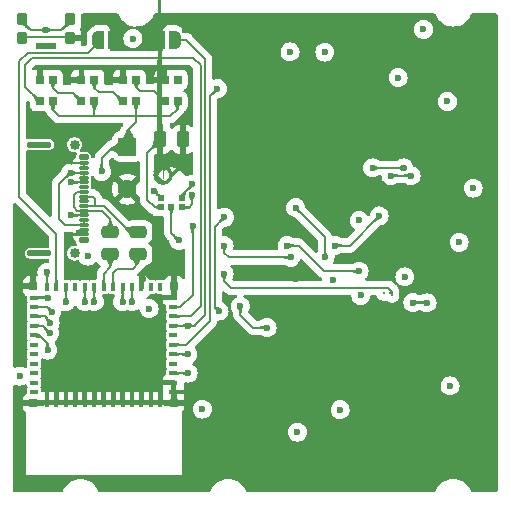
<source format=gbr>
%TF.GenerationSoftware,KiCad,Pcbnew,8.0.4*%
%TF.CreationDate,2024-09-26T12:10:35+10:00*%
%TF.ProjectId,OuchButtonV2,4f756368-4275-4747-946f-6e56322e6b69,rev?*%
%TF.SameCoordinates,Original*%
%TF.FileFunction,Copper,L1,Top*%
%TF.FilePolarity,Positive*%
%FSLAX46Y46*%
G04 Gerber Fmt 4.6, Leading zero omitted, Abs format (unit mm)*
G04 Created by KiCad (PCBNEW 8.0.4) date 2024-09-26 12:10:35*
%MOMM*%
%LPD*%
G01*
G04 APERTURE LIST*
G04 Aperture macros list*
%AMRoundRect*
0 Rectangle with rounded corners*
0 $1 Rounding radius*
0 $2 $3 $4 $5 $6 $7 $8 $9 X,Y pos of 4 corners*
0 Add a 4 corners polygon primitive as box body*
4,1,4,$2,$3,$4,$5,$6,$7,$8,$9,$2,$3,0*
0 Add four circle primitives for the rounded corners*
1,1,$1+$1,$2,$3*
1,1,$1+$1,$4,$5*
1,1,$1+$1,$6,$7*
1,1,$1+$1,$8,$9*
0 Add four rect primitives between the rounded corners*
20,1,$1+$1,$2,$3,$4,$5,0*
20,1,$1+$1,$4,$5,$6,$7,0*
20,1,$1+$1,$6,$7,$8,$9,0*
20,1,$1+$1,$8,$9,$2,$3,0*%
%AMFreePoly0*
4,1,6,0.725000,-0.725000,-0.725000,-0.725000,-0.725000,0.125000,-0.125000,0.725000,0.725000,0.725000,0.725000,-0.725000,0.725000,-0.725000,$1*%
%AMFreePoly1*
4,1,19,0.500000,-0.750000,0.000000,-0.750000,0.000000,-0.744911,-0.071157,-0.744911,-0.207708,-0.704816,-0.327430,-0.627875,-0.420627,-0.520320,-0.479746,-0.390866,-0.500000,-0.250000,-0.500000,0.250000,-0.479746,0.390866,-0.420627,0.520320,-0.327430,0.627875,-0.207708,0.704816,-0.071157,0.744911,0.000000,0.744911,0.000000,0.750000,0.500000,0.750000,0.500000,-0.750000,0.500000,-0.750000,
$1*%
%AMFreePoly2*
4,1,19,0.000000,0.744911,0.071157,0.744911,0.207708,0.704816,0.327430,0.627875,0.420627,0.520320,0.479746,0.390866,0.500000,0.250000,0.500000,-0.250000,0.479746,-0.390866,0.420627,-0.520320,0.327430,-0.627875,0.207708,-0.704816,0.071157,-0.744911,0.000000,-0.744911,0.000000,-0.750000,-0.500000,-0.750000,-0.500000,0.750000,0.000000,0.750000,0.000000,0.744911,0.000000,0.744911,
$1*%
%AMFreePoly3*
4,1,53,0.180798,1.454629,0.352531,1.394537,0.506585,1.297738,0.635238,1.169085,0.732037,1.015031,0.792129,0.843298,0.812500,0.662500,0.792129,0.481702,0.732037,0.309969,0.635238,0.155915,0.506585,0.027262,0.352531,-0.069537,0.180798,-0.129629,0.000000,-0.150000,-0.180798,-0.129629,-0.352531,-0.069537,-0.506585,0.027262,-0.635238,0.155915,-0.732037,0.309969,-0.792129,0.481702,
-0.812500,0.662500,-0.517770,0.662500,-0.496797,0.516627,-0.435576,0.382572,-0.339067,0.271196,-0.215089,0.191520,-0.073686,0.150000,0.073686,0.150000,0.215089,0.191520,0.339067,0.271196,0.435576,0.382572,0.496797,0.516627,0.517770,0.662500,0.496797,0.808373,0.435576,0.942428,0.339067,1.053804,0.215089,1.133480,0.073686,1.175000,-0.073686,1.175000,-0.215089,1.133480,
-0.339067,1.053804,-0.435576,0.942428,-0.496797,0.808373,-0.517770,0.662500,-0.812500,0.662500,-0.792129,0.843298,-0.732037,1.015031,-0.635238,1.169085,-0.506585,1.297738,-0.352531,1.394537,-0.180798,1.454629,0.000000,1.475000,0.180798,1.454629,0.180798,1.454629,$1*%
G04 Aperture macros list end*
%TA.AperFunction,SMDPad,CuDef*%
%ADD10R,0.700000X0.700000*%
%TD*%
%TA.AperFunction,SMDPad,CuDef*%
%ADD11RoundRect,0.250000X0.475000X-0.250000X0.475000X0.250000X-0.475000X0.250000X-0.475000X-0.250000X0*%
%TD*%
%TA.AperFunction,SMDPad,CuDef*%
%ADD12R,0.800000X0.400000*%
%TD*%
%TA.AperFunction,SMDPad,CuDef*%
%ADD13R,0.400000X0.800000*%
%TD*%
%TA.AperFunction,SMDPad,CuDef*%
%ADD14FreePoly0,180.000000*%
%TD*%
%TA.AperFunction,SMDPad,CuDef*%
%ADD15R,1.450000X1.450000*%
%TD*%
%TA.AperFunction,SMDPad,CuDef*%
%ADD16FreePoly1,0.000000*%
%TD*%
%TA.AperFunction,SMDPad,CuDef*%
%ADD17FreePoly2,0.000000*%
%TD*%
%TA.AperFunction,ComponentPad*%
%ADD18RoundRect,0.250000X-0.550000X0.550000X-0.550000X-0.550000X0.550000X-0.550000X0.550000X0.550000X0*%
%TD*%
%TA.AperFunction,ComponentPad*%
%ADD19C,1.600000*%
%TD*%
%TA.AperFunction,SMDPad,CuDef*%
%ADD20FreePoly1,180.000000*%
%TD*%
%TA.AperFunction,SMDPad,CuDef*%
%ADD21FreePoly2,180.000000*%
%TD*%
%TA.AperFunction,SMDPad,CuDef*%
%ADD22RoundRect,0.135000X0.315000X0.365000X-0.315000X0.365000X-0.315000X-0.365000X0.315000X-0.365000X0*%
%TD*%
%TA.AperFunction,SMDPad,CuDef*%
%ADD23RoundRect,0.082500X0.767500X0.192500X-0.767500X0.192500X-0.767500X-0.192500X0.767500X-0.192500X0*%
%TD*%
%TA.AperFunction,SMDPad,CuDef*%
%ADD24RoundRect,0.070000X-0.345000X0.070000X-0.345000X-0.070000X0.345000X-0.070000X0.345000X0.070000X0*%
%TD*%
%TA.AperFunction,SMDPad,CuDef*%
%ADD25RoundRect,0.112500X-0.302500X0.112500X-0.302500X-0.112500X0.302500X-0.112500X0.302500X0.112500X0*%
%TD*%
%TA.AperFunction,ComponentPad*%
%ADD26C,0.850000*%
%TD*%
%TA.AperFunction,ComponentPad*%
%ADD27O,2.050000X0.550000*%
%TD*%
%TA.AperFunction,SMDPad,CuDef*%
%ADD28RoundRect,0.250000X-0.250000X-0.475000X0.250000X-0.475000X0.250000X0.475000X-0.250000X0.475000X0*%
%TD*%
%TA.AperFunction,SMDPad,CuDef*%
%ADD29R,0.600000X0.522000*%
%TD*%
%TA.AperFunction,SMDPad,CuDef*%
%ADD30FreePoly3,270.000000*%
%TD*%
%TA.AperFunction,ViaPad*%
%ADD31C,0.600000*%
%TD*%
%TA.AperFunction,ViaPad*%
%ADD32C,0.300000*%
%TD*%
%TA.AperFunction,Conductor*%
%ADD33C,0.200000*%
%TD*%
G04 APERTURE END LIST*
D10*
%TO.P,D3,1,DOUT*%
%TO.N,Net-(D3-DOUT)*%
X76850000Y-77120000D03*
%TO.P,D3,2,VSS*%
%TO.N,GND*%
X75750000Y-77120000D03*
%TO.P,D3,3,DIN*%
%TO.N,IO4{slash}WB2812B*%
X75750000Y-78950000D03*
%TO.P,D3,4,VDD*%
%TO.N,VBATT*%
X76850000Y-78950000D03*
%TD*%
D11*
%TO.P,R19,1*%
%TO.N,IO12{slash}USB_D-*%
X84050000Y-91900000D03*
%TO.P,R19,2*%
%TO.N,Net-(J1-D--PadA7)*%
X84050000Y-90000000D03*
%TD*%
%TO.P,R20,1*%
%TO.N,IO13{slash}USB_D+*%
X81700000Y-91900000D03*
%TO.P,R20,2*%
%TO.N,Net-(J1-D+-PadA6)*%
X81700000Y-90000000D03*
%TD*%
D10*
%TO.P,D6,1,DOUT*%
%TO.N,unconnected-(D6-DOUT-Pad1)*%
X87400000Y-77120000D03*
%TO.P,D6,2,VSS*%
%TO.N,GND*%
X86300000Y-77120000D03*
%TO.P,D6,3,DIN*%
%TO.N,Net-(D5-DOUT)*%
X86300000Y-78950000D03*
%TO.P,D6,4,VDD*%
%TO.N,VBATT*%
X87400000Y-78950000D03*
%TD*%
D12*
%TO.P,U1,1,GND*%
%TO.N,GND*%
X87050000Y-103550000D03*
%TO.P,U1,2,GND*%
X87050000Y-102750000D03*
%TO.P,U1,3,3V3*%
%TO.N,+3V3*%
X87050000Y-101950000D03*
%TO.P,U1,4,NC*%
%TO.N,unconnected-(U1-NC-Pad4)*%
X87050000Y-101150000D03*
%TO.P,U1,5,GPIO2/ADC1_CH2*%
%TO.N,IO2{slash}BATT*%
X87050000Y-100350000D03*
%TO.P,U1,6,GPIO3/ADC1_CH3*%
%TO.N,IO3{slash}CHG*%
X87050000Y-99550000D03*
%TO.P,U1,7,NC*%
%TO.N,unconnected-(U1-NC-Pad7)*%
X87050000Y-98750000D03*
%TO.P,U1,8,EN/CHIP_PU*%
%TO.N,EN*%
X87050000Y-97950000D03*
%TO.P,U1,9,MTMS/GPIO4/ADC1_CH4*%
%TO.N,IO4{slash}WB2812B*%
X87050000Y-97150000D03*
%TO.P,U1,10,MTDI/GPIO5/ADC1_CH5*%
%TO.N,IO5{slash}SELECT*%
X87050000Y-96350000D03*
%TO.P,U1,11,GND*%
%TO.N,GND*%
X87050000Y-95550000D03*
D13*
%TO.P,U1,12,GPIO0/ADC1_CH0/XTAL_32K_P*%
%TO.N,unconnected-(U1-GPIO0{slash}ADC1_CH0{slash}XTAL_32K_P-Pad12)*%
X85950000Y-94650000D03*
%TO.P,U1,13,GPIO1/ADC1_CH1/XTAL_32K_N*%
%TO.N,unconnected-(U1-GPIO1{slash}ADC1_CH1{slash}XTAL_32K_N-Pad13)*%
X85150000Y-94650000D03*
%TO.P,U1,14,GND*%
%TO.N,GND*%
X84350000Y-94650000D03*
%TO.P,U1,15,MTCK/GPIO6/ADC1_CH6*%
%TO.N,IO6{slash}SDA*%
X83550000Y-94650000D03*
%TO.P,U1,16,MTDO/GPIO7*%
%TO.N,IO7{slash}SCL*%
X82750000Y-94650000D03*
%TO.P,U1,17,GPIO12/USB_D-*%
%TO.N,IO12{slash}USB_D-*%
X81950000Y-94650000D03*
%TO.P,U1,18,GPIO13/USB_D+*%
%TO.N,IO13{slash}USB_D+*%
X81150000Y-94650000D03*
%TO.P,U1,19,GPIO14*%
%TO.N,IO14{slash}SD*%
X80350000Y-94650000D03*
%TO.P,U1,20,GPIO15*%
%TO.N,IO15{slash}AFE_RST*%
X79550000Y-94650000D03*
%TO.P,U1,21,NC*%
%TO.N,unconnected-(U1-NC-Pad21)*%
X78750000Y-94650000D03*
%TO.P,U1,22,GPIO8*%
%TO.N,Net-(U1-GPIO8)*%
X77950000Y-94650000D03*
%TO.P,U1,23,GPIO9*%
%TO.N,IO9{slash}BOOT*%
X77150000Y-94650000D03*
%TO.P,U1,24,GPIO18*%
%TO.N,IO18{slash}LR*%
X76350000Y-94650000D03*
D12*
%TO.P,U1,25,GPIO19*%
%TO.N,IO19{slash}WS*%
X75250000Y-95550000D03*
%TO.P,U1,26,GPIO20*%
%TO.N,IO20{slash}SCK*%
X75250000Y-96350000D03*
%TO.P,U1,27,GPIO21*%
%TO.N,IO21{slash}S1*%
X75250000Y-97150000D03*
%TO.P,U1,28,GPIO22*%
%TO.N,IO22{slash}AFE_CLK*%
X75250000Y-97950000D03*
%TO.P,U1,29,GPIO23*%
%TO.N,IO23{slash}TOUCH*%
X75250000Y-98750000D03*
%TO.P,U1,30,U0RXD/GPIO17*%
%TO.N,unconnected-(U1-U0RXD{slash}GPIO17-Pad30)*%
X75250000Y-99550000D03*
%TO.P,U1,31,U0TXD/GPIO16*%
%TO.N,unconnected-(U1-U0TXD{slash}GPIO16-Pad31)*%
X75250000Y-100350000D03*
%TO.P,U1,32,NC*%
%TO.N,unconnected-(U1-NC-Pad32)*%
X75250000Y-101150000D03*
%TO.P,U1,33,NC*%
%TO.N,unconnected-(U1-NC-Pad33)*%
X75250000Y-101950000D03*
%TO.P,U1,34,NC*%
%TO.N,unconnected-(U1-NC-Pad34)*%
X75250000Y-102750000D03*
%TO.P,U1,35,NC*%
%TO.N,unconnected-(U1-NC-Pad35)*%
X75250000Y-103550000D03*
D13*
%TO.P,U1,36,GND*%
%TO.N,GND*%
X76350000Y-104450000D03*
%TO.P,U1,37,GND*%
X77150000Y-104450000D03*
%TO.P,U1,38,GND*%
X77950000Y-104450000D03*
%TO.P,U1,39,GND*%
X78750000Y-104450000D03*
%TO.P,U1,40,GND*%
X79550000Y-104450000D03*
%TO.P,U1,41,GND*%
X80350000Y-104450000D03*
%TO.P,U1,42,GND*%
X81150000Y-104450000D03*
%TO.P,U1,43,GND*%
X81950000Y-104450000D03*
%TO.P,U1,44,GND*%
X82750000Y-104450000D03*
%TO.P,U1,45,GND*%
X83550000Y-104450000D03*
%TO.P,U1,46,GND*%
X84350000Y-104450000D03*
%TO.P,U1,47,GND*%
X85150000Y-104450000D03*
%TO.P,U1,48,GND*%
X85950000Y-104450000D03*
D14*
%TO.P,U1,49,GND*%
X83125000Y-101525000D03*
D15*
X83125000Y-99550000D03*
X83125000Y-97575000D03*
X81150000Y-101525000D03*
X81150000Y-99550000D03*
X81150000Y-97575000D03*
X79175000Y-101525000D03*
X79175000Y-99550000D03*
X79175000Y-97575000D03*
D10*
%TO.P,U1,50,GND*%
X75200000Y-104500000D03*
%TO.P,U1,51,GND*%
X75200000Y-94600000D03*
%TO.P,U1,52,GND*%
X87100000Y-94600000D03*
%TO.P,U1,53,GND*%
X87100000Y-104500000D03*
%TD*%
D16*
%TO.P,RST1,1,A*%
%TO.N,GND*%
X85850000Y-73750000D03*
D17*
%TO.P,RST1,2,B*%
%TO.N,EN*%
X87150000Y-73750000D03*
%TD*%
D10*
%TO.P,D5,1,DOUT*%
%TO.N,Net-(D5-DOUT)*%
X83883332Y-77120000D03*
%TO.P,D5,2,VSS*%
%TO.N,GND*%
X82783332Y-77120000D03*
%TO.P,D5,3,DIN*%
%TO.N,Net-(D4-DOUT)*%
X82783332Y-78950000D03*
%TO.P,D5,4,VDD*%
%TO.N,VBATT*%
X83883332Y-78950000D03*
%TD*%
D18*
%TO.P,J_BATT1,1,Pin_1*%
%TO.N,VBATT*%
X83150000Y-82775000D03*
D19*
%TO.P,J_BATT1,2,Pin_2*%
%TO.N,GND*%
X83150000Y-86375000D03*
%TD*%
D20*
%TO.P,BOOT1,1,A*%
%TO.N,GND*%
X82000000Y-73750000D03*
D21*
%TO.P,BOOT1,2,B*%
%TO.N,IO9{slash}BOOT*%
X80700000Y-73750000D03*
%TD*%
D22*
%TO.P,S1,1,1*%
%TO.N,GND*%
X78300000Y-73600000D03*
X74200000Y-73600000D03*
%TO.P,S1,2,2*%
%TO.N,IO21{slash}S1*%
X78300000Y-72000000D03*
X74200000Y-72000000D03*
D23*
%TO.P,S1,SH*%
%TO.N,N/C*%
X76250000Y-74225000D03*
%TD*%
D24*
%TO.P,J1,A1,GND*%
%TO.N,GND*%
X79450000Y-84200000D03*
%TO.P,J1,A4,VBUS*%
%TO.N,VUSB*%
X79450000Y-85000000D03*
%TO.P,J1,A5,CC1*%
%TO.N,Net-(J1-CC1)*%
X79450000Y-85800000D03*
%TO.P,J1,A6,D+*%
%TO.N,Net-(J1-D+-PadA6)*%
X79450000Y-86600000D03*
%TO.P,J1,A7,D-*%
%TO.N,Net-(J1-D--PadA7)*%
X79450000Y-87000000D03*
%TO.P,J1,A8*%
%TO.N,N/C*%
X79450000Y-87400000D03*
%TO.P,J1,A9,VBUS*%
%TO.N,VUSB*%
X79450000Y-89000000D03*
%TO.P,J1,A12,GND*%
%TO.N,GND*%
X79450000Y-89800000D03*
%TO.P,J1,B1,GND*%
X79450000Y-90200000D03*
%TO.P,J1,B4,VBUS*%
%TO.N,VUSB*%
X79450000Y-89400000D03*
%TO.P,J1,B5,CC2*%
%TO.N,Net-(J1-CC2)*%
X79450000Y-88600000D03*
%TO.P,J1,B6,D+*%
%TO.N,Net-(J1-D+-PadA6)*%
X79450000Y-88200000D03*
%TO.P,J1,B7,D-*%
%TO.N,Net-(J1-D--PadA7)*%
X79450000Y-87800000D03*
%TO.P,J1,B8*%
%TO.N,N/C*%
X79450000Y-86200000D03*
%TO.P,J1,B9,VBUS*%
%TO.N,VUSB*%
X79450000Y-85400000D03*
%TO.P,J1,B12,GND*%
%TO.N,GND*%
X79450000Y-84600000D03*
D25*
%TO.P,J1,GND*%
%TO.N,N/C*%
X79450000Y-83685000D03*
X79450000Y-90715000D03*
D26*
%TO.P,J1,S1,SHIELD*%
%TO.N,Net-(J1-SHIELD)*%
X78690000Y-82605000D03*
D27*
X75710000Y-82605000D03*
D26*
X78690000Y-91795000D03*
D27*
X75710000Y-91795000D03*
%TD*%
D28*
%TO.P,C16,1*%
%TO.N,+3V3*%
X85950000Y-82150000D03*
%TO.P,C16,2*%
%TO.N,GND*%
X87850000Y-82150000D03*
%TD*%
D29*
%TO.P,MK1,1,WS*%
%TO.N,IO19{slash}WS*%
X87770000Y-87924000D03*
%TO.P,MK1,2,LR*%
%TO.N,IO18{slash}LR*%
X87770000Y-87102000D03*
D30*
%TO.P,MK1,3,GND*%
%TO.N,GND*%
X86207500Y-85850000D03*
D29*
%TO.P,MK1,4,SCK*%
%TO.N,IO20{slash}SCK*%
X85970000Y-87102000D03*
%TO.P,MK1,5,VDD*%
%TO.N,+3V3*%
X85970000Y-87924000D03*
%TO.P,MK1,6,SD*%
%TO.N,IO14{slash}SD*%
X86870000Y-87924000D03*
%TD*%
D10*
%TO.P,D4,1,DOUT*%
%TO.N,Net-(D4-DOUT)*%
X80366666Y-77120000D03*
%TO.P,D4,2,VSS*%
%TO.N,GND*%
X79266666Y-77120000D03*
%TO.P,D4,3,DIN*%
%TO.N,Net-(D3-DOUT)*%
X79266666Y-78950000D03*
%TO.P,D4,4,VDD*%
%TO.N,VBATT*%
X80366666Y-78950000D03*
%TD*%
D31*
%TO.N,GND*%
X92760000Y-106950000D03*
X85500000Y-100500000D03*
X112580000Y-78280000D03*
X75750000Y-77120000D03*
X88366626Y-84128096D03*
X78050000Y-83800000D03*
X109430000Y-92950000D03*
X113275000Y-104650000D03*
X97150000Y-110775000D03*
X93950000Y-83650000D03*
X98870000Y-77130000D03*
X83125000Y-99540000D03*
X73975000Y-97425000D03*
X85475000Y-111700000D03*
X112720000Y-98050000D03*
X78100000Y-77100000D03*
X81150000Y-99550000D03*
X83000000Y-98000000D03*
X79028053Y-90103718D03*
X109920000Y-83530000D03*
X78500000Y-73500000D03*
X113225000Y-110050000D03*
X94300000Y-73850000D03*
X100600000Y-94075000D03*
X111560000Y-92600000D03*
X85075000Y-77150000D03*
X105200000Y-97575000D03*
X107325000Y-105225000D03*
X110650000Y-86350000D03*
X79175000Y-101525000D03*
X84500000Y-94000000D03*
X81150000Y-97575000D03*
X112570000Y-75980000D03*
X81150000Y-101525000D03*
X105500000Y-110950000D03*
X79175000Y-99550000D03*
X100030000Y-80120000D03*
X82833521Y-101628565D03*
X98630000Y-100460000D03*
X101350000Y-73275000D03*
X75225000Y-93025000D03*
X91450000Y-76300000D03*
X88050000Y-72875000D03*
X97450000Y-94000000D03*
X81025000Y-72000000D03*
%TO.N,VBATT*%
X80975000Y-84875000D03*
%TO.N,IO2{slash}BATT*%
X88275000Y-100375000D03*
%TO.N,+3V3*%
X112430000Y-86290000D03*
X101175000Y-105050000D03*
X102925000Y-95375000D03*
X108225000Y-72850000D03*
X110250000Y-78950000D03*
X102775000Y-89025000D03*
X110475000Y-103025000D03*
X85950000Y-81000000D03*
X97550000Y-106950000D03*
X88300000Y-101950000D03*
X79800000Y-92050000D03*
X85000000Y-96500000D03*
X96925000Y-74750000D03*
X74025000Y-102200000D03*
X99875000Y-74775000D03*
X83625000Y-73625000D03*
X106075000Y-76925000D03*
%TO.N,EN*%
X88300000Y-97925000D03*
%TO.N,VCC_TX*%
X92725000Y-96300000D03*
X94975000Y-98100000D03*
%TO.N,VUSB*%
X78350000Y-85000000D03*
%TO.N,Net-(FL1-Pad1)*%
X104475000Y-88650000D03*
X100725000Y-91150000D03*
%TO.N,INP1*%
X96700000Y-91150001D03*
X102775000Y-93325000D03*
%TO.N,TX1*%
X91375000Y-88750000D03*
X90911765Y-96688235D03*
%TO.N,INM1*%
X91350000Y-91149999D03*
X97000000Y-92150000D03*
D32*
%TO.N,TX2*%
X105390000Y-95190000D03*
D31*
X91350000Y-93549999D03*
%TO.N,IO18{slash}LR*%
X76350000Y-93425000D03*
X88650000Y-85950000D03*
%TO.N,IO19{slash}WS*%
X76425000Y-95550752D03*
X88625000Y-86900000D03*
%TO.N,IO20{slash}SCK*%
X76745000Y-96745000D03*
X85425000Y-86500000D03*
%TO.N,IO14{slash}SD*%
X87500000Y-90700000D03*
X80350000Y-95900000D03*
%TO.N,Net-(J1-CC2)*%
X78350000Y-88600000D03*
%TO.N,Net-(J1-CC1)*%
X78350000Y-85800000D03*
%TO.N,IO7{slash}SCL*%
X106550000Y-84575000D03*
X103925000Y-84575000D03*
X82750000Y-95900000D03*
%TO.N,IO6{slash}SDA*%
X107325000Y-95975000D03*
X83550003Y-95900000D03*
X105475000Y-85225000D03*
X107175000Y-85225000D03*
X108525000Y-96000000D03*
%TO.N,IO21{slash}S1*%
X76610000Y-97720000D03*
X76250000Y-72900000D03*
%TO.N,Net-(U1-GPIO8)*%
X77950000Y-95900000D03*
%TO.N,IO22{slash}AFE_CLK*%
X76587500Y-98562500D03*
D32*
%TO.N,Net-(U8-CLK)*%
X104890000Y-95190000D03*
D31*
X89500000Y-105000000D03*
%TO.N,IO15{slash}AFE_RST*%
X106650000Y-93800000D03*
X79550000Y-95900000D03*
X111240000Y-90880000D03*
%TO.N,IO23{slash}TOUCH*%
X76400000Y-100000000D03*
%TO.N,IO3{slash}CHG*%
X90775000Y-77875000D03*
%TO.N,IO5{slash}SELECT*%
X97400000Y-87950000D03*
X99901471Y-92150000D03*
X88675000Y-89500000D03*
%TD*%
D33*
%TO.N,GND*%
X78450000Y-84200000D02*
X79450000Y-84200000D01*
X86207500Y-85850000D02*
X86207500Y-85663972D01*
X74475000Y-73500000D02*
X78025000Y-73500000D01*
X74200000Y-73225000D02*
X74475000Y-73500000D01*
X78025000Y-73500000D02*
X78500000Y-73500000D01*
X79450000Y-89800000D02*
X79450000Y-90200000D01*
X79450000Y-84200000D02*
X79450000Y-84600000D01*
X78500000Y-73500000D02*
X78300000Y-73225000D01*
X78050000Y-83800000D02*
X78450000Y-84200000D01*
%TO.N,IO9{slash}BOOT*%
X74000000Y-87000000D02*
X77150000Y-90150000D01*
X77150000Y-90150000D02*
X77150000Y-94650000D01*
X74000000Y-75550000D02*
X74000000Y-87000000D01*
X80700000Y-74000000D02*
X79850000Y-74850000D01*
X79850000Y-74850000D02*
X74700000Y-74850000D01*
X74700000Y-74850000D02*
X74000000Y-75550000D01*
%TO.N,VBATT*%
X83875000Y-80175000D02*
X86800000Y-80175000D01*
X80366666Y-78950000D02*
X80366666Y-80166666D01*
X83883332Y-78950000D02*
X83883332Y-80166668D01*
X80975000Y-83725000D02*
X81925000Y-82775000D01*
X83875000Y-80725000D02*
X83150000Y-81450000D01*
X83875000Y-80175000D02*
X83875000Y-80725000D01*
X76850000Y-79675000D02*
X77350000Y-80175000D01*
X83150000Y-81450000D02*
X83150000Y-82775000D01*
X81925000Y-82775000D02*
X83150000Y-82775000D01*
X83883332Y-80166668D02*
X83875000Y-80175000D01*
X80975000Y-84875000D02*
X80975000Y-83725000D01*
X76850000Y-78950000D02*
X76850000Y-79675000D01*
X77350000Y-80175000D02*
X83875000Y-80175000D01*
X87400000Y-79575000D02*
X87400000Y-78950000D01*
X86800000Y-80175000D02*
X87400000Y-79575000D01*
%TO.N,IO2{slash}BATT*%
X87050000Y-100350000D02*
X88250000Y-100350000D01*
X88250000Y-100350000D02*
X88275000Y-100375000D01*
%TO.N,+3V3*%
X84825000Y-83275000D02*
X85950000Y-82150000D01*
X84825000Y-87279000D02*
X84825000Y-83275000D01*
X85970000Y-87924000D02*
X85470000Y-87924000D01*
X85470000Y-87924000D02*
X84825000Y-87279000D01*
X88300000Y-101950000D02*
X87050000Y-101950000D01*
X85950000Y-81000000D02*
X85950000Y-82150000D01*
%TO.N,EN*%
X88300000Y-97925000D02*
X88275000Y-97950000D01*
X89750000Y-97000000D02*
X88800000Y-97950000D01*
X88800000Y-97950000D02*
X88325000Y-97950000D01*
X88150000Y-73750000D02*
X89750000Y-75350000D01*
X88325000Y-97950000D02*
X88300000Y-97925000D01*
X88275000Y-97950000D02*
X87050000Y-97950000D01*
X87450000Y-73750000D02*
X88150000Y-73750000D01*
X89750000Y-75350000D02*
X89750000Y-97000000D01*
%TO.N,VCC_TX*%
X92725000Y-96300000D02*
X92725000Y-97025000D01*
X93800000Y-98100000D02*
X94975000Y-98100000D01*
X92725000Y-97025000D02*
X93800000Y-98100000D01*
%TO.N,VUSB*%
X77350000Y-85951471D02*
X78301471Y-85000000D01*
X78350000Y-89400000D02*
X77850000Y-89400000D01*
X77850000Y-89400000D02*
X77350000Y-88900000D01*
X78301471Y-85000000D02*
X78350000Y-85000000D01*
X77350000Y-88900000D02*
X77350000Y-85951471D01*
X78350000Y-85000000D02*
X79450000Y-85000000D01*
X79450000Y-85000000D02*
X79450000Y-85400000D01*
X79450000Y-89000000D02*
X79450000Y-89400000D01*
X79450000Y-89400000D02*
X78350000Y-89400000D01*
%TO.N,Net-(D3-DOUT)*%
X76850000Y-77120000D02*
X76850000Y-77800000D01*
X78516666Y-78200000D02*
X79266666Y-78950000D01*
X76850000Y-77800000D02*
X77250000Y-78200000D01*
X77250000Y-78200000D02*
X78516666Y-78200000D01*
%TO.N,IO4{slash}WB2812B*%
X88500000Y-97150000D02*
X87050000Y-97150000D01*
X88750000Y-75300000D02*
X89350000Y-75900000D01*
X74500000Y-75850000D02*
X75050000Y-75300000D01*
X89350000Y-96300000D02*
X88500000Y-97150000D01*
X89350000Y-75900000D02*
X89350000Y-96300000D01*
X74500000Y-77700000D02*
X74500000Y-75850000D01*
X75050000Y-75300000D02*
X88750000Y-75300000D01*
X75750000Y-78950000D02*
X74500000Y-77700000D01*
%TO.N,Net-(D4-DOUT)*%
X81975000Y-78150000D02*
X82775000Y-78950000D01*
X80366666Y-77120000D02*
X80366666Y-77791666D01*
X80725000Y-78150000D02*
X81975000Y-78150000D01*
X80366666Y-77791666D02*
X80725000Y-78150000D01*
X82775000Y-78950000D02*
X82783332Y-78950000D01*
%TO.N,Net-(D5-DOUT)*%
X85450000Y-78100000D02*
X86300000Y-78950000D01*
X83883332Y-77120000D02*
X83883332Y-77733332D01*
X83883332Y-77733332D02*
X84250000Y-78100000D01*
X84250000Y-78100000D02*
X85450000Y-78100000D01*
%TO.N,Net-(FL1-Pad1)*%
X101975000Y-91150000D02*
X104475000Y-88650000D01*
X100725000Y-91150000D02*
X101975000Y-91150000D01*
%TO.N,INP1*%
X102775000Y-93325000D02*
X99825000Y-93325000D01*
X99825000Y-93325000D02*
X97650001Y-91150001D01*
X97650001Y-91150001D02*
X96700000Y-91150001D01*
%TO.N,TX1*%
X90550000Y-96326470D02*
X90911765Y-96688235D01*
X90550000Y-89575000D02*
X90550000Y-96326470D01*
X91375000Y-88750000D02*
X90550000Y-89575000D01*
%TO.N,INM1*%
X91350000Y-91149999D02*
X91175001Y-91149999D01*
X91350000Y-91775000D02*
X91736765Y-92161765D01*
X91350000Y-91149999D02*
X91350000Y-91775000D01*
X91175001Y-91149999D02*
X91175000Y-91150000D01*
X91736765Y-92161765D02*
X96725000Y-92161765D01*
%TO.N,TX2*%
X91350000Y-94175000D02*
X91350000Y-93549999D01*
X105250000Y-94725000D02*
X91900000Y-94725000D01*
X91900000Y-94725000D02*
X91350000Y-94175000D01*
X105575000Y-95050000D02*
X105250000Y-94725000D01*
X105575000Y-95375000D02*
X105575000Y-95050000D01*
%TO.N,IO18{slash}LR*%
X88650000Y-86026471D02*
X87770000Y-86906471D01*
X88650000Y-85950000D02*
X88650000Y-86026471D01*
X76350000Y-94650000D02*
X76350000Y-93425000D01*
X87770000Y-86906471D02*
X87770000Y-87109500D01*
%TO.N,IO19{slash}WS*%
X88625000Y-86900000D02*
X88625000Y-87650000D01*
X76458998Y-95550000D02*
X75250000Y-95550000D01*
X76459750Y-95550752D02*
X76458998Y-95550000D01*
X76459750Y-95550752D02*
X76375752Y-95550752D01*
X88343500Y-87931500D02*
X87770000Y-87931500D01*
X76375752Y-95550752D02*
X76375000Y-95550000D01*
X88625000Y-87650000D02*
X88343500Y-87931500D01*
%TO.N,IO20{slash}SCK*%
X76350000Y-96350000D02*
X75250000Y-96350000D01*
X85425000Y-86500000D02*
X85970000Y-87045000D01*
X76745000Y-96745000D02*
X76350000Y-96350000D01*
X85970000Y-87045000D02*
X85970000Y-87109500D01*
%TO.N,IO14{slash}SD*%
X80350000Y-94650000D02*
X80350000Y-95900000D01*
X86870000Y-90070000D02*
X87500000Y-90700000D01*
X86870000Y-87931500D02*
X86870000Y-90070000D01*
%TO.N,Net-(J1-CC2)*%
X79450000Y-88600000D02*
X78350000Y-88600000D01*
%TO.N,Net-(J1-CC1)*%
X79450000Y-85800000D02*
X78350000Y-85800000D01*
%TO.N,IO7{slash}SCL*%
X82750000Y-95900000D02*
X82750000Y-94650000D01*
X106550000Y-84575000D02*
X103925000Y-84575000D01*
%TO.N,IO6{slash}SDA*%
X83550003Y-95900000D02*
X83550003Y-94650003D01*
X83550003Y-94650003D02*
X83550000Y-94650000D01*
X108500000Y-95975000D02*
X107325000Y-95975000D01*
X108525000Y-96000000D02*
X108500000Y-95975000D01*
X107175000Y-85225000D02*
X105475000Y-85225000D01*
%TO.N,IO21{slash}S1*%
X76250000Y-72900000D02*
X74993629Y-72900000D01*
X78300000Y-72106371D02*
X78300000Y-71625000D01*
X74993629Y-72900000D02*
X74200000Y-72106371D01*
X74200000Y-72106371D02*
X74200000Y-71625000D01*
X76250000Y-72900000D02*
X77506371Y-72900000D01*
X77506371Y-72900000D02*
X78300000Y-72106371D01*
X76615000Y-97615000D02*
X76150000Y-97150000D01*
X76150000Y-97150000D02*
X75250000Y-97150000D01*
%TO.N,Net-(U1-GPIO8)*%
X77950000Y-94650000D02*
X77950000Y-95900000D01*
%TO.N,IO22{slash}AFE_CLK*%
X76587500Y-98562500D02*
X75975000Y-97950000D01*
X75975000Y-97950000D02*
X75250000Y-97950000D01*
%TO.N,IO15{slash}AFE_RST*%
X79550000Y-94650000D02*
X79550000Y-95900000D01*
%TO.N,IO12{slash}USB_D-*%
X83600000Y-93100000D02*
X84050000Y-92650000D01*
X84050000Y-92650000D02*
X84050000Y-91900000D01*
X82300000Y-93100000D02*
X83600000Y-93100000D01*
X83550000Y-91900000D02*
X84050000Y-91900000D01*
X81950000Y-94650000D02*
X81950000Y-93450000D01*
X81950000Y-93450000D02*
X82300000Y-93100000D01*
%TO.N,IO13{slash}USB_D+*%
X81700000Y-91900000D02*
X81700000Y-93000000D01*
X81150000Y-93550000D02*
X81150000Y-94650000D01*
X81700000Y-93000000D02*
X81150000Y-93550000D01*
%TO.N,IO23{slash}TOUCH*%
X76400000Y-99500000D02*
X75650000Y-98750000D01*
X75650000Y-98750000D02*
X75250000Y-98750000D01*
X76400000Y-100000000D02*
X76400000Y-99500000D01*
%TO.N,IO3{slash}CHG*%
X90150000Y-78500000D02*
X90150000Y-97550000D01*
X90775000Y-77875000D02*
X90150000Y-78500000D01*
X88150000Y-99550000D02*
X87050000Y-99550000D01*
X90150000Y-97550000D02*
X88150000Y-99550000D01*
%TO.N,IO5{slash}SELECT*%
X87650000Y-96350000D02*
X88675000Y-95325000D01*
X99901471Y-90451471D02*
X97400000Y-87950000D01*
X88675000Y-95325000D02*
X88675000Y-89500000D01*
X87050000Y-96350000D02*
X87650000Y-96350000D01*
X99901471Y-92150000D02*
X99901471Y-90451471D01*
%TO.N,Net-(J1-D--PadA7)*%
X83350000Y-90000000D02*
X81150000Y-87800000D01*
X79450000Y-87800000D02*
X80450000Y-87800000D01*
X84050000Y-90000000D02*
X83350000Y-90000000D01*
X81150000Y-87800000D02*
X80450000Y-87800000D01*
X80450000Y-87200000D02*
X80450000Y-87800000D01*
X80250000Y-87000000D02*
X80450000Y-87200000D01*
X79450000Y-87000000D02*
X80250000Y-87000000D01*
%TO.N,Net-(J1-D+-PadA6)*%
X79450000Y-88200000D02*
X80984314Y-88200000D01*
X78900000Y-86600000D02*
X78600000Y-86900000D01*
X81700000Y-88915686D02*
X81700000Y-90000000D01*
X80984314Y-88200000D02*
X81700000Y-88915686D01*
X79450000Y-86600000D02*
X78900000Y-86600000D01*
X78900000Y-88200000D02*
X79450000Y-88200000D01*
X78600000Y-86900000D02*
X78600000Y-87900000D01*
X78600000Y-87900000D02*
X78900000Y-88200000D01*
%TD*%
%TA.AperFunction,Conductor*%
%TO.N,Net-(J1-D+-PadA6)*%
G36*
X81799754Y-89003427D02*
G01*
X81802614Y-89008106D01*
X81840000Y-89124000D01*
X81840004Y-89124012D01*
X81879998Y-89235997D01*
X81919997Y-89335994D01*
X81920001Y-89336005D01*
X81959996Y-89423993D01*
X81996937Y-89494181D01*
X81997757Y-89503098D01*
X81996621Y-89505641D01*
X81710038Y-89984236D01*
X81702848Y-89989573D01*
X81693989Y-89988263D01*
X81689962Y-89984236D01*
X81403378Y-89505641D01*
X81402068Y-89496782D01*
X81403060Y-89494185D01*
X81440000Y-89423999D01*
X81480000Y-89335999D01*
X81519999Y-89236000D01*
X81559999Y-89124000D01*
X81597384Y-89008107D01*
X81603185Y-89001286D01*
X81608519Y-89000000D01*
X81791481Y-89000000D01*
X81799754Y-89003427D01*
G37*
%TD.AperFunction*%
%TD*%
%TA.AperFunction,Conductor*%
%TO.N,VCC_TX*%
G36*
X94748772Y-97925658D02*
G01*
X94963901Y-98090717D01*
X94968379Y-98098472D01*
X94966062Y-98107122D01*
X94963901Y-98109283D01*
X94748772Y-98274341D01*
X94740122Y-98276658D01*
X94734218Y-98274094D01*
X94704014Y-98249253D01*
X94704012Y-98249252D01*
X94646988Y-98226608D01*
X94572009Y-98211337D01*
X94480790Y-98202712D01*
X94386400Y-98200292D01*
X94378217Y-98196654D01*
X94375000Y-98188596D01*
X94375000Y-98011403D01*
X94378427Y-98003130D01*
X94386398Y-97999707D01*
X94480790Y-97997286D01*
X94572009Y-97988661D01*
X94572012Y-97988660D01*
X94572016Y-97988660D01*
X94646988Y-97973390D01*
X94704012Y-97950747D01*
X94734219Y-97925903D01*
X94742785Y-97923296D01*
X94748772Y-97925658D01*
G37*
%TD.AperFunction*%
%TD*%
%TA.AperFunction,Conductor*%
%TO.N,Net-(FL1-Pad1)*%
G36*
X100965781Y-90975904D02*
G01*
X100995984Y-91000745D01*
X100995985Y-91000745D01*
X100995987Y-91000747D01*
X101053011Y-91023390D01*
X101127982Y-91038660D01*
X101127984Y-91038660D01*
X101127988Y-91038661D01*
X101219208Y-91047286D01*
X101223486Y-91047395D01*
X101313601Y-91049707D01*
X101321783Y-91053345D01*
X101325000Y-91061403D01*
X101325000Y-91238596D01*
X101321573Y-91246869D01*
X101313600Y-91250292D01*
X101219213Y-91252712D01*
X101219206Y-91252713D01*
X101127988Y-91261337D01*
X101053010Y-91276608D01*
X100995984Y-91299253D01*
X100965781Y-91324094D01*
X100957214Y-91326703D01*
X100951227Y-91324341D01*
X100839471Y-91238596D01*
X100736097Y-91159281D01*
X100731620Y-91151528D01*
X100733937Y-91142878D01*
X100736094Y-91140720D01*
X100951230Y-90975656D01*
X100959877Y-90973340D01*
X100965781Y-90975904D01*
G37*
%TD.AperFunction*%
%TD*%
%TA.AperFunction,Conductor*%
%TO.N,VBATT*%
G36*
X80372673Y-78961748D02*
G01*
X80376706Y-78965781D01*
X80573731Y-79295095D01*
X80575038Y-79303954D01*
X80574601Y-79305328D01*
X80554663Y-79356803D01*
X80532670Y-79420182D01*
X80510659Y-79490221D01*
X80488666Y-79566794D01*
X80468969Y-79641291D01*
X80463541Y-79648413D01*
X80457658Y-79650000D01*
X80275674Y-79650000D01*
X80267401Y-79646573D01*
X80264363Y-79641291D01*
X80244664Y-79566795D01*
X80222671Y-79490221D01*
X80222665Y-79490199D01*
X80200666Y-79420200D01*
X80178666Y-79356800D01*
X80158730Y-79305328D01*
X80158937Y-79296375D01*
X80159596Y-79295102D01*
X80356626Y-78965780D01*
X80363814Y-78960441D01*
X80372673Y-78961748D01*
G37*
%TD.AperFunction*%
%TD*%
%TA.AperFunction,Conductor*%
%TO.N,IO21{slash}S1*%
G36*
X76490781Y-72725904D02*
G01*
X76520984Y-72750745D01*
X76520985Y-72750745D01*
X76520987Y-72750747D01*
X76578011Y-72773390D01*
X76652982Y-72788660D01*
X76652984Y-72788660D01*
X76652988Y-72788661D01*
X76744208Y-72797286D01*
X76748486Y-72797395D01*
X76838601Y-72799707D01*
X76846783Y-72803345D01*
X76850000Y-72811403D01*
X76850000Y-72988596D01*
X76846573Y-72996869D01*
X76838600Y-73000292D01*
X76744213Y-73002712D01*
X76744206Y-73002713D01*
X76652988Y-73011337D01*
X76578010Y-73026608D01*
X76520984Y-73049253D01*
X76490781Y-73074094D01*
X76482214Y-73076703D01*
X76476227Y-73074341D01*
X76364471Y-72988596D01*
X76261097Y-72909281D01*
X76256620Y-72901528D01*
X76258937Y-72892878D01*
X76261094Y-72890720D01*
X76476230Y-72725656D01*
X76484877Y-72723340D01*
X76490781Y-72725904D01*
G37*
%TD.AperFunction*%
%TD*%
%TA.AperFunction,Conductor*%
%TO.N,Net-(J1-D--PadA7)*%
G36*
X83548899Y-89508518D02*
G01*
X83551806Y-89510606D01*
X83787814Y-89742451D01*
X84032581Y-89982901D01*
X84036082Y-89991143D01*
X84032728Y-89999446D01*
X84025393Y-90002903D01*
X83330959Y-90063154D01*
X83322421Y-90060455D01*
X83321091Y-90059143D01*
X83240147Y-89965369D01*
X83155304Y-89879076D01*
X83155302Y-89879074D01*
X83155294Y-89879066D01*
X83070441Y-89804763D01*
X82985588Y-89742460D01*
X82985580Y-89742454D01*
X82985575Y-89742451D01*
X82913696Y-89699841D01*
X82908327Y-89692675D01*
X82909598Y-89683811D01*
X82911385Y-89681508D01*
X83037994Y-89554899D01*
X83046266Y-89551473D01*
X83047975Y-89551599D01*
X83125550Y-89563112D01*
X83143071Y-89565713D01*
X83143068Y-89565713D01*
X83156131Y-89566098D01*
X83243987Y-89568690D01*
X83344902Y-89559667D01*
X83445817Y-89538644D01*
X83539971Y-89507834D01*
X83548899Y-89508518D01*
G37*
%TD.AperFunction*%
%TD*%
%TA.AperFunction,Conductor*%
%TO.N,IO14{slash}SD*%
G36*
X80446869Y-95303427D02*
G01*
X80450292Y-95311400D01*
X80452712Y-95405789D01*
X80452712Y-95405790D01*
X80461337Y-95497009D01*
X80476608Y-95571988D01*
X80499253Y-95629014D01*
X80524094Y-95659218D01*
X80526703Y-95667785D01*
X80524341Y-95673772D01*
X80359283Y-95888901D01*
X80351528Y-95893379D01*
X80342878Y-95891062D01*
X80340717Y-95888901D01*
X80175658Y-95673772D01*
X80173341Y-95665122D01*
X80175902Y-95659220D01*
X80200747Y-95629012D01*
X80223390Y-95571988D01*
X80238660Y-95497016D01*
X80247286Y-95405790D01*
X80249708Y-95311400D01*
X80253346Y-95303217D01*
X80261404Y-95300000D01*
X80438596Y-95300000D01*
X80446869Y-95303427D01*
G37*
%TD.AperFunction*%
%TD*%
%TA.AperFunction,Conductor*%
%TO.N,INM1*%
G36*
X96770835Y-91980196D02*
G01*
X96988725Y-92140944D01*
X96993348Y-92148613D01*
X96991194Y-92157305D01*
X96989072Y-92159508D01*
X96776687Y-92328823D01*
X96768082Y-92331300D01*
X96762183Y-92328888D01*
X96759821Y-92327040D01*
X96731559Y-92304921D01*
X96674232Y-92284101D01*
X96674227Y-92284100D01*
X96674223Y-92284099D01*
X96599144Y-92270829D01*
X96539867Y-92266269D01*
X96507959Y-92263815D01*
X96507949Y-92263814D01*
X96507939Y-92263814D01*
X96413813Y-92261987D01*
X96405608Y-92258400D01*
X96402340Y-92250289D01*
X96402340Y-92073087D01*
X96405767Y-92064814D01*
X96413654Y-92061393D01*
X96507006Y-92058328D01*
X96507013Y-92058327D01*
X96507017Y-92058327D01*
X96597092Y-92047971D01*
X96597092Y-92047970D01*
X96597100Y-92047970D01*
X96670958Y-92030618D01*
X96726912Y-92006197D01*
X96756223Y-91980772D01*
X96764718Y-91977940D01*
X96770835Y-91980196D01*
G37*
%TD.AperFunction*%
%TD*%
%TA.AperFunction,Conductor*%
%TO.N,IO7{slash}SCL*%
G36*
X106323772Y-84400658D02*
G01*
X106538901Y-84565717D01*
X106543379Y-84573472D01*
X106541062Y-84582122D01*
X106538901Y-84584283D01*
X106323772Y-84749341D01*
X106315122Y-84751658D01*
X106309218Y-84749094D01*
X106279014Y-84724253D01*
X106279012Y-84724252D01*
X106221988Y-84701608D01*
X106147009Y-84686337D01*
X106055790Y-84677712D01*
X105961400Y-84675292D01*
X105953217Y-84671654D01*
X105950000Y-84663596D01*
X105950000Y-84486403D01*
X105953427Y-84478130D01*
X105961398Y-84474707D01*
X106055790Y-84472286D01*
X106147009Y-84463661D01*
X106147012Y-84463660D01*
X106147016Y-84463660D01*
X106221988Y-84448390D01*
X106279012Y-84425747D01*
X106309219Y-84400903D01*
X106317785Y-84398296D01*
X106323772Y-84400658D01*
G37*
%TD.AperFunction*%
%TD*%
%TA.AperFunction,Conductor*%
%TO.N,IO19{slash}WS*%
G36*
X75690000Y-95436400D02*
G01*
X75690008Y-95436401D01*
X75690014Y-95436402D01*
X75721295Y-95440468D01*
X75730000Y-95441600D01*
X75769999Y-95445599D01*
X75809999Y-95448399D01*
X75838769Y-95449550D01*
X75846897Y-95453305D01*
X75850000Y-95461241D01*
X75850000Y-95638758D01*
X75846573Y-95647031D01*
X75838768Y-95650449D01*
X75809972Y-95651601D01*
X75770014Y-95654398D01*
X75729985Y-95658400D01*
X75690014Y-95663596D01*
X75652641Y-95669577D01*
X75647438Y-95669233D01*
X75435193Y-95605718D01*
X75286455Y-95561208D01*
X75279512Y-95555554D01*
X75278601Y-95546646D01*
X75284256Y-95539702D01*
X75286454Y-95538791D01*
X75647440Y-95430765D01*
X75652638Y-95430422D01*
X75690000Y-95436400D01*
G37*
%TD.AperFunction*%
%TD*%
%TA.AperFunction,Conductor*%
%TO.N,IO3{slash}CHG*%
G36*
X90769237Y-77878601D02*
G01*
X90773715Y-77886356D01*
X90773715Y-77889412D01*
X90738310Y-78158244D01*
X90733832Y-78165999D01*
X90727844Y-78168361D01*
X90688921Y-78172152D01*
X90688914Y-78172154D01*
X90632592Y-78196460D01*
X90632581Y-78196466D01*
X90568788Y-78238670D01*
X90568776Y-78238678D01*
X90498162Y-78297093D01*
X90498148Y-78297106D01*
X90429714Y-78362119D01*
X90421356Y-78365333D01*
X90413383Y-78361910D01*
X90288089Y-78236616D01*
X90284662Y-78228343D01*
X90287880Y-78220285D01*
X90310514Y-78196460D01*
X90352912Y-78151829D01*
X90411319Y-78081222D01*
X90453534Y-78017412D01*
X90477845Y-77961079D01*
X90481637Y-77922153D01*
X90485850Y-77914253D01*
X90491752Y-77911689D01*
X90760587Y-77876284D01*
X90769237Y-77878601D01*
G37*
%TD.AperFunction*%
%TD*%
%TA.AperFunction,Conductor*%
%TO.N,IO23{slash}TOUCH*%
G36*
X75652673Y-98731579D02*
G01*
X75692426Y-98750773D01*
X75692435Y-98750777D01*
X75734830Y-98770048D01*
X75777276Y-98788140D01*
X75777279Y-98788141D01*
X75819705Y-98805025D01*
X75840190Y-98812598D01*
X75845001Y-98814377D01*
X75851573Y-98820460D01*
X75851918Y-98829408D01*
X75849217Y-98833624D01*
X75724805Y-98958036D01*
X75716532Y-98961463D01*
X75714969Y-98961358D01*
X75684892Y-98957303D01*
X75649100Y-98953679D01*
X75613289Y-98951252D01*
X75577481Y-98950025D01*
X75545295Y-98950002D01*
X75538682Y-98947948D01*
X75277969Y-98768978D01*
X75273088Y-98761471D01*
X75274945Y-98752710D01*
X75282452Y-98747829D01*
X75284033Y-98747645D01*
X75647036Y-98730429D01*
X75652673Y-98731579D01*
G37*
%TD.AperFunction*%
%TD*%
%TA.AperFunction,Conductor*%
%TO.N,Net-(D3-DOUT)*%
G36*
X76855503Y-77131935D02*
G01*
X76859594Y-77135900D01*
X77062961Y-77463754D01*
X77064409Y-77472590D01*
X77062889Y-77476202D01*
X77040439Y-77511485D01*
X77014048Y-77559559D01*
X76987644Y-77614260D01*
X76961248Y-77675542D01*
X76935743Y-77741139D01*
X76933111Y-77745172D01*
X76807210Y-77871073D01*
X76798937Y-77874500D01*
X76790664Y-77871073D01*
X76787746Y-77866214D01*
X76764093Y-77788681D01*
X76734755Y-77699111D01*
X76705416Y-77616140D01*
X76676078Y-77539770D01*
X76648991Y-77475355D01*
X76648944Y-77466402D01*
X76649641Y-77464976D01*
X76839520Y-77136214D01*
X76846625Y-77130765D01*
X76855503Y-77131935D01*
G37*
%TD.AperFunction*%
%TD*%
%TA.AperFunction,Conductor*%
%TO.N,IO3{slash}CHG*%
G36*
X87490000Y-99436400D02*
G01*
X87490008Y-99436401D01*
X87490014Y-99436402D01*
X87521295Y-99440468D01*
X87530000Y-99441600D01*
X87569999Y-99445599D01*
X87609999Y-99448399D01*
X87638769Y-99449550D01*
X87646897Y-99453305D01*
X87650000Y-99461241D01*
X87650000Y-99638758D01*
X87646573Y-99647031D01*
X87638768Y-99650449D01*
X87609972Y-99651601D01*
X87570014Y-99654398D01*
X87529985Y-99658400D01*
X87490014Y-99663596D01*
X87452641Y-99669577D01*
X87447438Y-99669233D01*
X87235193Y-99605718D01*
X87086455Y-99561208D01*
X87079512Y-99555554D01*
X87078601Y-99546646D01*
X87084256Y-99539702D01*
X87086454Y-99538791D01*
X87447440Y-99430765D01*
X87452638Y-99430422D01*
X87490000Y-99436400D01*
G37*
%TD.AperFunction*%
%TD*%
%TA.AperFunction,Conductor*%
%TO.N,IO18{slash}LR*%
G36*
X76447625Y-94053427D02*
G01*
X76451000Y-94060601D01*
X76453998Y-94092384D01*
X76457998Y-94133583D01*
X76461997Y-94173581D01*
X76465997Y-94212380D01*
X76469751Y-94247660D01*
X76469326Y-94252252D01*
X76361209Y-94613543D01*
X76355554Y-94620487D01*
X76346646Y-94621398D01*
X76339702Y-94615743D01*
X76338791Y-94613543D01*
X76330369Y-94585402D01*
X76230672Y-94252247D01*
X76230248Y-94247664D01*
X76234000Y-94212399D01*
X76238000Y-94173599D01*
X76241999Y-94133600D01*
X76245999Y-94092400D01*
X76249000Y-94060601D01*
X76253189Y-94052686D01*
X76260648Y-94050000D01*
X76439352Y-94050000D01*
X76447625Y-94053427D01*
G37*
%TD.AperFunction*%
%TD*%
%TA.AperFunction,Conductor*%
%TO.N,TX2*%
G36*
X91357122Y-93558936D02*
G01*
X91359280Y-93561094D01*
X91458439Y-93690332D01*
X91524341Y-93776225D01*
X91526658Y-93784875D01*
X91524094Y-93790779D01*
X91499253Y-93820982D01*
X91476609Y-93878008D01*
X91461337Y-93952986D01*
X91452713Y-94044205D01*
X91452712Y-94044212D01*
X91450292Y-94138599D01*
X91446654Y-94146782D01*
X91438596Y-94149999D01*
X91261404Y-94149999D01*
X91253131Y-94146572D01*
X91249708Y-94138599D01*
X91247286Y-94044208D01*
X91247286Y-94044207D01*
X91238661Y-93952986D01*
X91238660Y-93952980D01*
X91223390Y-93878009D01*
X91200747Y-93820985D01*
X91200745Y-93820982D01*
X91175905Y-93790779D01*
X91173296Y-93782212D01*
X91175657Y-93776226D01*
X91340718Y-93561096D01*
X91348472Y-93556619D01*
X91357122Y-93558936D01*
G37*
%TD.AperFunction*%
%TD*%
%TA.AperFunction,Conductor*%
%TO.N,IO9{slash}BOOT*%
G36*
X77247625Y-94053427D02*
G01*
X77251000Y-94060601D01*
X77253998Y-94092384D01*
X77257998Y-94133583D01*
X77261997Y-94173581D01*
X77265997Y-94212380D01*
X77269751Y-94247660D01*
X77269326Y-94252252D01*
X77161209Y-94613543D01*
X77155554Y-94620487D01*
X77146646Y-94621398D01*
X77139702Y-94615743D01*
X77138791Y-94613543D01*
X77130369Y-94585402D01*
X77030672Y-94252247D01*
X77030248Y-94247664D01*
X77034000Y-94212399D01*
X77038000Y-94173599D01*
X77041999Y-94133600D01*
X77045999Y-94092400D01*
X77049000Y-94060601D01*
X77053189Y-94052686D01*
X77060648Y-94050000D01*
X77239352Y-94050000D01*
X77247625Y-94053427D01*
G37*
%TD.AperFunction*%
%TD*%
%TA.AperFunction,Conductor*%
%TO.N,IO21{slash}S1*%
G36*
X76330522Y-97189376D02*
G01*
X76330657Y-97189513D01*
X76395409Y-97256433D01*
X76395444Y-97256518D01*
X76395469Y-97256495D01*
X76458237Y-97322330D01*
X76466957Y-97330616D01*
X76512984Y-97374354D01*
X76545860Y-97397219D01*
X76561998Y-97408443D01*
X76598957Y-97418205D01*
X76606080Y-97423631D01*
X76607667Y-97429395D01*
X76610545Y-97705274D01*
X76607205Y-97713582D01*
X76598968Y-97717095D01*
X76595803Y-97716693D01*
X76334563Y-97646335D01*
X76327466Y-97640875D01*
X76325944Y-97634093D01*
X76328988Y-97596643D01*
X76318001Y-97537634D01*
X76290679Y-97470063D01*
X76265460Y-97429395D01*
X76245512Y-97397226D01*
X76245508Y-97397221D01*
X76245506Y-97397218D01*
X76188062Y-97330615D01*
X76185255Y-97322113D01*
X76188649Y-97314703D01*
X76313977Y-97189375D01*
X76322249Y-97185949D01*
X76330522Y-97189376D01*
G37*
%TD.AperFunction*%
%TD*%
%TA.AperFunction,Conductor*%
%TO.N,IO2{slash}BATT*%
G36*
X88054953Y-100191143D02*
G01*
X88264262Y-100365237D01*
X88268431Y-100373162D01*
X88265775Y-100381714D01*
X88263520Y-100383795D01*
X88042462Y-100539596D01*
X88033726Y-100541561D01*
X88027795Y-100538639D01*
X87999487Y-100512564D01*
X87999485Y-100512563D01*
X87999484Y-100512562D01*
X87944768Y-100486171D01*
X87944765Y-100486170D01*
X87872188Y-100466509D01*
X87872191Y-100466509D01*
X87783377Y-100454234D01*
X87691194Y-100450459D01*
X87683068Y-100446697D01*
X87679973Y-100438769D01*
X87679973Y-100261556D01*
X87683400Y-100253283D01*
X87691528Y-100249857D01*
X87785426Y-100248698D01*
X87876564Y-100243505D01*
X87876576Y-100243503D01*
X87876579Y-100243503D01*
X87916746Y-100237619D01*
X87951768Y-100232490D01*
X88009418Y-100213723D01*
X88040515Y-100190729D01*
X88049205Y-100188567D01*
X88054953Y-100191143D01*
G37*
%TD.AperFunction*%
%TD*%
%TA.AperFunction,Conductor*%
%TO.N,IO6{slash}SDA*%
G36*
X108304953Y-95816143D02*
G01*
X108514262Y-95990237D01*
X108518431Y-95998162D01*
X108515775Y-96006714D01*
X108513520Y-96008795D01*
X108292462Y-96164596D01*
X108283726Y-96166561D01*
X108277795Y-96163639D01*
X108249487Y-96137564D01*
X108249485Y-96137563D01*
X108249484Y-96137562D01*
X108194768Y-96111171D01*
X108194765Y-96111170D01*
X108122188Y-96091509D01*
X108122191Y-96091509D01*
X108033377Y-96079234D01*
X107941194Y-96075459D01*
X107933068Y-96071697D01*
X107929973Y-96063769D01*
X107929973Y-95886556D01*
X107933400Y-95878283D01*
X107941528Y-95874857D01*
X108035426Y-95873698D01*
X108126564Y-95868505D01*
X108126576Y-95868503D01*
X108126579Y-95868503D01*
X108166746Y-95862619D01*
X108201768Y-95857490D01*
X108259418Y-95838723D01*
X108290515Y-95815729D01*
X108299205Y-95813567D01*
X108304953Y-95816143D01*
G37*
%TD.AperFunction*%
%TD*%
%TA.AperFunction,Conductor*%
%TO.N,IO7{slash}SCL*%
G36*
X82760298Y-94684256D02*
G01*
X82761209Y-94686456D01*
X82869326Y-95047747D01*
X82869751Y-95052339D01*
X82865997Y-95087619D01*
X82862000Y-95126381D01*
X82862001Y-95126382D01*
X82857998Y-95166416D01*
X82853998Y-95207615D01*
X82851000Y-95239399D01*
X82846812Y-95247313D01*
X82839352Y-95250000D01*
X82660648Y-95250000D01*
X82652375Y-95246573D01*
X82649000Y-95239399D01*
X82646001Y-95207615D01*
X82642001Y-95166416D01*
X82637998Y-95126382D01*
X82637998Y-95126381D01*
X82634002Y-95087619D01*
X82634000Y-95087600D01*
X82630248Y-95052334D01*
X82630672Y-95047752D01*
X82738791Y-94686455D01*
X82744446Y-94679512D01*
X82753354Y-94678601D01*
X82760298Y-94684256D01*
G37*
%TD.AperFunction*%
%TD*%
%TA.AperFunction,Conductor*%
%TO.N,GND*%
G36*
X78501000Y-73500000D02*
G01*
X78266398Y-73680000D01*
X78229012Y-73649252D01*
X78171988Y-73626608D01*
X78097016Y-73611339D01*
X78005790Y-73602713D01*
X77900000Y-73600000D01*
X77900000Y-73400000D01*
X78005790Y-73397286D01*
X78097016Y-73388660D01*
X78171988Y-73373390D01*
X78229012Y-73350747D01*
X78266398Y-73320000D01*
X78501000Y-73500000D01*
G37*
%TD.AperFunction*%
%TD*%
%TA.AperFunction,Conductor*%
%TO.N,VBATT*%
G36*
X83282185Y-81194140D02*
G01*
X83285254Y-81196346D01*
X83413337Y-81324429D01*
X83416052Y-81328682D01*
X83479158Y-81501180D01*
X83543151Y-81654215D01*
X83607144Y-81785361D01*
X83652367Y-81862573D01*
X83671138Y-81894620D01*
X83671142Y-81894626D01*
X83730047Y-81975047D01*
X83732171Y-81983747D01*
X83730022Y-81988909D01*
X83160882Y-82760004D01*
X83153211Y-82764625D01*
X83144520Y-82762470D01*
X83140905Y-82758087D01*
X82771504Y-81982048D01*
X82771042Y-81973105D01*
X82773367Y-81969197D01*
X82869267Y-81862567D01*
X82970386Y-81727334D01*
X83071505Y-81569300D01*
X83172624Y-81388467D01*
X83266503Y-81199413D01*
X83273251Y-81193530D01*
X83282185Y-81194140D01*
G37*
%TD.AperFunction*%
%TD*%
%TA.AperFunction,Conductor*%
%TO.N,IO6{slash}SDA*%
G36*
X107565781Y-95800904D02*
G01*
X107595984Y-95825745D01*
X107595985Y-95825745D01*
X107595987Y-95825747D01*
X107653011Y-95848390D01*
X107727982Y-95863660D01*
X107727984Y-95863660D01*
X107727988Y-95863661D01*
X107819208Y-95872286D01*
X107823486Y-95872395D01*
X107913601Y-95874707D01*
X107921783Y-95878345D01*
X107925000Y-95886403D01*
X107925000Y-96063596D01*
X107921573Y-96071869D01*
X107913600Y-96075292D01*
X107819213Y-96077712D01*
X107819206Y-96077713D01*
X107727988Y-96086337D01*
X107653010Y-96101608D01*
X107595984Y-96124253D01*
X107565781Y-96149094D01*
X107557214Y-96151703D01*
X107551227Y-96149341D01*
X107439471Y-96063596D01*
X107336097Y-95984281D01*
X107331620Y-95976528D01*
X107333937Y-95967878D01*
X107336094Y-95965720D01*
X107551230Y-95800656D01*
X107559877Y-95798340D01*
X107565781Y-95800904D01*
G37*
%TD.AperFunction*%
%TD*%
%TA.AperFunction,Conductor*%
%TO.N,EN*%
G36*
X88530242Y-97736475D02*
G01*
X88555662Y-97763086D01*
X88555664Y-97763088D01*
X88594146Y-97795416D01*
X88605974Y-97805353D01*
X88667081Y-97838613D01*
X88667082Y-97838613D01*
X88667084Y-97838614D01*
X88732691Y-97846365D01*
X88788823Y-97816210D01*
X88797733Y-97815315D01*
X88802633Y-97818245D01*
X88927952Y-97943564D01*
X88931379Y-97951837D01*
X88927952Y-97960110D01*
X88926303Y-97961482D01*
X88846619Y-98016207D01*
X88843200Y-98017815D01*
X88750253Y-98044286D01*
X88748205Y-98044676D01*
X88660605Y-98053379D01*
X88589233Y-98061729D01*
X88551481Y-98083946D01*
X88542613Y-98085188D01*
X88539112Y-98083634D01*
X88428913Y-98011065D01*
X88312059Y-97934113D01*
X88307035Y-97926702D01*
X88308723Y-97917908D01*
X88310741Y-97915582D01*
X88514032Y-97735792D01*
X88522498Y-97732879D01*
X88530242Y-97736475D01*
G37*
%TD.AperFunction*%
%TD*%
%TA.AperFunction,Conductor*%
%TO.N,IO14{slash}SD*%
G36*
X86876003Y-87935762D02*
G01*
X86880043Y-87939802D01*
X87024122Y-88180854D01*
X87025431Y-88189687D01*
X87015278Y-88230407D01*
X87003962Y-88279197D01*
X86992655Y-88331339D01*
X86981307Y-88387072D01*
X86971822Y-88436505D01*
X86966898Y-88443984D01*
X86960332Y-88446000D01*
X86779668Y-88446000D01*
X86771395Y-88442573D01*
X86768178Y-88436505D01*
X86758692Y-88387072D01*
X86747344Y-88331339D01*
X86741396Y-88303914D01*
X86736040Y-88279212D01*
X86724720Y-88230408D01*
X86714568Y-88189685D01*
X86715877Y-88180854D01*
X86859957Y-87939801D01*
X86867143Y-87934459D01*
X86876003Y-87935762D01*
G37*
%TD.AperFunction*%
%TD*%
%TA.AperFunction,Conductor*%
%TO.N,GND*%
G36*
X82354996Y-71520185D02*
G01*
X82400751Y-71572989D01*
X82404209Y-71582072D01*
X82404265Y-71582051D01*
X82405960Y-71586370D01*
X82510035Y-71802485D01*
X82510040Y-71802494D01*
X82645170Y-72000694D01*
X82808331Y-72176539D01*
X82995878Y-72326103D01*
X83203622Y-72446044D01*
X83426921Y-72533683D01*
X83426933Y-72533685D01*
X83426934Y-72533686D01*
X83619057Y-72577537D01*
X83680036Y-72611645D01*
X83712894Y-72673307D01*
X83707199Y-72742944D01*
X83664759Y-72798448D01*
X83605349Y-72821648D01*
X83445749Y-72839630D01*
X83445745Y-72839631D01*
X83275476Y-72899211D01*
X83122737Y-72995184D01*
X82995184Y-73122737D01*
X82899211Y-73275476D01*
X82839631Y-73445745D01*
X82839630Y-73445750D01*
X82819435Y-73624996D01*
X82819435Y-73625003D01*
X82839630Y-73804249D01*
X82839631Y-73804254D01*
X82899211Y-73974523D01*
X82990737Y-74120184D01*
X82995184Y-74127262D01*
X83122738Y-74254816D01*
X83275478Y-74350789D01*
X83328894Y-74369480D01*
X83445745Y-74410368D01*
X83445750Y-74410369D01*
X83624996Y-74430565D01*
X83625000Y-74430565D01*
X83625004Y-74430565D01*
X83804249Y-74410369D01*
X83804252Y-74410368D01*
X83804255Y-74410368D01*
X83974522Y-74350789D01*
X84127262Y-74254816D01*
X84254816Y-74127262D01*
X84350789Y-73974522D01*
X84410368Y-73804255D01*
X84410369Y-73804249D01*
X84430565Y-73625003D01*
X84430565Y-73624996D01*
X84410369Y-73445750D01*
X84410368Y-73445745D01*
X84387545Y-73380520D01*
X84350789Y-73275478D01*
X84254816Y-73122738D01*
X84127262Y-72995184D01*
X83974522Y-72899211D01*
X83974519Y-72899209D01*
X83813855Y-72842990D01*
X83757079Y-72802269D01*
X83731332Y-72737316D01*
X83744788Y-72668754D01*
X83793176Y-72618352D01*
X83861131Y-72602110D01*
X83864077Y-72602296D01*
X83899997Y-72604988D01*
X83900000Y-72604988D01*
X83900005Y-72604988D01*
X84049506Y-72593784D01*
X84139211Y-72587062D01*
X84373079Y-72533683D01*
X84596378Y-72446044D01*
X84804122Y-72326103D01*
X84991669Y-72176539D01*
X85154830Y-72000694D01*
X85289960Y-71802494D01*
X85394041Y-71586368D01*
X85394045Y-71586353D01*
X85395735Y-71582051D01*
X85397105Y-71582588D01*
X85432110Y-71529702D01*
X85496050Y-71501536D01*
X85512043Y-71500500D01*
X109137957Y-71500500D01*
X109204996Y-71520185D01*
X109250751Y-71572989D01*
X109254209Y-71582072D01*
X109254265Y-71582051D01*
X109255960Y-71586370D01*
X109360035Y-71802485D01*
X109360040Y-71802494D01*
X109495170Y-72000694D01*
X109658331Y-72176539D01*
X109845878Y-72326103D01*
X110053622Y-72446044D01*
X110276921Y-72533683D01*
X110510789Y-72587062D01*
X110579135Y-72592183D01*
X110749995Y-72604988D01*
X110750000Y-72604988D01*
X110750005Y-72604988D01*
X110899506Y-72593784D01*
X110989211Y-72587062D01*
X111223079Y-72533683D01*
X111446378Y-72446044D01*
X111654122Y-72326103D01*
X111841669Y-72176539D01*
X112004830Y-72000694D01*
X112139960Y-71802494D01*
X112244041Y-71586368D01*
X112244045Y-71586353D01*
X112245735Y-71582051D01*
X112247105Y-71582588D01*
X112282110Y-71529702D01*
X112346050Y-71501536D01*
X112362043Y-71500500D01*
X114375500Y-71500500D01*
X114442539Y-71520185D01*
X114488294Y-71572989D01*
X114499500Y-71624500D01*
X114499500Y-111875500D01*
X114479815Y-111942539D01*
X114427011Y-111988294D01*
X114375500Y-111999500D01*
X112362043Y-111999500D01*
X112295004Y-111979815D01*
X112249249Y-111927011D01*
X112245790Y-111917927D01*
X112245735Y-111917949D01*
X112244044Y-111913641D01*
X112244041Y-111913632D01*
X112139960Y-111697506D01*
X112004830Y-111499306D01*
X111841669Y-111323461D01*
X111654122Y-111173897D01*
X111446378Y-111053956D01*
X111446372Y-111053953D01*
X111223084Y-110966319D01*
X111223079Y-110966317D01*
X111223070Y-110966315D01*
X111223067Y-110966314D01*
X110989208Y-110912937D01*
X110750005Y-110895012D01*
X110749995Y-110895012D01*
X110510791Y-110912937D01*
X110276932Y-110966314D01*
X110276924Y-110966316D01*
X110276921Y-110966317D01*
X110276918Y-110966317D01*
X110276915Y-110966319D01*
X110053627Y-111053953D01*
X110053619Y-111053957D01*
X109845878Y-111173897D01*
X109658331Y-111323460D01*
X109658329Y-111323463D01*
X109495168Y-111499308D01*
X109360040Y-111697505D01*
X109360035Y-111697514D01*
X109255960Y-111913629D01*
X109254265Y-111917949D01*
X109252894Y-111917411D01*
X109217890Y-111970298D01*
X109153950Y-111998464D01*
X109137957Y-111999500D01*
X93312043Y-111999500D01*
X93245004Y-111979815D01*
X93199249Y-111927011D01*
X93195790Y-111917927D01*
X93195735Y-111917949D01*
X93194044Y-111913641D01*
X93194041Y-111913632D01*
X93089960Y-111697506D01*
X92954830Y-111499306D01*
X92791669Y-111323461D01*
X92604122Y-111173897D01*
X92396378Y-111053956D01*
X92396372Y-111053953D01*
X92173084Y-110966319D01*
X92173079Y-110966317D01*
X92173070Y-110966315D01*
X92173067Y-110966314D01*
X91939208Y-110912937D01*
X91700005Y-110895012D01*
X91699995Y-110895012D01*
X91460791Y-110912937D01*
X91226932Y-110966314D01*
X91226924Y-110966316D01*
X91226921Y-110966317D01*
X91226918Y-110966317D01*
X91226915Y-110966319D01*
X91003627Y-111053953D01*
X91003619Y-111053957D01*
X90795878Y-111173897D01*
X90608331Y-111323460D01*
X90608329Y-111323463D01*
X90445168Y-111499308D01*
X90310040Y-111697505D01*
X90310035Y-111697514D01*
X90205960Y-111913629D01*
X90204265Y-111917949D01*
X90202894Y-111917411D01*
X90167890Y-111970298D01*
X90103950Y-111998464D01*
X90087957Y-111999500D01*
X80812043Y-111999500D01*
X80745004Y-111979815D01*
X80699249Y-111927011D01*
X80695790Y-111917927D01*
X80695735Y-111917949D01*
X80694044Y-111913641D01*
X80694041Y-111913632D01*
X80589960Y-111697506D01*
X80454830Y-111499306D01*
X80291669Y-111323461D01*
X80104122Y-111173897D01*
X79896378Y-111053956D01*
X79896372Y-111053953D01*
X79673084Y-110966319D01*
X79673079Y-110966317D01*
X79673070Y-110966315D01*
X79673067Y-110966314D01*
X79439208Y-110912937D01*
X79200005Y-110895012D01*
X79199995Y-110895012D01*
X78960791Y-110912937D01*
X78726932Y-110966314D01*
X78726924Y-110966316D01*
X78726921Y-110966317D01*
X78726918Y-110966317D01*
X78726915Y-110966319D01*
X78503627Y-111053953D01*
X78503619Y-111053957D01*
X78295878Y-111173897D01*
X78108331Y-111323460D01*
X78108329Y-111323463D01*
X77945168Y-111499308D01*
X77810040Y-111697505D01*
X77810035Y-111697514D01*
X77705960Y-111913629D01*
X77704265Y-111917949D01*
X77702894Y-111917411D01*
X77667890Y-111970298D01*
X77603950Y-111998464D01*
X77587957Y-111999500D01*
X73624500Y-111999500D01*
X73557461Y-111979815D01*
X73511706Y-111927011D01*
X73500500Y-111875500D01*
X73500500Y-104750000D01*
X74350000Y-104750000D01*
X74350000Y-104897844D01*
X74356401Y-104957372D01*
X74356403Y-104957379D01*
X74406645Y-105092086D01*
X74406647Y-105092088D01*
X74492812Y-105207190D01*
X74500307Y-105212801D01*
X74542180Y-105268733D01*
X74550000Y-105312070D01*
X74550000Y-110550000D01*
X87750000Y-110550000D01*
X87750000Y-106949996D01*
X96744435Y-106949996D01*
X96744435Y-106950003D01*
X96764630Y-107129249D01*
X96764631Y-107129254D01*
X96824211Y-107299523D01*
X96920184Y-107452262D01*
X97047738Y-107579816D01*
X97200478Y-107675789D01*
X97370745Y-107735368D01*
X97370750Y-107735369D01*
X97549996Y-107755565D01*
X97550000Y-107755565D01*
X97550004Y-107755565D01*
X97729249Y-107735369D01*
X97729252Y-107735368D01*
X97729255Y-107735368D01*
X97899522Y-107675789D01*
X98052262Y-107579816D01*
X98179816Y-107452262D01*
X98275789Y-107299522D01*
X98335368Y-107129255D01*
X98355565Y-106950000D01*
X98335368Y-106770745D01*
X98275789Y-106600478D01*
X98179816Y-106447738D01*
X98052262Y-106320184D01*
X97899523Y-106224211D01*
X97729254Y-106164631D01*
X97729249Y-106164630D01*
X97550004Y-106144435D01*
X97549996Y-106144435D01*
X97370750Y-106164630D01*
X97370745Y-106164631D01*
X97200476Y-106224211D01*
X97047737Y-106320184D01*
X96920184Y-106447737D01*
X96824211Y-106600476D01*
X96764631Y-106770745D01*
X96764630Y-106770750D01*
X96744435Y-106949996D01*
X87750000Y-106949996D01*
X87750000Y-105312070D01*
X87769685Y-105245031D01*
X87799693Y-105212801D01*
X87807187Y-105207190D01*
X87893352Y-105092088D01*
X87893354Y-105092086D01*
X87927701Y-104999996D01*
X88694435Y-104999996D01*
X88694435Y-105000003D01*
X88714630Y-105179249D01*
X88714631Y-105179254D01*
X88774211Y-105349523D01*
X88870184Y-105502262D01*
X88997738Y-105629816D01*
X89150478Y-105725789D01*
X89293367Y-105775788D01*
X89320745Y-105785368D01*
X89320750Y-105785369D01*
X89499996Y-105805565D01*
X89500000Y-105805565D01*
X89500004Y-105805565D01*
X89679249Y-105785369D01*
X89679252Y-105785368D01*
X89679255Y-105785368D01*
X89849522Y-105725789D01*
X90002262Y-105629816D01*
X90129816Y-105502262D01*
X90225789Y-105349522D01*
X90285368Y-105179255D01*
X90285369Y-105179249D01*
X90299932Y-105049996D01*
X100369435Y-105049996D01*
X100369435Y-105050003D01*
X100389630Y-105229249D01*
X100389631Y-105229254D01*
X100449211Y-105399523D01*
X100513767Y-105502262D01*
X100545184Y-105552262D01*
X100672738Y-105679816D01*
X100825478Y-105775789D01*
X100910573Y-105805565D01*
X100995745Y-105835368D01*
X100995750Y-105835369D01*
X101174996Y-105855565D01*
X101175000Y-105855565D01*
X101175004Y-105855565D01*
X101354249Y-105835369D01*
X101354252Y-105835368D01*
X101354255Y-105835368D01*
X101524522Y-105775789D01*
X101677262Y-105679816D01*
X101804816Y-105552262D01*
X101900789Y-105399522D01*
X101960368Y-105229255D01*
X101966002Y-105179254D01*
X101980565Y-105050003D01*
X101980565Y-105049996D01*
X101960369Y-104870750D01*
X101960368Y-104870745D01*
X101900788Y-104700476D01*
X101804815Y-104547737D01*
X101677262Y-104420184D01*
X101524523Y-104324211D01*
X101354254Y-104264631D01*
X101354249Y-104264630D01*
X101175004Y-104244435D01*
X101174996Y-104244435D01*
X100995750Y-104264630D01*
X100995745Y-104264631D01*
X100825476Y-104324211D01*
X100672737Y-104420184D01*
X100545184Y-104547737D01*
X100449211Y-104700476D01*
X100389631Y-104870745D01*
X100389630Y-104870750D01*
X100369435Y-105049996D01*
X90299932Y-105049996D01*
X90305565Y-105000003D01*
X90305565Y-104999996D01*
X90285369Y-104820750D01*
X90285368Y-104820745D01*
X90225788Y-104650476D01*
X90129815Y-104497737D01*
X90002262Y-104370184D01*
X89849523Y-104274211D01*
X89679254Y-104214631D01*
X89679249Y-104214630D01*
X89500004Y-104194435D01*
X89499996Y-104194435D01*
X89320750Y-104214630D01*
X89320745Y-104214631D01*
X89150476Y-104274211D01*
X88997737Y-104370184D01*
X88870184Y-104497737D01*
X88774211Y-104650476D01*
X88714631Y-104820745D01*
X88714630Y-104820750D01*
X88694435Y-104999996D01*
X87927701Y-104999996D01*
X87943596Y-104957379D01*
X87943598Y-104957372D01*
X87949999Y-104897844D01*
X87950000Y-104897827D01*
X87950000Y-104750000D01*
X86331000Y-104750000D01*
X86263961Y-104730315D01*
X86218206Y-104677511D01*
X86213672Y-104656672D01*
X86207000Y-104650000D01*
X76093000Y-104650000D01*
X76083023Y-104659976D01*
X76073315Y-104693039D01*
X76020511Y-104738794D01*
X75969000Y-104750000D01*
X74350000Y-104750000D01*
X73500500Y-104750000D01*
X73500500Y-103038869D01*
X73520185Y-102971830D01*
X73572989Y-102926075D01*
X73642147Y-102916131D01*
X73668652Y-102924210D01*
X73668905Y-102923489D01*
X73845745Y-102985368D01*
X73845750Y-102985369D01*
X74024996Y-103005565D01*
X74025000Y-103005565D01*
X74025004Y-103005565D01*
X74204249Y-102985369D01*
X74204252Y-102985368D01*
X74204255Y-102985368D01*
X74374522Y-102925789D01*
X74459672Y-102872285D01*
X74526904Y-102853286D01*
X74593739Y-102873653D01*
X74638954Y-102926920D01*
X74649043Y-102965119D01*
X74649499Y-102969746D01*
X74661131Y-103028229D01*
X74661132Y-103028230D01*
X74696465Y-103081109D01*
X74717343Y-103147786D01*
X74698859Y-103215166D01*
X74696465Y-103218891D01*
X74661132Y-103271769D01*
X74661131Y-103271770D01*
X74649500Y-103330247D01*
X74649500Y-103613443D01*
X74629815Y-103680482D01*
X74599812Y-103712709D01*
X74492809Y-103792812D01*
X74406649Y-103907906D01*
X74406645Y-103907913D01*
X74356403Y-104042620D01*
X74356401Y-104042627D01*
X74350000Y-104102155D01*
X74350000Y-104250000D01*
X76150000Y-104250000D01*
X76550000Y-104250000D01*
X76950000Y-104250000D01*
X77350000Y-104250000D01*
X77750000Y-104250000D01*
X78150000Y-104250000D01*
X78550000Y-104250000D01*
X78950000Y-104250000D01*
X79350000Y-104250000D01*
X79750000Y-104250000D01*
X80150000Y-104250000D01*
X80550000Y-104250000D01*
X80950000Y-104250000D01*
X81350000Y-104250000D01*
X81750000Y-104250000D01*
X82150000Y-104250000D01*
X82550000Y-104250000D01*
X82950000Y-104250000D01*
X83350000Y-104250000D01*
X83750000Y-104250000D01*
X84150000Y-104250000D01*
X84550000Y-104250000D01*
X84950000Y-104250000D01*
X85350000Y-104250000D01*
X85750000Y-104250000D01*
X85750000Y-103550000D01*
X85702155Y-103550000D01*
X85642627Y-103556401D01*
X85642619Y-103556403D01*
X85593333Y-103574786D01*
X85523641Y-103579770D01*
X85506667Y-103574786D01*
X85457380Y-103556403D01*
X85457372Y-103556401D01*
X85397844Y-103550000D01*
X85350000Y-103550000D01*
X85350000Y-104250000D01*
X84950000Y-104250000D01*
X84950000Y-103550000D01*
X84902155Y-103550000D01*
X84842627Y-103556401D01*
X84842619Y-103556403D01*
X84793333Y-103574786D01*
X84723641Y-103579770D01*
X84706667Y-103574786D01*
X84657380Y-103556403D01*
X84657372Y-103556401D01*
X84597844Y-103550000D01*
X84550000Y-103550000D01*
X84550000Y-104250000D01*
X84150000Y-104250000D01*
X84150000Y-103550000D01*
X84102155Y-103550000D01*
X84042627Y-103556401D01*
X84042619Y-103556403D01*
X83993333Y-103574786D01*
X83923641Y-103579770D01*
X83906667Y-103574786D01*
X83857380Y-103556403D01*
X83857372Y-103556401D01*
X83797844Y-103550000D01*
X83750000Y-103550000D01*
X83750000Y-104250000D01*
X83350000Y-104250000D01*
X83350000Y-103550000D01*
X83302155Y-103550000D01*
X83242627Y-103556401D01*
X83242619Y-103556403D01*
X83193333Y-103574786D01*
X83123641Y-103579770D01*
X83106667Y-103574786D01*
X83057380Y-103556403D01*
X83057372Y-103556401D01*
X82997844Y-103550000D01*
X82950000Y-103550000D01*
X82950000Y-104250000D01*
X82550000Y-104250000D01*
X82550000Y-103550000D01*
X82502155Y-103550000D01*
X82442627Y-103556401D01*
X82442619Y-103556403D01*
X82393333Y-103574786D01*
X82323641Y-103579770D01*
X82306667Y-103574786D01*
X82257380Y-103556403D01*
X82257372Y-103556401D01*
X82197844Y-103550000D01*
X82150000Y-103550000D01*
X82150000Y-104250000D01*
X81750000Y-104250000D01*
X81750000Y-103550000D01*
X81702155Y-103550000D01*
X81642627Y-103556401D01*
X81642619Y-103556403D01*
X81593333Y-103574786D01*
X81523641Y-103579770D01*
X81506667Y-103574786D01*
X81457380Y-103556403D01*
X81457372Y-103556401D01*
X81397844Y-103550000D01*
X81350000Y-103550000D01*
X81350000Y-104250000D01*
X80950000Y-104250000D01*
X80950000Y-103550000D01*
X80902155Y-103550000D01*
X80842627Y-103556401D01*
X80842619Y-103556403D01*
X80793333Y-103574786D01*
X80723641Y-103579770D01*
X80706667Y-103574786D01*
X80657380Y-103556403D01*
X80657372Y-103556401D01*
X80597844Y-103550000D01*
X80550000Y-103550000D01*
X80550000Y-104250000D01*
X80150000Y-104250000D01*
X80150000Y-103550000D01*
X80102155Y-103550000D01*
X80042627Y-103556401D01*
X80042619Y-103556403D01*
X79993333Y-103574786D01*
X79923641Y-103579770D01*
X79906667Y-103574786D01*
X79857380Y-103556403D01*
X79857372Y-103556401D01*
X79797844Y-103550000D01*
X79750000Y-103550000D01*
X79750000Y-104250000D01*
X79350000Y-104250000D01*
X79350000Y-103550000D01*
X79302155Y-103550000D01*
X79242627Y-103556401D01*
X79242619Y-103556403D01*
X79193333Y-103574786D01*
X79123641Y-103579770D01*
X79106667Y-103574786D01*
X79057380Y-103556403D01*
X79057372Y-103556401D01*
X78997844Y-103550000D01*
X78950000Y-103550000D01*
X78950000Y-104250000D01*
X78550000Y-104250000D01*
X78550000Y-103550000D01*
X78502155Y-103550000D01*
X78442627Y-103556401D01*
X78442619Y-103556403D01*
X78393333Y-103574786D01*
X78323641Y-103579770D01*
X78306667Y-103574786D01*
X78257380Y-103556403D01*
X78257372Y-103556401D01*
X78197844Y-103550000D01*
X78150000Y-103550000D01*
X78150000Y-104250000D01*
X77750000Y-104250000D01*
X77750000Y-103550000D01*
X77702155Y-103550000D01*
X77642627Y-103556401D01*
X77642619Y-103556403D01*
X77593333Y-103574786D01*
X77523641Y-103579770D01*
X77506667Y-103574786D01*
X77457380Y-103556403D01*
X77457372Y-103556401D01*
X77397844Y-103550000D01*
X77350000Y-103550000D01*
X77350000Y-104250000D01*
X76950000Y-104250000D01*
X76950000Y-103550000D01*
X76902155Y-103550000D01*
X76842627Y-103556401D01*
X76842619Y-103556403D01*
X76793333Y-103574786D01*
X76723641Y-103579770D01*
X76706667Y-103574786D01*
X76657380Y-103556403D01*
X76657372Y-103556401D01*
X76597844Y-103550000D01*
X76550000Y-103550000D01*
X76550000Y-104250000D01*
X76150000Y-104250000D01*
X76150000Y-103550000D01*
X76102155Y-103550000D01*
X76042627Y-103556401D01*
X76042617Y-103556403D01*
X76017832Y-103565648D01*
X75948141Y-103570632D01*
X75886818Y-103537146D01*
X75853334Y-103475823D01*
X75850500Y-103449466D01*
X75850500Y-103330249D01*
X75850499Y-103330247D01*
X75838868Y-103271770D01*
X75838867Y-103271768D01*
X75803535Y-103218892D01*
X75782656Y-103152215D01*
X75801140Y-103084835D01*
X75803535Y-103081108D01*
X75838867Y-103028231D01*
X75838868Y-103028229D01*
X75844912Y-102997844D01*
X86150000Y-102997844D01*
X86156401Y-103057372D01*
X86156403Y-103057380D01*
X86174786Y-103106667D01*
X86179770Y-103176359D01*
X86174786Y-103193333D01*
X86156403Y-103242619D01*
X86156401Y-103242627D01*
X86150000Y-103302155D01*
X86150000Y-104250000D01*
X86850000Y-104250000D01*
X87350000Y-104250000D01*
X87950000Y-104250000D01*
X87950000Y-104102172D01*
X87949999Y-104102155D01*
X87943597Y-104042622D01*
X87943597Y-104042621D01*
X87925214Y-103993335D01*
X87920228Y-103923644D01*
X87925214Y-103906665D01*
X87943597Y-103857378D01*
X87943597Y-103857377D01*
X87949999Y-103797844D01*
X87950000Y-103797827D01*
X87950000Y-103750000D01*
X87350000Y-103750000D01*
X87350000Y-104250000D01*
X86850000Y-104250000D01*
X86850000Y-102950000D01*
X86150000Y-102950000D01*
X86150000Y-102997844D01*
X75844912Y-102997844D01*
X75850499Y-102969752D01*
X75850500Y-102969750D01*
X75850500Y-102530249D01*
X75850499Y-102530247D01*
X75838868Y-102471770D01*
X75838867Y-102471768D01*
X75803535Y-102418892D01*
X75782656Y-102352215D01*
X75801140Y-102284835D01*
X75803535Y-102281108D01*
X75838867Y-102228231D01*
X75838868Y-102228229D01*
X75850499Y-102169752D01*
X75850500Y-102169750D01*
X75850500Y-101730249D01*
X75850499Y-101730247D01*
X75838868Y-101671770D01*
X75838867Y-101671768D01*
X75803535Y-101618892D01*
X75782656Y-101552215D01*
X75801140Y-101484835D01*
X75803535Y-101481108D01*
X75807941Y-101474515D01*
X75838867Y-101428231D01*
X75838867Y-101428230D01*
X75838868Y-101428229D01*
X75850499Y-101369752D01*
X75850500Y-101369750D01*
X75850500Y-100930249D01*
X75850499Y-100930247D01*
X75838868Y-100871770D01*
X75834194Y-100860487D01*
X75835841Y-100859804D01*
X75819345Y-100807121D01*
X75837829Y-100739741D01*
X75889808Y-100693050D01*
X75958778Y-100681874D01*
X76009298Y-100699914D01*
X76050475Y-100725788D01*
X76220745Y-100785368D01*
X76220750Y-100785369D01*
X76399996Y-100805565D01*
X76400000Y-100805565D01*
X76400004Y-100805565D01*
X76579249Y-100785369D01*
X76579252Y-100785368D01*
X76579255Y-100785368D01*
X76749522Y-100725789D01*
X76902262Y-100629816D01*
X77029816Y-100502262D01*
X77125789Y-100349522D01*
X77185368Y-100179255D01*
X77185369Y-100179249D01*
X77205565Y-100000003D01*
X77205565Y-99999996D01*
X77185369Y-99820750D01*
X77185368Y-99820745D01*
X77163615Y-99758578D01*
X77125789Y-99650478D01*
X77029816Y-99497738D01*
X77029814Y-99497736D01*
X77029813Y-99497734D01*
X77027550Y-99494896D01*
X77026659Y-99492715D01*
X77026111Y-99491842D01*
X77026264Y-99491745D01*
X77001144Y-99430209D01*
X77000779Y-99423069D01*
X77000500Y-99420948D01*
X77000500Y-99420943D01*
X76992227Y-99390067D01*
X76984616Y-99361662D01*
X76986279Y-99291814D01*
X77025441Y-99233952D01*
X77038420Y-99224576D01*
X77089762Y-99192316D01*
X77217316Y-99064762D01*
X77313289Y-98912022D01*
X77372868Y-98741755D01*
X77372869Y-98741749D01*
X77393065Y-98562503D01*
X77393065Y-98562496D01*
X77372869Y-98383250D01*
X77372868Y-98383245D01*
X77310989Y-98206405D01*
X77312380Y-98205917D01*
X77302325Y-98144836D01*
X77320403Y-98094008D01*
X77335789Y-98069522D01*
X77395368Y-97899255D01*
X77405280Y-97811282D01*
X77415565Y-97720003D01*
X77415565Y-97719996D01*
X77395369Y-97540750D01*
X77395366Y-97540737D01*
X77339700Y-97381654D01*
X77336138Y-97311875D01*
X77369064Y-97253014D01*
X77369492Y-97252585D01*
X77374816Y-97247262D01*
X77470789Y-97094522D01*
X77530368Y-96924255D01*
X77532925Y-96901566D01*
X77547971Y-96768022D01*
X77575037Y-96703608D01*
X77632632Y-96664053D01*
X77702469Y-96661915D01*
X77712146Y-96664864D01*
X77770737Y-96685366D01*
X77770743Y-96685367D01*
X77770745Y-96685368D01*
X77770746Y-96685368D01*
X77770750Y-96685369D01*
X77949996Y-96705565D01*
X77950000Y-96705565D01*
X77950004Y-96705565D01*
X78129249Y-96685369D01*
X78129252Y-96685368D01*
X78129255Y-96685368D01*
X78299522Y-96625789D01*
X78452262Y-96529816D01*
X78579816Y-96402262D01*
X78645007Y-96298510D01*
X78697341Y-96252221D01*
X78766394Y-96241573D01*
X78830243Y-96269948D01*
X78854992Y-96298509D01*
X78920184Y-96402262D01*
X79047738Y-96529816D01*
X79111296Y-96569752D01*
X79198254Y-96624392D01*
X79200478Y-96625789D01*
X79370739Y-96685366D01*
X79370745Y-96685368D01*
X79370750Y-96685369D01*
X79549996Y-96705565D01*
X79550000Y-96705565D01*
X79550004Y-96705565D01*
X79729249Y-96685369D01*
X79729251Y-96685368D01*
X79729255Y-96685368D01*
X79729258Y-96685366D01*
X79729262Y-96685366D01*
X79906095Y-96623489D01*
X79906846Y-96625637D01*
X79965128Y-96616035D01*
X79993588Y-96624392D01*
X79993905Y-96623489D01*
X80170737Y-96685366D01*
X80170743Y-96685367D01*
X80170745Y-96685368D01*
X80170746Y-96685368D01*
X80170750Y-96685369D01*
X80349996Y-96705565D01*
X80350000Y-96705565D01*
X80350004Y-96705565D01*
X80529249Y-96685369D01*
X80529252Y-96685368D01*
X80529255Y-96685368D01*
X80699522Y-96625789D01*
X80852262Y-96529816D01*
X80979816Y-96402262D01*
X81075789Y-96249522D01*
X81135368Y-96079255D01*
X81135369Y-96079249D01*
X81155565Y-95900003D01*
X81155565Y-95899996D01*
X81135369Y-95720750D01*
X81135368Y-95720745D01*
X81075788Y-95550475D01*
X81006668Y-95440473D01*
X80987667Y-95373236D01*
X81008034Y-95306401D01*
X81061302Y-95261186D01*
X81111661Y-95250500D01*
X81369750Y-95250500D01*
X81369751Y-95250499D01*
X81384568Y-95247552D01*
X81428229Y-95238868D01*
X81428231Y-95238867D01*
X81481108Y-95203534D01*
X81547785Y-95182656D01*
X81615165Y-95201140D01*
X81618886Y-95203531D01*
X81628077Y-95209672D01*
X81671768Y-95238867D01*
X81671770Y-95238868D01*
X81730247Y-95250499D01*
X81730250Y-95250500D01*
X81730252Y-95250500D01*
X81870943Y-95250500D01*
X81988339Y-95250500D01*
X82055378Y-95270185D01*
X82101133Y-95322989D01*
X82111077Y-95392147D01*
X82093332Y-95440473D01*
X82024211Y-95550475D01*
X81964631Y-95720745D01*
X81964630Y-95720750D01*
X81944435Y-95899996D01*
X81944435Y-95900003D01*
X81964630Y-96079249D01*
X81964631Y-96079254D01*
X82024211Y-96249523D01*
X82071337Y-96324523D01*
X82120184Y-96402262D01*
X82247738Y-96529816D01*
X82311296Y-96569752D01*
X82398254Y-96624392D01*
X82400478Y-96625789D01*
X82570739Y-96685366D01*
X82570745Y-96685368D01*
X82570750Y-96685369D01*
X82749996Y-96705565D01*
X82750000Y-96705565D01*
X82750004Y-96705565D01*
X82929249Y-96685369D01*
X82929251Y-96685368D01*
X82929255Y-96685368D01*
X82929258Y-96685366D01*
X82929262Y-96685366D01*
X83106095Y-96623489D01*
X83106846Y-96625637D01*
X83165128Y-96616035D01*
X83193592Y-96624391D01*
X83193908Y-96623489D01*
X83200480Y-96625788D01*
X83200481Y-96625789D01*
X83268297Y-96649519D01*
X83370748Y-96685368D01*
X83370753Y-96685369D01*
X83549999Y-96705565D01*
X83550003Y-96705565D01*
X83550007Y-96705565D01*
X83729252Y-96685369D01*
X83729255Y-96685368D01*
X83729258Y-96685368D01*
X83899525Y-96625789D01*
X83901749Y-96624392D01*
X83967948Y-96582796D01*
X84021075Y-96549413D01*
X84088311Y-96530413D01*
X84155146Y-96550780D01*
X84200361Y-96604048D01*
X84210267Y-96640522D01*
X84214631Y-96679251D01*
X84214631Y-96679254D01*
X84274211Y-96849523D01*
X84306901Y-96901548D01*
X84370184Y-97002262D01*
X84497738Y-97129816D01*
X84650478Y-97225789D01*
X84820745Y-97285368D01*
X84820750Y-97285369D01*
X84999996Y-97305565D01*
X85000000Y-97305565D01*
X85000004Y-97305565D01*
X85179249Y-97285369D01*
X85179252Y-97285368D01*
X85179255Y-97285368D01*
X85349522Y-97225789D01*
X85502262Y-97129816D01*
X85629816Y-97002262D01*
X85725789Y-96849522D01*
X85785368Y-96679255D01*
X85785368Y-96679252D01*
X85785369Y-96679249D01*
X85805565Y-96500003D01*
X85805565Y-96499996D01*
X85785369Y-96320750D01*
X85785368Y-96320745D01*
X85758242Y-96243223D01*
X85725789Y-96150478D01*
X85707106Y-96120745D01*
X85643107Y-96018891D01*
X85629816Y-95997738D01*
X85502262Y-95870184D01*
X85478931Y-95855524D01*
X85349523Y-95774211D01*
X85179254Y-95714631D01*
X85179249Y-95714630D01*
X85000004Y-95694435D01*
X84999996Y-95694435D01*
X84892731Y-95706520D01*
X84823909Y-95694465D01*
X84772530Y-95647116D01*
X84754906Y-95579505D01*
X84776633Y-95513100D01*
X84804537Y-95484033D01*
X84907191Y-95407186D01*
X84987290Y-95300189D01*
X85043223Y-95258318D01*
X85086556Y-95250500D01*
X85369750Y-95250500D01*
X85369751Y-95250499D01*
X85384568Y-95247552D01*
X85428229Y-95238868D01*
X85428231Y-95238867D01*
X85481108Y-95203534D01*
X85547785Y-95182656D01*
X85615165Y-95201140D01*
X85618886Y-95203531D01*
X85628077Y-95209672D01*
X85671768Y-95238867D01*
X85671770Y-95238868D01*
X85730247Y-95250499D01*
X85730250Y-95250500D01*
X86026000Y-95250500D01*
X86093039Y-95270185D01*
X86138794Y-95322989D01*
X86143188Y-95343188D01*
X86150000Y-95350000D01*
X86850000Y-95350000D01*
X86850000Y-93750000D01*
X86702155Y-93750000D01*
X86642627Y-93756401D01*
X86642620Y-93756403D01*
X86507913Y-93806645D01*
X86507906Y-93806649D01*
X86392812Y-93892809D01*
X86392809Y-93892812D01*
X86308630Y-94005261D01*
X86252696Y-94047132D01*
X86185176Y-94052568D01*
X86169750Y-94049500D01*
X86169748Y-94049500D01*
X85730252Y-94049500D01*
X85730247Y-94049500D01*
X85671770Y-94061131D01*
X85671769Y-94061132D01*
X85618891Y-94096465D01*
X85552214Y-94117343D01*
X85484834Y-94098859D01*
X85481109Y-94096465D01*
X85428230Y-94061132D01*
X85428229Y-94061131D01*
X85369752Y-94049500D01*
X85369748Y-94049500D01*
X85086556Y-94049500D01*
X85019517Y-94029815D01*
X84987290Y-93999811D01*
X84907190Y-93892812D01*
X84907187Y-93892809D01*
X84792093Y-93806649D01*
X84792086Y-93806645D01*
X84657379Y-93756403D01*
X84657372Y-93756401D01*
X84597844Y-93750000D01*
X84550000Y-93750000D01*
X84550000Y-94726000D01*
X84530315Y-94793039D01*
X84477511Y-94838794D01*
X84426000Y-94850000D01*
X84274503Y-94850000D01*
X84207464Y-94830315D01*
X84161709Y-94777511D01*
X84150503Y-94726000D01*
X84150503Y-94566690D01*
X84150000Y-94559003D01*
X84150000Y-93750000D01*
X84098851Y-93750000D01*
X84098851Y-93748365D01*
X84037099Y-93733697D01*
X83988642Y-93683361D01*
X83975090Y-93614818D01*
X84000748Y-93549830D01*
X84010903Y-93538333D01*
X84044987Y-93504249D01*
X84080520Y-93468716D01*
X84080520Y-93468714D01*
X84090724Y-93458511D01*
X84090728Y-93458506D01*
X84408506Y-93140728D01*
X84408511Y-93140724D01*
X84418714Y-93130520D01*
X84418716Y-93130520D01*
X84530520Y-93018716D01*
X84568557Y-92952832D01*
X84619123Y-92904618D01*
X84663345Y-92891475D01*
X84677797Y-92889999D01*
X84844334Y-92834814D01*
X84993656Y-92742712D01*
X85117712Y-92618656D01*
X85209814Y-92469334D01*
X85264999Y-92302797D01*
X85275500Y-92200009D01*
X85275499Y-91599992D01*
X85264999Y-91497203D01*
X85209814Y-91330666D01*
X85117712Y-91181344D01*
X84993656Y-91057288D01*
X84990819Y-91055538D01*
X84989283Y-91053830D01*
X84987989Y-91052807D01*
X84988163Y-91052585D01*
X84944096Y-91003594D01*
X84932872Y-90934632D01*
X84960713Y-90870549D01*
X84990817Y-90844462D01*
X84993656Y-90842712D01*
X85117712Y-90718656D01*
X85209814Y-90569334D01*
X85264999Y-90402797D01*
X85275500Y-90300009D01*
X85275499Y-89699992D01*
X85271510Y-89660946D01*
X85264999Y-89597203D01*
X85264998Y-89597200D01*
X85248925Y-89548696D01*
X85209814Y-89430666D01*
X85117712Y-89281344D01*
X84993656Y-89157288D01*
X84844334Y-89065186D01*
X84677797Y-89010001D01*
X84677795Y-89010000D01*
X84575010Y-88999500D01*
X83524998Y-88999500D01*
X83524980Y-88999501D01*
X83422203Y-89010000D01*
X83422196Y-89010002D01*
X83334842Y-89038948D01*
X83265013Y-89041349D01*
X83208158Y-89008923D01*
X81653260Y-87454025D01*
X82424526Y-87454025D01*
X82497513Y-87505132D01*
X82497521Y-87505136D01*
X82703668Y-87601264D01*
X82703682Y-87601269D01*
X82923389Y-87660139D01*
X82923400Y-87660141D01*
X83149998Y-87679966D01*
X83150002Y-87679966D01*
X83376599Y-87660141D01*
X83376610Y-87660139D01*
X83596317Y-87601269D01*
X83596331Y-87601264D01*
X83802478Y-87505136D01*
X83875471Y-87454024D01*
X83150000Y-86728553D01*
X82424526Y-87454025D01*
X81653260Y-87454025D01*
X81637590Y-87438355D01*
X81637588Y-87438352D01*
X81518717Y-87319481D01*
X81518716Y-87319480D01*
X81409188Y-87256244D01*
X81409186Y-87256243D01*
X81381785Y-87240423D01*
X81381784Y-87240422D01*
X81381783Y-87240422D01*
X81321282Y-87224211D01*
X81229057Y-87199499D01*
X81166698Y-87199499D01*
X81099659Y-87179814D01*
X81053904Y-87127010D01*
X81046926Y-87107601D01*
X81009577Y-86968216D01*
X80981633Y-86919815D01*
X80930524Y-86831290D01*
X80930518Y-86831282D01*
X80850500Y-86751264D01*
X80747960Y-86648725D01*
X80747959Y-86648723D01*
X80618717Y-86519481D01*
X80618716Y-86519480D01*
X80524386Y-86465019D01*
X80481785Y-86440423D01*
X80329057Y-86399499D01*
X80189500Y-86399499D01*
X80122461Y-86379814D01*
X80118287Y-86374997D01*
X81845034Y-86374997D01*
X81845034Y-86375002D01*
X81864858Y-86601599D01*
X81864860Y-86601610D01*
X81923730Y-86821317D01*
X81923735Y-86821331D01*
X82019863Y-87027478D01*
X82070974Y-87100472D01*
X82796447Y-86375000D01*
X82796447Y-86374999D01*
X82756952Y-86335504D01*
X82850000Y-86335504D01*
X82850000Y-86414496D01*
X82870444Y-86490796D01*
X82909940Y-86559205D01*
X82965795Y-86615060D01*
X83034204Y-86654556D01*
X83110504Y-86675000D01*
X83189496Y-86675000D01*
X83265796Y-86654556D01*
X83334205Y-86615060D01*
X83390060Y-86559205D01*
X83429556Y-86490796D01*
X83450000Y-86414496D01*
X83450000Y-86335504D01*
X83429556Y-86259204D01*
X83390060Y-86190795D01*
X83334205Y-86134940D01*
X83265796Y-86095444D01*
X83189496Y-86075000D01*
X83110504Y-86075000D01*
X83034204Y-86095444D01*
X82965795Y-86134940D01*
X82909940Y-86190795D01*
X82870444Y-86259204D01*
X82850000Y-86335504D01*
X82756952Y-86335504D01*
X82070974Y-85649526D01*
X82070973Y-85649526D01*
X82019868Y-85722512D01*
X82019866Y-85722516D01*
X81923734Y-85928673D01*
X81923730Y-85928682D01*
X81864860Y-86148389D01*
X81864858Y-86148400D01*
X81845034Y-86374997D01*
X80118287Y-86374997D01*
X80076706Y-86327010D01*
X80065500Y-86275499D01*
X80065500Y-86103357D01*
X80065499Y-86103355D01*
X80049753Y-86024191D01*
X80049753Y-85975809D01*
X80065499Y-85896644D01*
X80065500Y-85896642D01*
X80065500Y-85703357D01*
X80065499Y-85703355D01*
X80049753Y-85624191D01*
X80049753Y-85575809D01*
X80065499Y-85496644D01*
X80065500Y-85496642D01*
X80065500Y-85362561D01*
X80085185Y-85295522D01*
X80137989Y-85249767D01*
X80207147Y-85239823D01*
X80270703Y-85268848D01*
X80294493Y-85296587D01*
X80345184Y-85377262D01*
X80472738Y-85504816D01*
X80533008Y-85542686D01*
X80596778Y-85582756D01*
X80625478Y-85600789D01*
X80785588Y-85656814D01*
X80795745Y-85660368D01*
X80795750Y-85660369D01*
X80974996Y-85680565D01*
X80975000Y-85680565D01*
X80975004Y-85680565D01*
X81154249Y-85660369D01*
X81154252Y-85660368D01*
X81154255Y-85660368D01*
X81324522Y-85600789D01*
X81477262Y-85504816D01*
X81604816Y-85377262D01*
X81655893Y-85295973D01*
X82424526Y-85295973D01*
X82424526Y-85295974D01*
X83150000Y-86021447D01*
X83150001Y-86021447D01*
X83875472Y-85295974D01*
X83802478Y-85244863D01*
X83596331Y-85148735D01*
X83596317Y-85148730D01*
X83376610Y-85089860D01*
X83376599Y-85089858D01*
X83150002Y-85070034D01*
X83149998Y-85070034D01*
X82923400Y-85089858D01*
X82923389Y-85089860D01*
X82703682Y-85148730D01*
X82703673Y-85148734D01*
X82497516Y-85244866D01*
X82497512Y-85244868D01*
X82424526Y-85295973D01*
X81655893Y-85295973D01*
X81700789Y-85224522D01*
X81760368Y-85054255D01*
X81760369Y-85054249D01*
X81780565Y-84875003D01*
X81780565Y-84874996D01*
X81760369Y-84695750D01*
X81760368Y-84695745D01*
X81718536Y-84576196D01*
X81700789Y-84525478D01*
X81604816Y-84372738D01*
X81604815Y-84372737D01*
X81601111Y-84366842D01*
X81603535Y-84365318D01*
X81581990Y-84312544D01*
X81581386Y-84303092D01*
X81581366Y-84302344D01*
X81580626Y-84273444D01*
X81577161Y-84225922D01*
X81577159Y-84225917D01*
X81576894Y-84222271D01*
X81575500Y-84205690D01*
X81575500Y-84025096D01*
X81595185Y-83958057D01*
X81611815Y-83937419D01*
X81800370Y-83748863D01*
X81861693Y-83715379D01*
X81931385Y-83720363D01*
X81987318Y-83762235D01*
X81993589Y-83771447D01*
X82004804Y-83789630D01*
X82007288Y-83793656D01*
X82131344Y-83917712D01*
X82280666Y-84009814D01*
X82447203Y-84064999D01*
X82549991Y-84075500D01*
X83750008Y-84075499D01*
X83852797Y-84064999D01*
X84019334Y-84009814D01*
X84035404Y-83999901D01*
X84102795Y-83981462D01*
X84169459Y-84002384D01*
X84214229Y-84056026D01*
X84224500Y-84105441D01*
X84224500Y-85602691D01*
X84204815Y-85669730D01*
X84188181Y-85690372D01*
X83503553Y-86375000D01*
X84188181Y-87059628D01*
X84221666Y-87120951D01*
X84224500Y-87147309D01*
X84224500Y-87192330D01*
X84224499Y-87192348D01*
X84224499Y-87358054D01*
X84224498Y-87358054D01*
X84265423Y-87510785D01*
X84286821Y-87547847D01*
X84286820Y-87547847D01*
X84286821Y-87547848D01*
X84344475Y-87647709D01*
X84344481Y-87647717D01*
X84463349Y-87766585D01*
X84463354Y-87766589D01*
X85101284Y-88404520D01*
X85101286Y-88404521D01*
X85101290Y-88404524D01*
X85215990Y-88470745D01*
X85238216Y-88483577D01*
X85238223Y-88483579D01*
X85245723Y-88486686D01*
X85244806Y-88488898D01*
X85294052Y-88518904D01*
X85301580Y-88528020D01*
X85312454Y-88542546D01*
X85312455Y-88542547D01*
X85427664Y-88628793D01*
X85427671Y-88628797D01*
X85472618Y-88645561D01*
X85562517Y-88679091D01*
X85622127Y-88685500D01*
X86145500Y-88685499D01*
X86212539Y-88705183D01*
X86258294Y-88757987D01*
X86269500Y-88809499D01*
X86269500Y-89983330D01*
X86269499Y-89983348D01*
X86269499Y-90149054D01*
X86269498Y-90149054D01*
X86269499Y-90149057D01*
X86310423Y-90301785D01*
X86338536Y-90350478D01*
X86338536Y-90350479D01*
X86389475Y-90438709D01*
X86389481Y-90438717D01*
X86508349Y-90557585D01*
X86508355Y-90557590D01*
X86621298Y-90670533D01*
X86634757Y-90686474D01*
X86646387Y-90702871D01*
X86672607Y-90730471D01*
X86704508Y-90792633D01*
X86705926Y-90801992D01*
X86714630Y-90879249D01*
X86774210Y-91049521D01*
X86847894Y-91166788D01*
X86870184Y-91202262D01*
X86997738Y-91329816D01*
X87072026Y-91376494D01*
X87141557Y-91420184D01*
X87150478Y-91425789D01*
X87241772Y-91457734D01*
X87320745Y-91485368D01*
X87320750Y-91485369D01*
X87499996Y-91505565D01*
X87500000Y-91505565D01*
X87500004Y-91505565D01*
X87679249Y-91485369D01*
X87679252Y-91485368D01*
X87679255Y-91485368D01*
X87849522Y-91425789D01*
X87858443Y-91420184D01*
X87884527Y-91403794D01*
X87951764Y-91384793D01*
X88018599Y-91405160D01*
X88063813Y-91458428D01*
X88074500Y-91508787D01*
X88074500Y-93877335D01*
X88054815Y-93944374D01*
X88002011Y-93990129D01*
X87932853Y-94000073D01*
X87869297Y-93971048D01*
X87851234Y-93951647D01*
X87807187Y-93892809D01*
X87692093Y-93806649D01*
X87692086Y-93806645D01*
X87557379Y-93756403D01*
X87557372Y-93756401D01*
X87497844Y-93750000D01*
X87350000Y-93750000D01*
X87350000Y-95369000D01*
X87330315Y-95436039D01*
X87277511Y-95481794D01*
X87256672Y-95486327D01*
X87250000Y-95493000D01*
X87250000Y-95625500D01*
X87230315Y-95692539D01*
X87177511Y-95738294D01*
X87126000Y-95749500D01*
X86966648Y-95749500D01*
X86959019Y-95750000D01*
X86150000Y-95750000D01*
X86150000Y-95797844D01*
X86156401Y-95857372D01*
X86156403Y-95857379D01*
X86206645Y-95992086D01*
X86206649Y-95992093D01*
X86292809Y-96107187D01*
X86292812Y-96107190D01*
X86399811Y-96187290D01*
X86441682Y-96243223D01*
X86449500Y-96286556D01*
X86449500Y-96569752D01*
X86461131Y-96628229D01*
X86461132Y-96628230D01*
X86496465Y-96681109D01*
X86517343Y-96747786D01*
X86498859Y-96815166D01*
X86496465Y-96818891D01*
X86461132Y-96871769D01*
X86461131Y-96871770D01*
X86449500Y-96930247D01*
X86449500Y-97369752D01*
X86461131Y-97428229D01*
X86461132Y-97428230D01*
X86496465Y-97481109D01*
X86517343Y-97547786D01*
X86498859Y-97615166D01*
X86496465Y-97618891D01*
X86461132Y-97671769D01*
X86461131Y-97671770D01*
X86449500Y-97730247D01*
X86449500Y-98169752D01*
X86461131Y-98228229D01*
X86461132Y-98228230D01*
X86496465Y-98281109D01*
X86517343Y-98347786D01*
X86498859Y-98415166D01*
X86496465Y-98418891D01*
X86461132Y-98471769D01*
X86461131Y-98471770D01*
X86449500Y-98530247D01*
X86449500Y-98969752D01*
X86461131Y-99028229D01*
X86461132Y-99028230D01*
X86496465Y-99081109D01*
X86517343Y-99147786D01*
X86498859Y-99215166D01*
X86496465Y-99218891D01*
X86461132Y-99271769D01*
X86461131Y-99271770D01*
X86449500Y-99330247D01*
X86449500Y-99769752D01*
X86461131Y-99828229D01*
X86461132Y-99828230D01*
X86496465Y-99881109D01*
X86517343Y-99947786D01*
X86498859Y-100015166D01*
X86496465Y-100018891D01*
X86461132Y-100071769D01*
X86461131Y-100071770D01*
X86449500Y-100130247D01*
X86449500Y-100569752D01*
X86461131Y-100628229D01*
X86461132Y-100628230D01*
X86496465Y-100681109D01*
X86517343Y-100747786D01*
X86498859Y-100815166D01*
X86496465Y-100818891D01*
X86461132Y-100871769D01*
X86461131Y-100871770D01*
X86449500Y-100930247D01*
X86449500Y-101369752D01*
X86461131Y-101428229D01*
X86461132Y-101428230D01*
X86496465Y-101481109D01*
X86517343Y-101547786D01*
X86498859Y-101615166D01*
X86496465Y-101618891D01*
X86461132Y-101671769D01*
X86461131Y-101671770D01*
X86449500Y-101730247D01*
X86449500Y-102013443D01*
X86429815Y-102080482D01*
X86399812Y-102112709D01*
X86292809Y-102192812D01*
X86206649Y-102307906D01*
X86206645Y-102307913D01*
X86156403Y-102442620D01*
X86156401Y-102442627D01*
X86150000Y-102502155D01*
X86150000Y-102550000D01*
X86959019Y-102550000D01*
X86966648Y-102550500D01*
X86970943Y-102550500D01*
X87126000Y-102550500D01*
X87193039Y-102570185D01*
X87238794Y-102622989D01*
X87250000Y-102674500D01*
X87250000Y-103350000D01*
X87950000Y-103350000D01*
X87950000Y-103302172D01*
X87949999Y-103302155D01*
X87943597Y-103242622D01*
X87943597Y-103242621D01*
X87925214Y-103193335D01*
X87920228Y-103123644D01*
X87925214Y-103106665D01*
X87943597Y-103057378D01*
X87943597Y-103057377D01*
X87947079Y-103024996D01*
X109669435Y-103024996D01*
X109669435Y-103025003D01*
X109689630Y-103204249D01*
X109689631Y-103204254D01*
X109749211Y-103374523D01*
X109845184Y-103527262D01*
X109972738Y-103654816D01*
X110125478Y-103750789D01*
X110295745Y-103810368D01*
X110295750Y-103810369D01*
X110474996Y-103830565D01*
X110475000Y-103830565D01*
X110475004Y-103830565D01*
X110654249Y-103810369D01*
X110654252Y-103810368D01*
X110654255Y-103810368D01*
X110824522Y-103750789D01*
X110977262Y-103654816D01*
X111104816Y-103527262D01*
X111200789Y-103374522D01*
X111260368Y-103204255D01*
X111260369Y-103204249D01*
X111280565Y-103025003D01*
X111280565Y-103024996D01*
X111260369Y-102845750D01*
X111260368Y-102845745D01*
X111238533Y-102783344D01*
X111200789Y-102675478D01*
X111200174Y-102674500D01*
X111161582Y-102613080D01*
X111104816Y-102522738D01*
X110977262Y-102395184D01*
X110824523Y-102299211D01*
X110654254Y-102239631D01*
X110654249Y-102239630D01*
X110475004Y-102219435D01*
X110474996Y-102219435D01*
X110295750Y-102239630D01*
X110295745Y-102239631D01*
X110125476Y-102299211D01*
X109972737Y-102395184D01*
X109845184Y-102522737D01*
X109749211Y-102675476D01*
X109689631Y-102845745D01*
X109689630Y-102845750D01*
X109669435Y-103024996D01*
X87947079Y-103024996D01*
X87949999Y-102997844D01*
X87950000Y-102997827D01*
X87950000Y-102850383D01*
X87969685Y-102783344D01*
X88022489Y-102737589D01*
X88091647Y-102727645D01*
X88114955Y-102733342D01*
X88120745Y-102735368D01*
X88120748Y-102735368D01*
X88120750Y-102735369D01*
X88299996Y-102755565D01*
X88300000Y-102755565D01*
X88300004Y-102755565D01*
X88479249Y-102735369D01*
X88479252Y-102735368D01*
X88479255Y-102735368D01*
X88649522Y-102675789D01*
X88802262Y-102579816D01*
X88929816Y-102452262D01*
X89025789Y-102299522D01*
X89085368Y-102129255D01*
X89085369Y-102129249D01*
X89105565Y-101950003D01*
X89105565Y-101949996D01*
X89085369Y-101770750D01*
X89085368Y-101770745D01*
X89032232Y-101618891D01*
X89025789Y-101600478D01*
X88929816Y-101447738D01*
X88802262Y-101320184D01*
X88802260Y-101320182D01*
X88705905Y-101259638D01*
X88659615Y-101207304D01*
X88648967Y-101138250D01*
X88677342Y-101074402D01*
X88705905Y-101049652D01*
X88777262Y-101004816D01*
X88904816Y-100877262D01*
X89000789Y-100724522D01*
X89060368Y-100554255D01*
X89080565Y-100375000D01*
X89077694Y-100349523D01*
X89060369Y-100195750D01*
X89060368Y-100195745D01*
X89000788Y-100025476D01*
X88946368Y-99938867D01*
X88904816Y-99872738D01*
X88878337Y-99846259D01*
X88844852Y-99784936D01*
X88849836Y-99715244D01*
X88878337Y-99670897D01*
X89663866Y-98885368D01*
X90508506Y-98040728D01*
X90508511Y-98040724D01*
X90518714Y-98030520D01*
X90518716Y-98030520D01*
X90630520Y-97918716D01*
X90692548Y-97811279D01*
X90709577Y-97781785D01*
X90750500Y-97629057D01*
X90750500Y-97614385D01*
X90770185Y-97547346D01*
X90822989Y-97501591D01*
X90888384Y-97491165D01*
X90911765Y-97493800D01*
X90911766Y-97493799D01*
X90911767Y-97493800D01*
X90911768Y-97493800D01*
X91091014Y-97473604D01*
X91091017Y-97473603D01*
X91091020Y-97473603D01*
X91261287Y-97414024D01*
X91414027Y-97318051D01*
X91541581Y-97190497D01*
X91637554Y-97037757D01*
X91697133Y-96867490D01*
X91697704Y-96862422D01*
X91717330Y-96688238D01*
X91717330Y-96688232D01*
X91703980Y-96569748D01*
X91700244Y-96536592D01*
X91703340Y-96518912D01*
X91698982Y-96513560D01*
X91696258Y-96506479D01*
X91677069Y-96451641D01*
X91637554Y-96338713D01*
X91541581Y-96185973D01*
X91414027Y-96058419D01*
X91329724Y-96005448D01*
X91261289Y-95962447D01*
X91261290Y-95962447D01*
X91257151Y-95960998D01*
X91233542Y-95952737D01*
X91176768Y-95912015D01*
X91151022Y-95847062D01*
X91150500Y-95835697D01*
X91150500Y-95124097D01*
X91170185Y-95057058D01*
X91222989Y-95011303D01*
X91292147Y-95001359D01*
X91355703Y-95030384D01*
X91362181Y-95036416D01*
X91415139Y-95089374D01*
X91415149Y-95089385D01*
X91419479Y-95093715D01*
X91419480Y-95093716D01*
X91531284Y-95205520D01*
X91531286Y-95205521D01*
X91531290Y-95205524D01*
X91650258Y-95274209D01*
X91668216Y-95284577D01*
X91771930Y-95312367D01*
X91820942Y-95325500D01*
X91820943Y-95325500D01*
X92356440Y-95325500D01*
X92423479Y-95345185D01*
X92469234Y-95397989D01*
X92479178Y-95467147D01*
X92450153Y-95530703D01*
X92397394Y-95566542D01*
X92375478Y-95574210D01*
X92222737Y-95670184D01*
X92095184Y-95797737D01*
X91999211Y-95950476D01*
X91939631Y-96120745D01*
X91939630Y-96120750D01*
X91919435Y-96299996D01*
X91919435Y-96300003D01*
X91936520Y-96451641D01*
X91933423Y-96469321D01*
X91937781Y-96474673D01*
X91940505Y-96481755D01*
X91999209Y-96649519D01*
X92019058Y-96681109D01*
X92084569Y-96785369D01*
X92098889Y-96808158D01*
X92096459Y-96809684D01*
X92118005Y-96862422D01*
X92118612Y-96871898D01*
X92119373Y-96901548D01*
X92123112Y-96952824D01*
X92124499Y-96969305D01*
X92124499Y-97104054D01*
X92124498Y-97104054D01*
X92165423Y-97256785D01*
X92187160Y-97294435D01*
X92187593Y-97295184D01*
X92231064Y-97370478D01*
X92244479Y-97393714D01*
X92244481Y-97393717D01*
X92363349Y-97512585D01*
X92363354Y-97512589D01*
X93431284Y-98580520D01*
X93431286Y-98580521D01*
X93431290Y-98580524D01*
X93568209Y-98659573D01*
X93568216Y-98659577D01*
X93720943Y-98700501D01*
X93720945Y-98700501D01*
X93886654Y-98700501D01*
X93886670Y-98700500D01*
X94332832Y-98700500D01*
X94353618Y-98702254D01*
X94373444Y-98705626D01*
X94403093Y-98706386D01*
X94466433Y-98726760D01*
X94466842Y-98726111D01*
X94469388Y-98727710D01*
X94469606Y-98727781D01*
X94470221Y-98728234D01*
X94472736Y-98729814D01*
X94472738Y-98729816D01*
X94625478Y-98825789D01*
X94795745Y-98885368D01*
X94795750Y-98885369D01*
X94974996Y-98905565D01*
X94975000Y-98905565D01*
X94975004Y-98905565D01*
X95154249Y-98885369D01*
X95154252Y-98885368D01*
X95154255Y-98885368D01*
X95324522Y-98825789D01*
X95477262Y-98729816D01*
X95604816Y-98602262D01*
X95700789Y-98449522D01*
X95760368Y-98279255D01*
X95766117Y-98228230D01*
X95780565Y-98100003D01*
X95780565Y-98099996D01*
X95760369Y-97920750D01*
X95760368Y-97920745D01*
X95700788Y-97750476D01*
X95618107Y-97618891D01*
X95604816Y-97597738D01*
X95477262Y-97470184D01*
X95466117Y-97463181D01*
X95324523Y-97374211D01*
X95154254Y-97314631D01*
X95154249Y-97314630D01*
X94975004Y-97294435D01*
X94974996Y-97294435D01*
X94795750Y-97314630D01*
X94795745Y-97314631D01*
X94625476Y-97374211D01*
X94466842Y-97473889D01*
X94465328Y-97471480D01*
X94412434Y-97493019D01*
X94403101Y-97493611D01*
X94373463Y-97494371D01*
X94373412Y-97494374D01*
X94322052Y-97498121D01*
X94305667Y-97499500D01*
X94100098Y-97499500D01*
X94033059Y-97479815D01*
X94012417Y-97463181D01*
X93423459Y-96874223D01*
X93389974Y-96812900D01*
X93394958Y-96743208D01*
X93406147Y-96720569D01*
X93450788Y-96649524D01*
X93457684Y-96629816D01*
X93510368Y-96479255D01*
X93510593Y-96477262D01*
X93530565Y-96300003D01*
X93530565Y-96299996D01*
X93510369Y-96120750D01*
X93510368Y-96120745D01*
X93493231Y-96071770D01*
X93450789Y-95950478D01*
X93443493Y-95938867D01*
X93411582Y-95888080D01*
X93354816Y-95797738D01*
X93227262Y-95670184D01*
X93154601Y-95624528D01*
X93074521Y-95574210D01*
X93052606Y-95566542D01*
X92995830Y-95525820D01*
X92970082Y-95460868D01*
X92983538Y-95392306D01*
X93031925Y-95341903D01*
X93093560Y-95325500D01*
X102003044Y-95325500D01*
X102070083Y-95345185D01*
X102115838Y-95397989D01*
X102126264Y-95435616D01*
X102139630Y-95554250D01*
X102139631Y-95554254D01*
X102199211Y-95724523D01*
X102281525Y-95855524D01*
X102295184Y-95877262D01*
X102422738Y-96004816D01*
X102490569Y-96047437D01*
X102529294Y-96071770D01*
X102575478Y-96100789D01*
X102717475Y-96150476D01*
X102745745Y-96160368D01*
X102745750Y-96160369D01*
X102924996Y-96180565D01*
X102925000Y-96180565D01*
X102925004Y-96180565D01*
X103104249Y-96160369D01*
X103104252Y-96160368D01*
X103104255Y-96160368D01*
X103274522Y-96100789D01*
X103427262Y-96004816D01*
X103554816Y-95877262D01*
X103650789Y-95724522D01*
X103710368Y-95554255D01*
X103710794Y-95550475D01*
X103723736Y-95435616D01*
X103750803Y-95371202D01*
X103808397Y-95331647D01*
X103846956Y-95325500D01*
X104160087Y-95325500D01*
X104227126Y-95345185D01*
X104272881Y-95397989D01*
X104276029Y-95405529D01*
X104294433Y-95454056D01*
X104309780Y-95494523D01*
X104399517Y-95624530D01*
X104517760Y-95729283D01*
X104517762Y-95729284D01*
X104657634Y-95802696D01*
X104811014Y-95840500D01*
X104811015Y-95840500D01*
X104968985Y-95840500D01*
X105079410Y-95813283D01*
X105149209Y-95816352D01*
X105196763Y-95845999D01*
X105206284Y-95855520D01*
X105206286Y-95855521D01*
X105206290Y-95855524D01*
X105304137Y-95912015D01*
X105343216Y-95934577D01*
X105495943Y-95975500D01*
X105495945Y-95975500D01*
X105654055Y-95975500D01*
X105654057Y-95975500D01*
X105655938Y-95974996D01*
X106519435Y-95974996D01*
X106519435Y-95975003D01*
X106539630Y-96154249D01*
X106539631Y-96154254D01*
X106599211Y-96324523D01*
X106648058Y-96402262D01*
X106695184Y-96477262D01*
X106822738Y-96604816D01*
X106879564Y-96640522D01*
X106975474Y-96700787D01*
X106975478Y-96700789D01*
X107046924Y-96725789D01*
X107145745Y-96760368D01*
X107145750Y-96760369D01*
X107324996Y-96780565D01*
X107325000Y-96780565D01*
X107325004Y-96780565D01*
X107504249Y-96760369D01*
X107504252Y-96760368D01*
X107504255Y-96760368D01*
X107674522Y-96700789D01*
X107674524Y-96700787D01*
X107674526Y-96700787D01*
X107833159Y-96601111D01*
X107834687Y-96603543D01*
X107887393Y-96581995D01*
X107896889Y-96581386D01*
X107919159Y-96580815D01*
X107986680Y-96598776D01*
X108010015Y-96617093D01*
X108022738Y-96629816D01*
X108054095Y-96649519D01*
X108135687Y-96700787D01*
X108175478Y-96725789D01*
X108296173Y-96768022D01*
X108345745Y-96785368D01*
X108345750Y-96785369D01*
X108524996Y-96805565D01*
X108525000Y-96805565D01*
X108525004Y-96805565D01*
X108704249Y-96785369D01*
X108704252Y-96785368D01*
X108704255Y-96785368D01*
X108874522Y-96725789D01*
X109027262Y-96629816D01*
X109154816Y-96502262D01*
X109250789Y-96349522D01*
X109310368Y-96179255D01*
X109313185Y-96154254D01*
X109330565Y-96000003D01*
X109330565Y-95999996D01*
X109310369Y-95820750D01*
X109310368Y-95820745D01*
X109302355Y-95797844D01*
X109250789Y-95650478D01*
X109235080Y-95625478D01*
X109165431Y-95514632D01*
X109154816Y-95497738D01*
X109027262Y-95370184D01*
X109022819Y-95367392D01*
X108874523Y-95274211D01*
X108704254Y-95214631D01*
X108704249Y-95214630D01*
X108525004Y-95194435D01*
X108524996Y-95194435D01*
X108345750Y-95214630D01*
X108345737Y-95214633D01*
X108175479Y-95274209D01*
X108055315Y-95349713D01*
X107990876Y-95368709D01*
X107935289Y-95369396D01*
X107935275Y-95369396D01*
X107933727Y-95369416D01*
X107933726Y-95369383D01*
X107928201Y-95369414D01*
X107896899Y-95368611D01*
X107833567Y-95348237D01*
X107833158Y-95348889D01*
X107830603Y-95347284D01*
X107830386Y-95347214D01*
X107829771Y-95346761D01*
X107827263Y-95345185D01*
X107827262Y-95345184D01*
X107752858Y-95298433D01*
X107674523Y-95249211D01*
X107504254Y-95189631D01*
X107504249Y-95189630D01*
X107325004Y-95169435D01*
X107324996Y-95169435D01*
X107145750Y-95189630D01*
X107145745Y-95189631D01*
X106975476Y-95249211D01*
X106822737Y-95345184D01*
X106695184Y-95472737D01*
X106599211Y-95625476D01*
X106539631Y-95795745D01*
X106539630Y-95795750D01*
X106519435Y-95974996D01*
X105655938Y-95974996D01*
X105806784Y-95934577D01*
X105943716Y-95855520D01*
X106055520Y-95743716D01*
X106134577Y-95606784D01*
X106175500Y-95454057D01*
X106175500Y-94970943D01*
X106171706Y-94956785D01*
X106153552Y-94889032D01*
X106134577Y-94818216D01*
X106081337Y-94726000D01*
X106055524Y-94681290D01*
X106055521Y-94681286D01*
X106055520Y-94681284D01*
X106001193Y-94626957D01*
X105967709Y-94565633D01*
X105972694Y-94495941D01*
X106014565Y-94440008D01*
X106080030Y-94415592D01*
X106148303Y-94430444D01*
X106154835Y-94434275D01*
X106208325Y-94467885D01*
X106300475Y-94525788D01*
X106470745Y-94585368D01*
X106470750Y-94585369D01*
X106649996Y-94605565D01*
X106650000Y-94605565D01*
X106650004Y-94605565D01*
X106829249Y-94585369D01*
X106829252Y-94585368D01*
X106829255Y-94585368D01*
X106999522Y-94525789D01*
X107152262Y-94429816D01*
X107279816Y-94302262D01*
X107375789Y-94149522D01*
X107435368Y-93979255D01*
X107439298Y-93944374D01*
X107455565Y-93800003D01*
X107455565Y-93799996D01*
X107435369Y-93620750D01*
X107435368Y-93620745D01*
X107410613Y-93549999D01*
X107375789Y-93450478D01*
X107279816Y-93297738D01*
X107152262Y-93170184D01*
X107113368Y-93145745D01*
X106999523Y-93074211D01*
X106829254Y-93014631D01*
X106829249Y-93014630D01*
X106650004Y-92994435D01*
X106649996Y-92994435D01*
X106470750Y-93014630D01*
X106470745Y-93014631D01*
X106300476Y-93074211D01*
X106147737Y-93170184D01*
X106020184Y-93297737D01*
X105924211Y-93450476D01*
X105864631Y-93620745D01*
X105864630Y-93620750D01*
X105844435Y-93799996D01*
X105844435Y-93800003D01*
X105864630Y-93979249D01*
X105864631Y-93979254D01*
X105924211Y-94149523D01*
X106015719Y-94295156D01*
X106034719Y-94362393D01*
X106014351Y-94429228D01*
X105961084Y-94474442D01*
X105891827Y-94483680D01*
X105828571Y-94454008D01*
X105823044Y-94448809D01*
X105737590Y-94363355D01*
X105737588Y-94363352D01*
X105618717Y-94244481D01*
X105618709Y-94244475D01*
X105531584Y-94194174D01*
X105531583Y-94194174D01*
X105481785Y-94165423D01*
X105329057Y-94124499D01*
X105170943Y-94124499D01*
X105163347Y-94124499D01*
X105163331Y-94124500D01*
X103406940Y-94124500D01*
X103339901Y-94104815D01*
X103294146Y-94052011D01*
X103284202Y-93982853D01*
X103313227Y-93919297D01*
X103319259Y-93912819D01*
X103354743Y-93877335D01*
X103404816Y-93827262D01*
X103500789Y-93674522D01*
X103560368Y-93504255D01*
X103564121Y-93470945D01*
X103580565Y-93325003D01*
X103580565Y-93324996D01*
X103560369Y-93145750D01*
X103560368Y-93145745D01*
X103555041Y-93130520D01*
X103500789Y-92975478D01*
X103499826Y-92973946D01*
X103438150Y-92875789D01*
X103404816Y-92822738D01*
X103277262Y-92695184D01*
X103252804Y-92679816D01*
X103124523Y-92599211D01*
X102954254Y-92539631D01*
X102954249Y-92539630D01*
X102775004Y-92519435D01*
X102774996Y-92519435D01*
X102595750Y-92539630D01*
X102595745Y-92539631D01*
X102425476Y-92599211D01*
X102266842Y-92698889D01*
X102265328Y-92696480D01*
X102212434Y-92718019D01*
X102203101Y-92718611D01*
X102173463Y-92719371D01*
X102173412Y-92719374D01*
X102122052Y-92723121D01*
X102105667Y-92724500D01*
X100710258Y-92724500D01*
X100643219Y-92704815D01*
X100597464Y-92652011D01*
X100587520Y-92582853D01*
X100605265Y-92534527D01*
X100627259Y-92499524D01*
X100627260Y-92499521D01*
X100686839Y-92329255D01*
X100688418Y-92315243D01*
X100707036Y-92150003D01*
X100707036Y-92149997D01*
X100699512Y-92083222D01*
X100711566Y-92014400D01*
X100758915Y-91963021D01*
X100808849Y-91946118D01*
X100904249Y-91935369D01*
X100904252Y-91935368D01*
X100904255Y-91935368D01*
X101074522Y-91875789D01*
X101074524Y-91875787D01*
X101074526Y-91875787D01*
X101233159Y-91776111D01*
X101234686Y-91778542D01*
X101287408Y-91756994D01*
X101296903Y-91756386D01*
X101326556Y-91755626D01*
X101374078Y-91752161D01*
X101374082Y-91752159D01*
X101377728Y-91751894D01*
X101394310Y-91750500D01*
X101888331Y-91750500D01*
X101888347Y-91750501D01*
X101895943Y-91750501D01*
X102054054Y-91750501D01*
X102054057Y-91750501D01*
X102206785Y-91709577D01*
X102278424Y-91668216D01*
X102343716Y-91630520D01*
X102455520Y-91518716D01*
X102455520Y-91518714D01*
X102465724Y-91508511D01*
X102465728Y-91508506D01*
X103094238Y-90879996D01*
X110434435Y-90879996D01*
X110434435Y-90880003D01*
X110454630Y-91059249D01*
X110454631Y-91059254D01*
X110514211Y-91229523D01*
X110570748Y-91319500D01*
X110610184Y-91382262D01*
X110737738Y-91509816D01*
X110815925Y-91558944D01*
X110881261Y-91599998D01*
X110890478Y-91605789D01*
X111060745Y-91665368D01*
X111060750Y-91665369D01*
X111239996Y-91685565D01*
X111240000Y-91685565D01*
X111240004Y-91685565D01*
X111419249Y-91665369D01*
X111419252Y-91665368D01*
X111419255Y-91665368D01*
X111589522Y-91605789D01*
X111742262Y-91509816D01*
X111869816Y-91382262D01*
X111965789Y-91229522D01*
X112025368Y-91059255D01*
X112025369Y-91059249D01*
X112045565Y-90880003D01*
X112045565Y-90879996D01*
X112025369Y-90700750D01*
X112025368Y-90700745D01*
X112014428Y-90669481D01*
X111965789Y-90530478D01*
X111961649Y-90523890D01*
X111908127Y-90438709D01*
X111869816Y-90377738D01*
X111742262Y-90250184D01*
X111665016Y-90201647D01*
X111589523Y-90154211D01*
X111419254Y-90094631D01*
X111419249Y-90094630D01*
X111240004Y-90074435D01*
X111239996Y-90074435D01*
X111060750Y-90094630D01*
X111060745Y-90094631D01*
X110890476Y-90154211D01*
X110737737Y-90250184D01*
X110610184Y-90377737D01*
X110514211Y-90530476D01*
X110454631Y-90700745D01*
X110454630Y-90700750D01*
X110434435Y-90879996D01*
X103094238Y-90879996D01*
X104445542Y-89528691D01*
X104461480Y-89515236D01*
X104477871Y-89503610D01*
X104477872Y-89503608D01*
X104477879Y-89503604D01*
X104505466Y-89477395D01*
X104567625Y-89445492D01*
X104576957Y-89444077D01*
X104654255Y-89435368D01*
X104824522Y-89375789D01*
X104977262Y-89279816D01*
X105104816Y-89152262D01*
X105200789Y-88999522D01*
X105260368Y-88829255D01*
X105261390Y-88820185D01*
X105280565Y-88650003D01*
X105280565Y-88649996D01*
X105260369Y-88470750D01*
X105260368Y-88470745D01*
X105255962Y-88458154D01*
X105200789Y-88300478D01*
X105200188Y-88299522D01*
X105104815Y-88147737D01*
X104977262Y-88020184D01*
X104824523Y-87924211D01*
X104654254Y-87864631D01*
X104654249Y-87864630D01*
X104475004Y-87844435D01*
X104474996Y-87844435D01*
X104295750Y-87864630D01*
X104295745Y-87864631D01*
X104125476Y-87924211D01*
X103972737Y-88020184D01*
X103845184Y-88147737D01*
X103749210Y-88300478D01*
X103689630Y-88470750D01*
X103681034Y-88547048D01*
X103653967Y-88611462D01*
X103596373Y-88651017D01*
X103526536Y-88653154D01*
X103466629Y-88617196D01*
X103452820Y-88599136D01*
X103446470Y-88589030D01*
X103404816Y-88522738D01*
X103277262Y-88395184D01*
X103244719Y-88374736D01*
X103124523Y-88299211D01*
X102954254Y-88239631D01*
X102954249Y-88239630D01*
X102775004Y-88219435D01*
X102774996Y-88219435D01*
X102595750Y-88239630D01*
X102595745Y-88239631D01*
X102425476Y-88299211D01*
X102272737Y-88395184D01*
X102145184Y-88522737D01*
X102049211Y-88675476D01*
X101989631Y-88845745D01*
X101989630Y-88845750D01*
X101969435Y-89024996D01*
X101969435Y-89025003D01*
X101989630Y-89204249D01*
X101989631Y-89204254D01*
X102049211Y-89374523D01*
X102130319Y-89503604D01*
X102145184Y-89527262D01*
X102272738Y-89654816D01*
X102344645Y-89699998D01*
X102354923Y-89706456D01*
X102401214Y-89758791D01*
X102411862Y-89827844D01*
X102383487Y-89891693D01*
X102376632Y-89899131D01*
X101762584Y-90513181D01*
X101701261Y-90546666D01*
X101674903Y-90549500D01*
X101367182Y-90549500D01*
X101346394Y-90547745D01*
X101340049Y-90546666D01*
X101326566Y-90544373D01*
X101326564Y-90544372D01*
X101326559Y-90544372D01*
X101296898Y-90543611D01*
X101233567Y-90523236D01*
X101233158Y-90523889D01*
X101230601Y-90522282D01*
X101230385Y-90522213D01*
X101229773Y-90521762D01*
X101074523Y-90424211D01*
X100904254Y-90364631D01*
X100904249Y-90364630D01*
X100725004Y-90344435D01*
X100724996Y-90344435D01*
X100607269Y-90357699D01*
X100538447Y-90345644D01*
X100487068Y-90298295D01*
X100473611Y-90266573D01*
X100466235Y-90239047D01*
X100461048Y-90219686D01*
X100419061Y-90146963D01*
X100400526Y-90114859D01*
X100381992Y-90082756D01*
X100265856Y-89966620D01*
X100265845Y-89966610D01*
X98278698Y-87979463D01*
X98265238Y-87963520D01*
X98253611Y-87947128D01*
X98253609Y-87947126D01*
X98253607Y-87947123D01*
X98227391Y-87919527D01*
X98195490Y-87857368D01*
X98194076Y-87848043D01*
X98185368Y-87770745D01*
X98125789Y-87600478D01*
X98029816Y-87447738D01*
X97902262Y-87320184D01*
X97800504Y-87256245D01*
X97749523Y-87224211D01*
X97579254Y-87164631D01*
X97579249Y-87164630D01*
X97400004Y-87144435D01*
X97399996Y-87144435D01*
X97220750Y-87164630D01*
X97220745Y-87164631D01*
X97050476Y-87224211D01*
X96897737Y-87320184D01*
X96770184Y-87447737D01*
X96674211Y-87600476D01*
X96614631Y-87770745D01*
X96614630Y-87770750D01*
X96594435Y-87949996D01*
X96594435Y-87950003D01*
X96614630Y-88129249D01*
X96614631Y-88129254D01*
X96674211Y-88299523D01*
X96740188Y-88404524D01*
X96770184Y-88452262D01*
X96897738Y-88579816D01*
X97050478Y-88675789D01*
X97220745Y-88735368D01*
X97298009Y-88744073D01*
X97362419Y-88771137D01*
X97369521Y-88777385D01*
X97397123Y-88803607D01*
X97435664Y-88836913D01*
X97448651Y-88847886D01*
X99264652Y-90663887D01*
X99298137Y-90725210D01*
X99300971Y-90751568D01*
X99300971Y-91507822D01*
X99299216Y-91528610D01*
X99295844Y-91548438D01*
X99295083Y-91578100D01*
X99274707Y-91641433D01*
X99275359Y-91641843D01*
X99273754Y-91644395D01*
X99273685Y-91644613D01*
X99273232Y-91645227D01*
X99248386Y-91684769D01*
X99196051Y-91731060D01*
X99126997Y-91741707D01*
X99063149Y-91713331D01*
X99055712Y-91706477D01*
X98137591Y-90788356D01*
X98137589Y-90788353D01*
X98018718Y-90669482D01*
X98018710Y-90669476D01*
X97904014Y-90603257D01*
X97904013Y-90603256D01*
X97888389Y-90594236D01*
X97881786Y-90590424D01*
X97729058Y-90549500D01*
X97570944Y-90549500D01*
X97563348Y-90549500D01*
X97563332Y-90549501D01*
X97342182Y-90549501D01*
X97321394Y-90547746D01*
X97318642Y-90547278D01*
X97301566Y-90544374D01*
X97301564Y-90544373D01*
X97301559Y-90544373D01*
X97271898Y-90543612D01*
X97208567Y-90523237D01*
X97208158Y-90523890D01*
X97205601Y-90522283D01*
X97205385Y-90522214D01*
X97204773Y-90521763D01*
X97202258Y-90520183D01*
X97137737Y-90479641D01*
X97049523Y-90424212D01*
X96879254Y-90364632D01*
X96879249Y-90364631D01*
X96700004Y-90344436D01*
X96699996Y-90344436D01*
X96520750Y-90364631D01*
X96520745Y-90364632D01*
X96350476Y-90424212D01*
X96197737Y-90520185D01*
X96070184Y-90647738D01*
X95974211Y-90800477D01*
X95914631Y-90970746D01*
X95914630Y-90970751D01*
X95894435Y-91149997D01*
X95894435Y-91150004D01*
X95914630Y-91329250D01*
X95914632Y-91329258D01*
X95938095Y-91396311D01*
X95941656Y-91466090D01*
X95906927Y-91526717D01*
X95844934Y-91558944D01*
X95821053Y-91561265D01*
X92228946Y-91561265D01*
X92161907Y-91541580D01*
X92116152Y-91488776D01*
X92106208Y-91419618D01*
X92111905Y-91396310D01*
X92135366Y-91329261D01*
X92135369Y-91329248D01*
X92155565Y-91150002D01*
X92155565Y-91149995D01*
X92135369Y-90970749D01*
X92135368Y-90970744D01*
X92128109Y-90950000D01*
X92075789Y-90800477D01*
X92070860Y-90792633D01*
X92020926Y-90713163D01*
X91979816Y-90647737D01*
X91852262Y-90520183D01*
X91787740Y-90479641D01*
X91699523Y-90424210D01*
X91529254Y-90364630D01*
X91529249Y-90364629D01*
X91350004Y-90344434D01*
X91350003Y-90344434D01*
X91350001Y-90344434D01*
X91350000Y-90344434D01*
X91328184Y-90346891D01*
X91288382Y-90351376D01*
X91219560Y-90339320D01*
X91168181Y-90291970D01*
X91150500Y-90228155D01*
X91150500Y-89875096D01*
X91170185Y-89808057D01*
X91186810Y-89787424D01*
X91345548Y-89628685D01*
X91361480Y-89615236D01*
X91377871Y-89603610D01*
X91377872Y-89603608D01*
X91377879Y-89603604D01*
X91405466Y-89577395D01*
X91467625Y-89545492D01*
X91476957Y-89544077D01*
X91554255Y-89535368D01*
X91724522Y-89475789D01*
X91877262Y-89379816D01*
X92004816Y-89252262D01*
X92100789Y-89099522D01*
X92160368Y-88929255D01*
X92169777Y-88845750D01*
X92180565Y-88750003D01*
X92180565Y-88749996D01*
X92160369Y-88570750D01*
X92160368Y-88570745D01*
X92130954Y-88486686D01*
X92100789Y-88400478D01*
X92004816Y-88247738D01*
X91877262Y-88120184D01*
X91809527Y-88077623D01*
X91724523Y-88024211D01*
X91554254Y-87964631D01*
X91554249Y-87964630D01*
X91375004Y-87944435D01*
X91374996Y-87944435D01*
X91195750Y-87964630D01*
X91195745Y-87964631D01*
X91025476Y-88024211D01*
X90940472Y-88077623D01*
X90873235Y-88096623D01*
X90806400Y-88076255D01*
X90761186Y-88022987D01*
X90750500Y-87972629D01*
X90750500Y-86289996D01*
X111624435Y-86289996D01*
X111624435Y-86290003D01*
X111644630Y-86469249D01*
X111644631Y-86469254D01*
X111704211Y-86639523D01*
X111709992Y-86648723D01*
X111800184Y-86792262D01*
X111927738Y-86919816D01*
X112080478Y-87015789D01*
X112205763Y-87059628D01*
X112250745Y-87075368D01*
X112250750Y-87075369D01*
X112429996Y-87095565D01*
X112430000Y-87095565D01*
X112430004Y-87095565D01*
X112609249Y-87075369D01*
X112609252Y-87075368D01*
X112609255Y-87075368D01*
X112779522Y-87015789D01*
X112932262Y-86919816D01*
X113059816Y-86792262D01*
X113155789Y-86639522D01*
X113215368Y-86469255D01*
X113215845Y-86465020D01*
X113235565Y-86290003D01*
X113235565Y-86289996D01*
X113215369Y-86110750D01*
X113215368Y-86110745D01*
X113185081Y-86024191D01*
X113155789Y-85940478D01*
X113153259Y-85936452D01*
X113113023Y-85872416D01*
X113059816Y-85787738D01*
X112932262Y-85660184D01*
X112915300Y-85649526D01*
X112779523Y-85564211D01*
X112609254Y-85504631D01*
X112609249Y-85504630D01*
X112430004Y-85484435D01*
X112429996Y-85484435D01*
X112250750Y-85504630D01*
X112250745Y-85504631D01*
X112080476Y-85564211D01*
X111927737Y-85660184D01*
X111800184Y-85787737D01*
X111704211Y-85940476D01*
X111644631Y-86110745D01*
X111644630Y-86110750D01*
X111624435Y-86289996D01*
X90750500Y-86289996D01*
X90750500Y-84574996D01*
X103119435Y-84574996D01*
X103119435Y-84575003D01*
X103139630Y-84754249D01*
X103139631Y-84754254D01*
X103199211Y-84924523D01*
X103275384Y-85045750D01*
X103295184Y-85077262D01*
X103422738Y-85204816D01*
X103494277Y-85249767D01*
X103575474Y-85300787D01*
X103575478Y-85300789D01*
X103630906Y-85320184D01*
X103745745Y-85360368D01*
X103745750Y-85360369D01*
X103924996Y-85380565D01*
X103925000Y-85380565D01*
X103925004Y-85380565D01*
X104104249Y-85360369D01*
X104104252Y-85360368D01*
X104104255Y-85360368D01*
X104274522Y-85300789D01*
X104274524Y-85300787D01*
X104274526Y-85300787D01*
X104433159Y-85201111D01*
X104434686Y-85203542D01*
X104487408Y-85181994D01*
X104496903Y-85181386D01*
X104526556Y-85180626D01*
X104544421Y-85179323D01*
X104612714Y-85194080D01*
X104662188Y-85243417D01*
X104676658Y-85289112D01*
X104689630Y-85404249D01*
X104689631Y-85404254D01*
X104749211Y-85574523D01*
X104830162Y-85703355D01*
X104845184Y-85727262D01*
X104972738Y-85854816D01*
X105039304Y-85896642D01*
X105125474Y-85950787D01*
X105125478Y-85950789D01*
X105238037Y-85990175D01*
X105295745Y-86010368D01*
X105295750Y-86010369D01*
X105474996Y-86030565D01*
X105475000Y-86030565D01*
X105475004Y-86030565D01*
X105654249Y-86010369D01*
X105654252Y-86010368D01*
X105654255Y-86010368D01*
X105824522Y-85950789D01*
X105824524Y-85950787D01*
X105824526Y-85950787D01*
X105983159Y-85851111D01*
X105984686Y-85853542D01*
X106037408Y-85831994D01*
X106046903Y-85831386D01*
X106076556Y-85830626D01*
X106124078Y-85827161D01*
X106124082Y-85827159D01*
X106127728Y-85826894D01*
X106144310Y-85825500D01*
X106532832Y-85825500D01*
X106553618Y-85827254D01*
X106573444Y-85830626D01*
X106603093Y-85831386D01*
X106666433Y-85851760D01*
X106666842Y-85851111D01*
X106669388Y-85852710D01*
X106669606Y-85852781D01*
X106670221Y-85853234D01*
X106672736Y-85854814D01*
X106672738Y-85854816D01*
X106739304Y-85896642D01*
X106825474Y-85950787D01*
X106825478Y-85950789D01*
X106938037Y-85990175D01*
X106995745Y-86010368D01*
X106995750Y-86010369D01*
X107174996Y-86030565D01*
X107175000Y-86030565D01*
X107175004Y-86030565D01*
X107354249Y-86010369D01*
X107354252Y-86010368D01*
X107354255Y-86010368D01*
X107524522Y-85950789D01*
X107677262Y-85854816D01*
X107804816Y-85727262D01*
X107900789Y-85574522D01*
X107960368Y-85404255D01*
X107960369Y-85404249D01*
X107980565Y-85225003D01*
X107980565Y-85224996D01*
X107960369Y-85045750D01*
X107960368Y-85045745D01*
X107930846Y-84961376D01*
X107900789Y-84875478D01*
X107804816Y-84722738D01*
X107677262Y-84595184D01*
X107647051Y-84576201D01*
X107524523Y-84499211D01*
X107406596Y-84457947D01*
X107349820Y-84417225D01*
X107330509Y-84381859D01*
X107327317Y-84372738D01*
X107275789Y-84225478D01*
X107179816Y-84072738D01*
X107052262Y-83945184D01*
X107008541Y-83917712D01*
X106899523Y-83849211D01*
X106729254Y-83789631D01*
X106729249Y-83789630D01*
X106550004Y-83769435D01*
X106549996Y-83769435D01*
X106370750Y-83789630D01*
X106370745Y-83789631D01*
X106200476Y-83849211D01*
X106041842Y-83948889D01*
X106040328Y-83946480D01*
X105987434Y-83968019D01*
X105978101Y-83968611D01*
X105948463Y-83969371D01*
X105948412Y-83969374D01*
X105897052Y-83973121D01*
X105880667Y-83974500D01*
X104567182Y-83974500D01*
X104546394Y-83972745D01*
X104526566Y-83969373D01*
X104526564Y-83969372D01*
X104526559Y-83969372D01*
X104496898Y-83968611D01*
X104433567Y-83948236D01*
X104433158Y-83948889D01*
X104430601Y-83947282D01*
X104430385Y-83947213D01*
X104429773Y-83946762D01*
X104414897Y-83937415D01*
X104383537Y-83917710D01*
X104274523Y-83849211D01*
X104104254Y-83789631D01*
X104104249Y-83789630D01*
X103925004Y-83769435D01*
X103924996Y-83769435D01*
X103745750Y-83789630D01*
X103745745Y-83789631D01*
X103575476Y-83849211D01*
X103422737Y-83945184D01*
X103295184Y-84072737D01*
X103199211Y-84225476D01*
X103139631Y-84395745D01*
X103139630Y-84395750D01*
X103119435Y-84574996D01*
X90750500Y-84574996D01*
X90750500Y-78949996D01*
X109444435Y-78949996D01*
X109444435Y-78950003D01*
X109464630Y-79129249D01*
X109464631Y-79129254D01*
X109524211Y-79299523D01*
X109620184Y-79452262D01*
X109747738Y-79579816D01*
X109838080Y-79636582D01*
X109871439Y-79657543D01*
X109900478Y-79675789D01*
X110063815Y-79732943D01*
X110070745Y-79735368D01*
X110070750Y-79735369D01*
X110249996Y-79755565D01*
X110250000Y-79755565D01*
X110250004Y-79755565D01*
X110429249Y-79735369D01*
X110429252Y-79735368D01*
X110429255Y-79735368D01*
X110599522Y-79675789D01*
X110752262Y-79579816D01*
X110879816Y-79452262D01*
X110975789Y-79299522D01*
X111035368Y-79129255D01*
X111053094Y-78971932D01*
X111055565Y-78950003D01*
X111055565Y-78949996D01*
X111035369Y-78770750D01*
X111035368Y-78770745D01*
X111027484Y-78748215D01*
X110975789Y-78600478D01*
X110879816Y-78447738D01*
X110752262Y-78320184D01*
X110599523Y-78224211D01*
X110429254Y-78164631D01*
X110429249Y-78164630D01*
X110250004Y-78144435D01*
X110249996Y-78144435D01*
X110070750Y-78164630D01*
X110070745Y-78164631D01*
X109900476Y-78224211D01*
X109747737Y-78320184D01*
X109620184Y-78447737D01*
X109524211Y-78600476D01*
X109464631Y-78770745D01*
X109464630Y-78770750D01*
X109444435Y-78949996D01*
X90750500Y-78949996D01*
X90750500Y-78807848D01*
X90770185Y-78740809D01*
X90789093Y-78717950D01*
X90805467Y-78702394D01*
X90867627Y-78670491D01*
X90876957Y-78669077D01*
X90954255Y-78660368D01*
X91124522Y-78600789D01*
X91277262Y-78504816D01*
X91404816Y-78377262D01*
X91500789Y-78224522D01*
X91560368Y-78054255D01*
X91569805Y-77970499D01*
X91580565Y-77875003D01*
X91580565Y-77874996D01*
X91560369Y-77695750D01*
X91560368Y-77695745D01*
X91511054Y-77554815D01*
X91500789Y-77525478D01*
X91496010Y-77517873D01*
X91438918Y-77427011D01*
X91404816Y-77372738D01*
X91277262Y-77245184D01*
X91199499Y-77196322D01*
X91124523Y-77149211D01*
X90954254Y-77089631D01*
X90954249Y-77089630D01*
X90775004Y-77069435D01*
X90774996Y-77069435D01*
X90595750Y-77089630D01*
X90595742Y-77089632D01*
X90515454Y-77117726D01*
X90445675Y-77121287D01*
X90385048Y-77086558D01*
X90352821Y-77024564D01*
X90350500Y-77000684D01*
X90350500Y-76924996D01*
X105269435Y-76924996D01*
X105269435Y-76925003D01*
X105289630Y-77104249D01*
X105289631Y-77104254D01*
X105349211Y-77274523D01*
X105410924Y-77372738D01*
X105445184Y-77427262D01*
X105572738Y-77554816D01*
X105612524Y-77579815D01*
X105708980Y-77640423D01*
X105725478Y-77650789D01*
X105778894Y-77669480D01*
X105895745Y-77710368D01*
X105895750Y-77710369D01*
X106074996Y-77730565D01*
X106075000Y-77730565D01*
X106075004Y-77730565D01*
X106254249Y-77710369D01*
X106254252Y-77710368D01*
X106254255Y-77710368D01*
X106424522Y-77650789D01*
X106577262Y-77554816D01*
X106704816Y-77427262D01*
X106800789Y-77274522D01*
X106860368Y-77104255D01*
X106862362Y-77086558D01*
X106880565Y-76925003D01*
X106880565Y-76924996D01*
X106860369Y-76745750D01*
X106860368Y-76745745D01*
X106800789Y-76575478D01*
X106770745Y-76527664D01*
X106704815Y-76422737D01*
X106577262Y-76295184D01*
X106424523Y-76199211D01*
X106254254Y-76139631D01*
X106254249Y-76139630D01*
X106075004Y-76119435D01*
X106074996Y-76119435D01*
X105895750Y-76139630D01*
X105895745Y-76139631D01*
X105725476Y-76199211D01*
X105572737Y-76295184D01*
X105445184Y-76422737D01*
X105349211Y-76575476D01*
X105289631Y-76745745D01*
X105289630Y-76745750D01*
X105269435Y-76924996D01*
X90350500Y-76924996D01*
X90350500Y-75439060D01*
X90350501Y-75439047D01*
X90350501Y-75270944D01*
X90311267Y-75124523D01*
X90309577Y-75118216D01*
X90281440Y-75069480D01*
X90230524Y-74981290D01*
X90230518Y-74981282D01*
X89999232Y-74749996D01*
X96119435Y-74749996D01*
X96119435Y-74750003D01*
X96139630Y-74929249D01*
X96139631Y-74929254D01*
X96199211Y-75099523D01*
X96295184Y-75252262D01*
X96422738Y-75379816D01*
X96501106Y-75429058D01*
X96517003Y-75439047D01*
X96575478Y-75475789D01*
X96646924Y-75500789D01*
X96745745Y-75535368D01*
X96745750Y-75535369D01*
X96924996Y-75555565D01*
X96925000Y-75555565D01*
X96925004Y-75555565D01*
X97104249Y-75535369D01*
X97104252Y-75535368D01*
X97104255Y-75535368D01*
X97274522Y-75475789D01*
X97427262Y-75379816D01*
X97554816Y-75252262D01*
X97650789Y-75099522D01*
X97710368Y-74929255D01*
X97727748Y-74775003D01*
X97727749Y-74774996D01*
X99069435Y-74774996D01*
X99069435Y-74775003D01*
X99089630Y-74954249D01*
X99089631Y-74954254D01*
X99149211Y-75124523D01*
X99241214Y-75270944D01*
X99245184Y-75277262D01*
X99372738Y-75404816D01*
X99525478Y-75500789D01*
X99624299Y-75535368D01*
X99695745Y-75560368D01*
X99695750Y-75560369D01*
X99874996Y-75580565D01*
X99875000Y-75580565D01*
X99875004Y-75580565D01*
X100054249Y-75560369D01*
X100054252Y-75560368D01*
X100054255Y-75560368D01*
X100224522Y-75500789D01*
X100377262Y-75404816D01*
X100504816Y-75277262D01*
X100600789Y-75124522D01*
X100660368Y-74954255D01*
X100663185Y-74929254D01*
X100680565Y-74775003D01*
X100680565Y-74774996D01*
X100660369Y-74595750D01*
X100660368Y-74595745D01*
X100626864Y-74499997D01*
X100600789Y-74425478D01*
X100591295Y-74410369D01*
X100504815Y-74272737D01*
X100377262Y-74145184D01*
X100224523Y-74049211D01*
X100054254Y-73989631D01*
X100054249Y-73989630D01*
X99875004Y-73969435D01*
X99874996Y-73969435D01*
X99695750Y-73989630D01*
X99695745Y-73989631D01*
X99525476Y-74049211D01*
X99372737Y-74145184D01*
X99245184Y-74272737D01*
X99149211Y-74425476D01*
X99089631Y-74595745D01*
X99089630Y-74595750D01*
X99069435Y-74774996D01*
X97727749Y-74774996D01*
X97730565Y-74750003D01*
X97730565Y-74749996D01*
X97710369Y-74570750D01*
X97710368Y-74570745D01*
X97654250Y-74410369D01*
X97650789Y-74400478D01*
X97554816Y-74247738D01*
X97427262Y-74120184D01*
X97407637Y-74107853D01*
X97274523Y-74024211D01*
X97104254Y-73964631D01*
X97104249Y-73964630D01*
X96925004Y-73944435D01*
X96924996Y-73944435D01*
X96745750Y-73964630D01*
X96745745Y-73964631D01*
X96575476Y-74024211D01*
X96422737Y-74120184D01*
X96295184Y-74247737D01*
X96199211Y-74400476D01*
X96139631Y-74570745D01*
X96139630Y-74570750D01*
X96119435Y-74749996D01*
X89999232Y-74749996D01*
X88637590Y-73388355D01*
X88637588Y-73388352D01*
X88518717Y-73269481D01*
X88518709Y-73269475D01*
X88411182Y-73207395D01*
X88411181Y-73207394D01*
X88411181Y-73207395D01*
X88381785Y-73190423D01*
X88229057Y-73149499D01*
X88229054Y-73149499D01*
X88175014Y-73149499D01*
X88107975Y-73129814D01*
X88062220Y-73077011D01*
X88034776Y-73016918D01*
X88034773Y-73016914D01*
X88034770Y-73016906D01*
X87956986Y-72895870D01*
X87956985Y-72895869D01*
X87956984Y-72895867D01*
X87956981Y-72895863D01*
X87917237Y-72849996D01*
X107419435Y-72849996D01*
X107419435Y-72850003D01*
X107439630Y-73029249D01*
X107439631Y-73029254D01*
X107499211Y-73199523D01*
X107546936Y-73275476D01*
X107595184Y-73352262D01*
X107722738Y-73479816D01*
X107875478Y-73575789D01*
X107992392Y-73616699D01*
X108045745Y-73635368D01*
X108045750Y-73635369D01*
X108224996Y-73655565D01*
X108225000Y-73655565D01*
X108225004Y-73655565D01*
X108404249Y-73635369D01*
X108404252Y-73635368D01*
X108404255Y-73635368D01*
X108574522Y-73575789D01*
X108727262Y-73479816D01*
X108854816Y-73352262D01*
X108950789Y-73199522D01*
X109010368Y-73029255D01*
X109011758Y-73016918D01*
X109030565Y-72850003D01*
X109030565Y-72849996D01*
X109010369Y-72670750D01*
X109010368Y-72670745D01*
X108992035Y-72618352D01*
X108950789Y-72500478D01*
X108854816Y-72347738D01*
X108727262Y-72220184D01*
X108574523Y-72124211D01*
X108404254Y-72064631D01*
X108404249Y-72064630D01*
X108225004Y-72044435D01*
X108224996Y-72044435D01*
X108045750Y-72064630D01*
X108045745Y-72064631D01*
X107875476Y-72124211D01*
X107722737Y-72220184D01*
X107595184Y-72347737D01*
X107499211Y-72500476D01*
X107439631Y-72670745D01*
X107439630Y-72670750D01*
X107419435Y-72849996D01*
X87917237Y-72849996D01*
X87862847Y-72787226D01*
X87862830Y-72787207D01*
X87862829Y-72787206D01*
X87754091Y-72692985D01*
X87716387Y-72668754D01*
X87633142Y-72615255D01*
X87633136Y-72615252D01*
X87562028Y-72582778D01*
X87502259Y-72555483D01*
X87415730Y-72530076D01*
X87364308Y-72514977D01*
X87364296Y-72514974D01*
X87221889Y-72494500D01*
X86650000Y-72494500D01*
X86649997Y-72494500D01*
X86578059Y-72499644D01*
X86440005Y-72540182D01*
X86318969Y-72617967D01*
X86318965Y-72617971D01*
X86224750Y-72726700D01*
X86224744Y-72726709D01*
X86164976Y-72857580D01*
X86164975Y-72857585D01*
X86144500Y-72999999D01*
X86144500Y-74500002D01*
X86149267Y-74566654D01*
X86134415Y-74634927D01*
X86085010Y-74684332D01*
X86025583Y-74699500D01*
X81819920Y-74699500D01*
X81752881Y-74679815D01*
X81707126Y-74627011D01*
X81697182Y-74557854D01*
X81697309Y-74556967D01*
X81705500Y-74500000D01*
X81705500Y-74035763D01*
X81705500Y-73000000D01*
X81705500Y-72999999D01*
X81700355Y-72928060D01*
X81659819Y-72790008D01*
X81629573Y-72742944D01*
X81582032Y-72668969D01*
X81582028Y-72668965D01*
X81473299Y-72574750D01*
X81473297Y-72574748D01*
X81473294Y-72574746D01*
X81473290Y-72574744D01*
X81342419Y-72514976D01*
X81342414Y-72514975D01*
X81200000Y-72494500D01*
X80628111Y-72494500D01*
X80628110Y-72494500D01*
X80485703Y-72514974D01*
X80485691Y-72514977D01*
X80347741Y-72555483D01*
X80216863Y-72615252D01*
X80216861Y-72615254D01*
X80101523Y-72689376D01*
X80100083Y-72690196D01*
X80095901Y-72692988D01*
X79987169Y-72787207D01*
X79987166Y-72787210D01*
X79893018Y-72895864D01*
X79893015Y-72895867D01*
X79836857Y-72983253D01*
X79825774Y-73000500D01*
X79815231Y-73016905D01*
X79815223Y-73016918D01*
X79758263Y-73141643D01*
X79756015Y-73145939D01*
X79714966Y-73285738D01*
X79714963Y-73285748D01*
X79694503Y-73428059D01*
X79694503Y-73484399D01*
X79694500Y-73484409D01*
X79694500Y-74015573D01*
X79694503Y-74015601D01*
X79694503Y-74071941D01*
X79696269Y-74084224D01*
X79686325Y-74153383D01*
X79661214Y-74189549D01*
X79637585Y-74213179D01*
X79576263Y-74246666D01*
X79549902Y-74249500D01*
X79358754Y-74249500D01*
X79291715Y-74229815D01*
X79245960Y-74177011D01*
X79236016Y-74107853D01*
X79239677Y-74090906D01*
X79247167Y-74065123D01*
X79249999Y-74029135D01*
X79250000Y-74029120D01*
X79250000Y-73850000D01*
X78174000Y-73850000D01*
X78106961Y-73830315D01*
X78061206Y-73777511D01*
X78050000Y-73726000D01*
X78050000Y-73474000D01*
X78069685Y-73406961D01*
X78122489Y-73361206D01*
X78174000Y-73350000D01*
X79250000Y-73350000D01*
X79250000Y-73170879D01*
X79249999Y-73170864D01*
X79247167Y-73134876D01*
X79247166Y-73134870D01*
X79202407Y-72980811D01*
X79202406Y-72980808D01*
X79133097Y-72863612D01*
X79115914Y-72795888D01*
X79133096Y-72737372D01*
X79202869Y-72619393D01*
X79247665Y-72465204D01*
X79250500Y-72429181D01*
X79250499Y-71624499D01*
X79270183Y-71557461D01*
X79322987Y-71511706D01*
X79374499Y-71500500D01*
X82287957Y-71500500D01*
X82354996Y-71520185D01*
G37*
%TD.AperFunction*%
%TA.AperFunction,Conductor*%
G36*
X73705703Y-87555384D02*
G01*
X73712181Y-87561416D01*
X76513181Y-90362416D01*
X76546666Y-90423739D01*
X76549500Y-90450097D01*
X76549500Y-91195500D01*
X76529815Y-91262539D01*
X76477011Y-91308294D01*
X76425500Y-91319500D01*
X74897399Y-91319500D01*
X74816775Y-91341103D01*
X74776463Y-91351905D01*
X74668037Y-91414504D01*
X74668034Y-91414506D01*
X74579506Y-91503034D01*
X74579504Y-91503037D01*
X74516905Y-91611463D01*
X74507858Y-91645227D01*
X74484500Y-91732399D01*
X74484500Y-91857601D01*
X74516905Y-91978536D01*
X74579505Y-92086964D01*
X74668036Y-92175495D01*
X74776464Y-92238095D01*
X74897399Y-92270500D01*
X74897401Y-92270500D01*
X76425500Y-92270500D01*
X76492539Y-92290185D01*
X76538294Y-92342989D01*
X76549500Y-92394500D01*
X76549500Y-92503156D01*
X76529815Y-92570195D01*
X76477011Y-92615950D01*
X76411618Y-92626377D01*
X76371815Y-92621892D01*
X76350000Y-92619435D01*
X76349998Y-92619435D01*
X76349997Y-92619435D01*
X76349996Y-92619435D01*
X76170750Y-92639630D01*
X76170745Y-92639631D01*
X76000476Y-92699211D01*
X75847737Y-92795184D01*
X75720184Y-92922737D01*
X75624211Y-93075476D01*
X75564631Y-93245745D01*
X75564630Y-93245750D01*
X75544435Y-93424996D01*
X75544435Y-93425003D01*
X75565411Y-93611175D01*
X75562494Y-93611503D01*
X75559023Y-93668147D01*
X75517725Y-93724504D01*
X75452512Y-93749587D01*
X75450323Y-93749676D01*
X75450000Y-93750000D01*
X75450000Y-94726000D01*
X75430315Y-94793039D01*
X75377511Y-94838794D01*
X75326000Y-94850000D01*
X74350000Y-94850000D01*
X74350000Y-94997844D01*
X74356401Y-95057372D01*
X74356403Y-95057379D01*
X74406645Y-95192086D01*
X74406649Y-95192093D01*
X74492809Y-95307187D01*
X74492812Y-95307190D01*
X74599811Y-95387290D01*
X74641682Y-95443223D01*
X74649500Y-95486556D01*
X74649500Y-95769752D01*
X74661131Y-95828229D01*
X74661132Y-95828230D01*
X74696465Y-95881109D01*
X74717343Y-95947786D01*
X74698859Y-96015166D01*
X74696465Y-96018891D01*
X74661132Y-96071769D01*
X74661131Y-96071770D01*
X74649500Y-96130247D01*
X74649500Y-96569752D01*
X74661131Y-96628229D01*
X74661132Y-96628230D01*
X74696465Y-96681109D01*
X74717343Y-96747786D01*
X74698859Y-96815166D01*
X74696465Y-96818891D01*
X74661132Y-96871769D01*
X74661131Y-96871770D01*
X74649500Y-96930247D01*
X74649500Y-97369752D01*
X74661131Y-97428229D01*
X74661132Y-97428230D01*
X74696465Y-97481109D01*
X74717343Y-97547786D01*
X74698859Y-97615166D01*
X74696465Y-97618891D01*
X74661132Y-97671769D01*
X74661131Y-97671770D01*
X74649500Y-97730247D01*
X74649500Y-98169752D01*
X74661131Y-98228229D01*
X74661132Y-98228230D01*
X74696465Y-98281109D01*
X74717343Y-98347786D01*
X74698859Y-98415166D01*
X74696465Y-98418891D01*
X74661132Y-98471769D01*
X74661131Y-98471770D01*
X74649500Y-98530247D01*
X74649500Y-98969752D01*
X74661131Y-99028229D01*
X74661132Y-99028230D01*
X74696465Y-99081109D01*
X74717343Y-99147786D01*
X74698859Y-99215166D01*
X74696465Y-99218891D01*
X74661132Y-99271769D01*
X74661131Y-99271770D01*
X74649500Y-99330247D01*
X74649500Y-99769752D01*
X74661131Y-99828229D01*
X74661132Y-99828230D01*
X74696465Y-99881109D01*
X74717343Y-99947786D01*
X74698859Y-100015166D01*
X74696465Y-100018891D01*
X74661132Y-100071769D01*
X74661131Y-100071770D01*
X74649500Y-100130247D01*
X74649500Y-100569752D01*
X74661131Y-100628229D01*
X74661132Y-100628230D01*
X74696465Y-100681109D01*
X74717343Y-100747786D01*
X74698859Y-100815166D01*
X74696465Y-100818891D01*
X74661132Y-100871769D01*
X74661131Y-100871770D01*
X74649500Y-100930247D01*
X74649500Y-100930252D01*
X74649500Y-101369748D01*
X74649501Y-101369752D01*
X74656362Y-101404248D01*
X74650133Y-101473840D01*
X74607269Y-101529017D01*
X74541379Y-101552260D01*
X74473383Y-101536191D01*
X74468772Y-101533432D01*
X74374523Y-101474211D01*
X74204254Y-101414631D01*
X74204249Y-101414630D01*
X74025004Y-101394435D01*
X74024996Y-101394435D01*
X73845750Y-101414630D01*
X73845745Y-101414631D01*
X73668905Y-101476511D01*
X73668206Y-101474515D01*
X73609348Y-101484201D01*
X73545216Y-101456472D01*
X73506256Y-101398472D01*
X73500500Y-101361130D01*
X73500500Y-94202155D01*
X74350000Y-94202155D01*
X74350000Y-94350000D01*
X74950000Y-94350000D01*
X74950000Y-93750000D01*
X74802155Y-93750000D01*
X74742627Y-93756401D01*
X74742620Y-93756403D01*
X74607913Y-93806645D01*
X74607906Y-93806649D01*
X74492812Y-93892809D01*
X74492809Y-93892812D01*
X74406649Y-94007906D01*
X74406645Y-94007913D01*
X74356403Y-94142620D01*
X74356401Y-94142627D01*
X74350000Y-94202155D01*
X73500500Y-94202155D01*
X73500500Y-87649097D01*
X73520185Y-87582058D01*
X73572989Y-87536303D01*
X73642147Y-87526359D01*
X73705703Y-87555384D01*
G37*
%TD.AperFunction*%
%TA.AperFunction,Conductor*%
G36*
X97944881Y-92302262D02*
G01*
X97975368Y-92324603D01*
X99340139Y-93689374D01*
X99340149Y-93689385D01*
X99344479Y-93693715D01*
X99344480Y-93693716D01*
X99456284Y-93805520D01*
X99541159Y-93854522D01*
X99593215Y-93884577D01*
X99593224Y-93884579D01*
X99596498Y-93885936D01*
X99598846Y-93887828D01*
X99600254Y-93888641D01*
X99600127Y-93888860D01*
X99650903Y-93929775D01*
X99672972Y-93996068D01*
X99655696Y-94063768D01*
X99604561Y-94111381D01*
X99549051Y-94124500D01*
X92200097Y-94124500D01*
X92133058Y-94104815D01*
X92112416Y-94088181D01*
X92087045Y-94062810D01*
X92053560Y-94001487D01*
X92058544Y-93931795D01*
X92069728Y-93909165D01*
X92075789Y-93899521D01*
X92119528Y-93774522D01*
X92135366Y-93729261D01*
X92135369Y-93729248D01*
X92155565Y-93550002D01*
X92155565Y-93549995D01*
X92135369Y-93370749D01*
X92135368Y-93370744D01*
X92075789Y-93200477D01*
X91979816Y-93047737D01*
X91906025Y-92973946D01*
X91872540Y-92912623D01*
X91877524Y-92842931D01*
X91919396Y-92786998D01*
X91984860Y-92762581D01*
X91993706Y-92762265D01*
X96362594Y-92762265D01*
X96382620Y-92763892D01*
X96404003Y-92767392D01*
X96445904Y-92768204D01*
X96509469Y-92787187D01*
X96521200Y-92794558D01*
X96650475Y-92875788D01*
X96820745Y-92935368D01*
X96820750Y-92935369D01*
X96999996Y-92955565D01*
X97000000Y-92955565D01*
X97000004Y-92955565D01*
X97179249Y-92935369D01*
X97179252Y-92935368D01*
X97179255Y-92935368D01*
X97349522Y-92875789D01*
X97502262Y-92779816D01*
X97629816Y-92652262D01*
X97725789Y-92499522D01*
X97770645Y-92371329D01*
X97811367Y-92314554D01*
X97876319Y-92288806D01*
X97944881Y-92302262D01*
G37*
%TD.AperFunction*%
%TA.AperFunction,Conductor*%
G36*
X78497973Y-90020185D02*
G01*
X78524162Y-90042741D01*
X78539298Y-90060000D01*
X79010945Y-90060000D01*
X79077984Y-90079685D01*
X79123739Y-90132489D01*
X79133683Y-90201647D01*
X79104658Y-90265203D01*
X79063350Y-90296382D01*
X78994727Y-90328382D01*
X78942322Y-90340000D01*
X78539299Y-90340000D01*
X78539297Y-90340001D01*
X78549669Y-90418791D01*
X78549672Y-90418803D01*
X78607103Y-90557455D01*
X78607103Y-90557456D01*
X78698473Y-90676530D01*
X78785987Y-90743683D01*
X78827189Y-90800111D01*
X78834500Y-90842053D01*
X78834500Y-90864179D01*
X78840500Y-90909756D01*
X78840502Y-90909763D01*
X78879361Y-90993095D01*
X78889853Y-91062172D01*
X78861334Y-91125956D01*
X78802857Y-91164196D01*
X78766979Y-91169500D01*
X78614050Y-91169500D01*
X78466567Y-91205851D01*
X78332067Y-91276442D01*
X78332066Y-91276443D01*
X78246887Y-91351905D01*
X78218367Y-91377171D01*
X78132080Y-91502179D01*
X78132079Y-91502180D01*
X78078215Y-91644208D01*
X78064521Y-91756994D01*
X78059906Y-91795000D01*
X78078215Y-91945791D01*
X78132079Y-92087819D01*
X78218368Y-92212830D01*
X78332066Y-92313557D01*
X78466566Y-92384148D01*
X78540308Y-92402324D01*
X78614050Y-92420500D01*
X78614051Y-92420500D01*
X78765950Y-92420500D01*
X78814127Y-92408625D01*
X78913434Y-92384148D01*
X78925489Y-92377821D01*
X78993997Y-92364094D01*
X79059051Y-92389585D01*
X79088111Y-92421644D01*
X79090053Y-92424735D01*
X79170184Y-92552262D01*
X79297738Y-92679816D01*
X79368852Y-92724500D01*
X79439999Y-92769205D01*
X79450478Y-92775789D01*
X79504117Y-92794558D01*
X79620745Y-92835368D01*
X79620750Y-92835369D01*
X79799996Y-92855565D01*
X79800000Y-92855565D01*
X79800004Y-92855565D01*
X79979249Y-92835369D01*
X79979252Y-92835368D01*
X79979255Y-92835368D01*
X80149522Y-92775789D01*
X80302262Y-92679816D01*
X80418828Y-92563249D01*
X80480147Y-92529767D01*
X80549839Y-92534751D01*
X80605773Y-92576622D01*
X80612040Y-92585829D01*
X80632288Y-92618656D01*
X80756344Y-92742712D01*
X80840401Y-92794559D01*
X80887125Y-92846506D01*
X80898348Y-92915468D01*
X80870504Y-92979551D01*
X80862986Y-92987778D01*
X80781286Y-93069478D01*
X80669481Y-93181282D01*
X80669475Y-93181290D01*
X80625407Y-93257620D01*
X80625407Y-93257621D01*
X80590423Y-93318215D01*
X80549499Y-93470943D01*
X80549499Y-93470945D01*
X80549499Y-93639046D01*
X80549500Y-93639059D01*
X80549500Y-93925500D01*
X80529815Y-93992539D01*
X80477011Y-94038294D01*
X80425500Y-94049500D01*
X80130247Y-94049500D01*
X80071770Y-94061131D01*
X80071769Y-94061132D01*
X80018891Y-94096465D01*
X79952214Y-94117343D01*
X79884834Y-94098859D01*
X79881109Y-94096465D01*
X79828230Y-94061132D01*
X79828229Y-94061131D01*
X79769752Y-94049500D01*
X79769748Y-94049500D01*
X79330252Y-94049500D01*
X79330247Y-94049500D01*
X79271770Y-94061131D01*
X79271769Y-94061132D01*
X79218891Y-94096465D01*
X79152214Y-94117343D01*
X79084834Y-94098859D01*
X79081109Y-94096465D01*
X79028230Y-94061132D01*
X79028229Y-94061131D01*
X78969752Y-94049500D01*
X78969748Y-94049500D01*
X78530252Y-94049500D01*
X78530247Y-94049500D01*
X78471770Y-94061131D01*
X78471769Y-94061132D01*
X78418891Y-94096465D01*
X78352214Y-94117343D01*
X78284834Y-94098859D01*
X78281109Y-94096465D01*
X78228230Y-94061132D01*
X78228229Y-94061131D01*
X78169752Y-94049500D01*
X78169748Y-94049500D01*
X77874500Y-94049500D01*
X77807461Y-94029815D01*
X77761706Y-93977011D01*
X77750500Y-93925500D01*
X77750500Y-90239060D01*
X77750501Y-90239047D01*
X77750501Y-90124501D01*
X77770186Y-90057462D01*
X77822990Y-90011707D01*
X77874501Y-90000501D01*
X77936654Y-90000501D01*
X77936670Y-90000500D01*
X78430934Y-90000500D01*
X78497973Y-90020185D01*
G37*
%TD.AperFunction*%
%TA.AperFunction,Conductor*%
G36*
X74805703Y-78906762D02*
G01*
X74827433Y-78931334D01*
X74847292Y-78960901D01*
X74847292Y-78960902D01*
X74847680Y-78961479D01*
X74849758Y-78964678D01*
X74854313Y-78971932D01*
X74880514Y-79013658D01*
X74899500Y-79079598D01*
X74899500Y-79347869D01*
X74899501Y-79347876D01*
X74905908Y-79407483D01*
X74956202Y-79542328D01*
X74956206Y-79542335D01*
X75042452Y-79657544D01*
X75042455Y-79657547D01*
X75157664Y-79743793D01*
X75157671Y-79743797D01*
X75292517Y-79794091D01*
X75292516Y-79794091D01*
X75299444Y-79794835D01*
X75352127Y-79800500D01*
X76147872Y-79800499D01*
X76153190Y-79799927D01*
X76221949Y-79812329D01*
X76273089Y-79859936D01*
X76286225Y-79891120D01*
X76290422Y-79906783D01*
X76290423Y-79906785D01*
X76311746Y-79943717D01*
X76314048Y-79947703D01*
X76314049Y-79947707D01*
X76314050Y-79947707D01*
X76369480Y-80043716D01*
X76481284Y-80155520D01*
X76481285Y-80155521D01*
X76981284Y-80655520D01*
X76981286Y-80655521D01*
X76981290Y-80655524D01*
X77118209Y-80734573D01*
X77118212Y-80734575D01*
X77118216Y-80734577D01*
X77270943Y-80775501D01*
X77270945Y-80775501D01*
X77436654Y-80775501D01*
X77436670Y-80775500D01*
X82675902Y-80775500D01*
X82742941Y-80795185D01*
X82788696Y-80847989D01*
X82798640Y-80917147D01*
X82769615Y-80980703D01*
X82763583Y-80987181D01*
X82669481Y-81081282D01*
X82669477Y-81081287D01*
X82648779Y-81117140D01*
X82648778Y-81117142D01*
X82604239Y-81194285D01*
X82590424Y-81218213D01*
X82549498Y-81370945D01*
X82548438Y-81379003D01*
X82544889Y-81378535D01*
X82529814Y-81429876D01*
X82477010Y-81475631D01*
X82451468Y-81484087D01*
X82447210Y-81484998D01*
X82280668Y-81540185D01*
X82280663Y-81540187D01*
X82131342Y-81632289D01*
X82007289Y-81756342D01*
X81915187Y-81905663D01*
X81915185Y-81905668D01*
X81860001Y-82072201D01*
X81860000Y-82072208D01*
X81858340Y-82088460D01*
X81831944Y-82153152D01*
X81774763Y-82193303D01*
X81767084Y-82195629D01*
X81731691Y-82205113D01*
X81693210Y-82215424D01*
X81693209Y-82215425D01*
X81643096Y-82244359D01*
X81643095Y-82244360D01*
X81599689Y-82269420D01*
X81556285Y-82294479D01*
X81556282Y-82294481D01*
X80494481Y-83356282D01*
X80494475Y-83356290D01*
X80455610Y-83423608D01*
X80455610Y-83423609D01*
X80446743Y-83438967D01*
X80415423Y-83493213D01*
X80375801Y-83641084D01*
X80339435Y-83700745D01*
X80276588Y-83731273D01*
X80207213Y-83722978D01*
X80180539Y-83707365D01*
X80114012Y-83656316D01*
X80072809Y-83599888D01*
X80065499Y-83557941D01*
X80065499Y-83535819D01*
X80061844Y-83508057D01*
X80059499Y-83490240D01*
X80012850Y-83390201D01*
X79934799Y-83312150D01*
X79834760Y-83265501D01*
X79834758Y-83265500D01*
X79789188Y-83259501D01*
X79789185Y-83259500D01*
X79789179Y-83259500D01*
X79789172Y-83259500D01*
X79221446Y-83259500D01*
X79154407Y-83239815D01*
X79108652Y-83187011D01*
X79098708Y-83117853D01*
X79127733Y-83054297D01*
X79139210Y-83042693D01*
X79161632Y-83022830D01*
X79247921Y-82897819D01*
X79301785Y-82755791D01*
X79320094Y-82605000D01*
X79301785Y-82454209D01*
X79247921Y-82312181D01*
X79161632Y-82187170D01*
X79047934Y-82086443D01*
X78913434Y-82015852D01*
X78913433Y-82015851D01*
X78913432Y-82015851D01*
X78765950Y-81979500D01*
X78765949Y-81979500D01*
X78614051Y-81979500D01*
X78614050Y-81979500D01*
X78466567Y-82015851D01*
X78332067Y-82086442D01*
X78332066Y-82086443D01*
X78232108Y-82174998D01*
X78218367Y-82187171D01*
X78132080Y-82312179D01*
X78132079Y-82312180D01*
X78078215Y-82454208D01*
X78067507Y-82542399D01*
X78059906Y-82605000D01*
X78078215Y-82755791D01*
X78132079Y-82897819D01*
X78218368Y-83022830D01*
X78332066Y-83123557D01*
X78466566Y-83194148D01*
X78505620Y-83203774D01*
X78614050Y-83230500D01*
X78766979Y-83230500D01*
X78834018Y-83250185D01*
X78879773Y-83302989D01*
X78889717Y-83372147D01*
X78879361Y-83406903D01*
X78871572Y-83423608D01*
X78840500Y-83490241D01*
X78834501Y-83535811D01*
X78834500Y-83535827D01*
X78834500Y-83557941D01*
X78814815Y-83624980D01*
X78785988Y-83656316D01*
X78698472Y-83723470D01*
X78607103Y-83842543D01*
X78607103Y-83842544D01*
X78549672Y-83981196D01*
X78549671Y-83981200D01*
X78534975Y-84092826D01*
X78506708Y-84156722D01*
X78448384Y-84195193D01*
X78398153Y-84199860D01*
X78350004Y-84194435D01*
X78349996Y-84194435D01*
X78170750Y-84214630D01*
X78170745Y-84214631D01*
X78000476Y-84274211D01*
X77847737Y-84370184D01*
X77720184Y-84497737D01*
X77624210Y-84650478D01*
X77564632Y-84820744D01*
X77561991Y-84844180D01*
X77534921Y-84908592D01*
X77527095Y-84917324D01*
X77483685Y-84961376D01*
X77448921Y-85000516D01*
X77447154Y-85002945D01*
X77434578Y-85017656D01*
X76981286Y-85470949D01*
X76869481Y-85582753D01*
X76869479Y-85582756D01*
X76823071Y-85663139D01*
X76823070Y-85663140D01*
X76799852Y-85703355D01*
X76790423Y-85719686D01*
X76749499Y-85872414D01*
X76749499Y-85872416D01*
X76749499Y-86040517D01*
X76749500Y-86040530D01*
X76749500Y-88600902D01*
X76729815Y-88667941D01*
X76677011Y-88713696D01*
X76607853Y-88723640D01*
X76544297Y-88694615D01*
X76537819Y-88688583D01*
X74636819Y-86787583D01*
X74603334Y-86726260D01*
X74600500Y-86699902D01*
X74600500Y-83160787D01*
X74620185Y-83093748D01*
X74672989Y-83047993D01*
X74742147Y-83038049D01*
X74771954Y-83046226D01*
X74776455Y-83048089D01*
X74776464Y-83048095D01*
X74897399Y-83080500D01*
X74897401Y-83080500D01*
X76522599Y-83080500D01*
X76522601Y-83080500D01*
X76643536Y-83048095D01*
X76751964Y-82985495D01*
X76840495Y-82896964D01*
X76903095Y-82788536D01*
X76935500Y-82667601D01*
X76935500Y-82542399D01*
X76903095Y-82421464D01*
X76840495Y-82313036D01*
X76751964Y-82224505D01*
X76643536Y-82161905D01*
X76643537Y-82161905D01*
X76603224Y-82151103D01*
X76522601Y-82129500D01*
X74897399Y-82129500D01*
X74823385Y-82149332D01*
X74776459Y-82161906D01*
X74771946Y-82163776D01*
X74702476Y-82171240D01*
X74639999Y-82139962D01*
X74604350Y-82079871D01*
X74600500Y-82049212D01*
X74600500Y-79000475D01*
X74620185Y-78933436D01*
X74672989Y-78887681D01*
X74742147Y-78877737D01*
X74805703Y-78906762D01*
G37*
%TD.AperFunction*%
%TA.AperFunction,Conductor*%
G36*
X88516942Y-75920185D02*
G01*
X88537584Y-75936819D01*
X88713181Y-76112416D01*
X88746666Y-76173739D01*
X88749500Y-76200097D01*
X88749500Y-80972246D01*
X88729815Y-81039285D01*
X88677011Y-81085040D01*
X88607853Y-81094984D01*
X88560403Y-81077785D01*
X88419124Y-80990643D01*
X88419119Y-80990641D01*
X88252697Y-80935494D01*
X88252690Y-80935493D01*
X88149986Y-80925000D01*
X88100000Y-80925000D01*
X88100000Y-83374999D01*
X88149972Y-83374999D01*
X88149986Y-83374998D01*
X88252697Y-83364505D01*
X88419119Y-83309358D01*
X88419130Y-83309353D01*
X88560403Y-83222215D01*
X88627795Y-83203774D01*
X88694459Y-83224696D01*
X88739229Y-83278338D01*
X88749500Y-83327753D01*
X88749500Y-85022410D01*
X88729815Y-85089449D01*
X88677011Y-85135204D01*
X88639384Y-85145630D01*
X88470749Y-85164630D01*
X88470745Y-85164631D01*
X88300476Y-85224211D01*
X88212724Y-85279350D01*
X88145487Y-85298350D01*
X88078652Y-85277982D01*
X88036192Y-85229475D01*
X88035949Y-85229610D01*
X88035330Y-85228491D01*
X88035024Y-85228141D01*
X88034263Y-85226561D01*
X87936850Y-85071529D01*
X87936849Y-85071527D01*
X87866352Y-84983126D01*
X87736873Y-84853647D01*
X87648472Y-84783150D01*
X87648470Y-84783149D01*
X87548989Y-84720641D01*
X86956451Y-85313181D01*
X86895128Y-85346666D01*
X86868770Y-85349500D01*
X86795981Y-85349500D01*
X86795981Y-85346182D01*
X86742154Y-85337734D01*
X86689944Y-85291301D01*
X86671126Y-85224014D01*
X86691674Y-85157234D01*
X86707435Y-85137932D01*
X87256096Y-84589271D01*
X87218727Y-84576196D01*
X87108483Y-84551034D01*
X87108471Y-84551032D01*
X86926547Y-84530534D01*
X86853977Y-84531643D01*
X86848295Y-84531599D01*
X86813460Y-84530534D01*
X86813450Y-84530534D01*
X86631530Y-84551031D01*
X86631516Y-84551034D01*
X86521267Y-84576197D01*
X86521255Y-84576201D01*
X86348454Y-84636667D01*
X86348440Y-84636673D01*
X86246564Y-84685734D01*
X86091529Y-84783149D01*
X86091527Y-84783150D01*
X86003126Y-84853647D01*
X85873647Y-84983126D01*
X85803153Y-85071524D01*
X85803146Y-85071533D01*
X85740641Y-85171009D01*
X86207500Y-85637868D01*
X86247358Y-85637868D01*
X86314397Y-85657553D01*
X86360152Y-85710357D01*
X86370297Y-85778053D01*
X86369500Y-85784106D01*
X86369500Y-85848770D01*
X86349815Y-85915809D01*
X86333180Y-85936452D01*
X86295180Y-85974451D01*
X86233857Y-86007936D01*
X86164165Y-86002950D01*
X86119819Y-85974450D01*
X85609271Y-85463902D01*
X85577093Y-85471247D01*
X85507355Y-85466974D01*
X85450997Y-85425676D01*
X85425913Y-85360464D01*
X85425500Y-85350356D01*
X85425500Y-83575096D01*
X85445185Y-83508057D01*
X85461790Y-83487444D01*
X85463298Y-83485935D01*
X85482318Y-83470352D01*
X85524851Y-83442060D01*
X85534421Y-83436301D01*
X85578927Y-83412186D01*
X85590102Y-83406836D01*
X85626501Y-83391604D01*
X85639249Y-83387072D01*
X85651692Y-83383400D01*
X85661287Y-83380569D01*
X85696381Y-83375499D01*
X86250002Y-83375499D01*
X86250008Y-83375499D01*
X86352797Y-83364999D01*
X86519334Y-83309814D01*
X86668656Y-83217712D01*
X86792712Y-83093656D01*
X86794752Y-83090347D01*
X86796745Y-83088555D01*
X86797193Y-83087989D01*
X86797289Y-83088065D01*
X86846694Y-83043623D01*
X86915656Y-83032395D01*
X86979740Y-83060234D01*
X87005829Y-83090339D01*
X87007681Y-83093341D01*
X87007683Y-83093344D01*
X87131654Y-83217315D01*
X87280875Y-83309356D01*
X87280880Y-83309358D01*
X87447302Y-83364505D01*
X87447309Y-83364506D01*
X87550019Y-83374999D01*
X87599999Y-83374998D01*
X87600000Y-83374998D01*
X87600000Y-80925000D01*
X87599999Y-80924999D01*
X87550029Y-80925000D01*
X87550011Y-80925001D01*
X87447302Y-80935494D01*
X87280880Y-80990641D01*
X87280875Y-80990643D01*
X87131654Y-81082684D01*
X87007683Y-81206655D01*
X87007679Y-81206660D01*
X87005826Y-81209665D01*
X87004018Y-81211290D01*
X87003202Y-81212323D01*
X87003025Y-81212183D01*
X86953874Y-81256385D01*
X86884911Y-81267601D01*
X86820831Y-81239752D01*
X86794753Y-81209653D01*
X86794737Y-81209628D01*
X86792712Y-81206344D01*
X86780656Y-81194288D01*
X86747171Y-81132965D01*
X86745117Y-81092722D01*
X86755565Y-81000001D01*
X86755565Y-80999998D01*
X86745806Y-80913385D01*
X86757860Y-80844563D01*
X86805209Y-80793183D01*
X86869026Y-80775501D01*
X86879054Y-80775501D01*
X86879057Y-80775501D01*
X87031785Y-80734577D01*
X87085814Y-80703383D01*
X87168716Y-80655520D01*
X87280520Y-80543716D01*
X87280520Y-80543714D01*
X87290724Y-80533511D01*
X87290728Y-80533506D01*
X87758506Y-80065728D01*
X87758511Y-80065724D01*
X87768714Y-80055520D01*
X87768716Y-80055520D01*
X87880520Y-79943716D01*
X87946954Y-79828648D01*
X87959577Y-79806785D01*
X87961361Y-79800123D01*
X87997722Y-79740462D01*
X88006810Y-79732956D01*
X88107546Y-79657546D01*
X88193796Y-79542331D01*
X88244091Y-79407483D01*
X88250500Y-79347873D01*
X88250499Y-78552128D01*
X88244091Y-78492517D01*
X88193796Y-78357669D01*
X88193795Y-78357668D01*
X88193793Y-78357664D01*
X88107547Y-78242455D01*
X88107544Y-78242452D01*
X87992335Y-78156206D01*
X87992326Y-78156201D01*
X87978868Y-78151182D01*
X87922934Y-78109312D01*
X87898516Y-78043847D01*
X87913367Y-77975574D01*
X87962772Y-77926168D01*
X87978868Y-77918818D01*
X87992326Y-77913798D01*
X87992326Y-77913797D01*
X87992331Y-77913796D01*
X88107546Y-77827546D01*
X88193796Y-77712331D01*
X88244091Y-77577483D01*
X88250500Y-77517873D01*
X88250499Y-76722128D01*
X88244091Y-76662517D01*
X88193884Y-76527906D01*
X88193797Y-76527671D01*
X88193793Y-76527664D01*
X88107547Y-76412455D01*
X88107544Y-76412452D01*
X87992335Y-76326206D01*
X87992328Y-76326202D01*
X87857482Y-76275908D01*
X87857483Y-76275908D01*
X87797883Y-76269501D01*
X87797881Y-76269500D01*
X87797873Y-76269500D01*
X87797864Y-76269500D01*
X87002129Y-76269500D01*
X87002123Y-76269501D01*
X86942517Y-76275908D01*
X86892616Y-76294520D01*
X86822925Y-76299503D01*
X86805953Y-76294519D01*
X86757383Y-76276403D01*
X86757372Y-76276401D01*
X86697844Y-76270000D01*
X86550000Y-76270000D01*
X86550000Y-76710826D01*
X86549572Y-76718798D01*
X86549678Y-76718804D01*
X86549500Y-76722123D01*
X86549500Y-76722127D01*
X86549500Y-77117726D01*
X86549501Y-77246000D01*
X86529817Y-77313039D01*
X86477013Y-77358794D01*
X86425501Y-77370000D01*
X85450000Y-77370000D01*
X85450000Y-77375500D01*
X85430315Y-77442539D01*
X85377511Y-77488294D01*
X85326000Y-77499500D01*
X84857832Y-77499500D01*
X84790793Y-77479815D01*
X84745038Y-77427011D01*
X84733832Y-77375500D01*
X84733831Y-76722155D01*
X85450000Y-76722155D01*
X85450000Y-76870000D01*
X86050000Y-76870000D01*
X86050000Y-76270000D01*
X85902155Y-76270000D01*
X85842627Y-76276401D01*
X85842620Y-76276403D01*
X85707913Y-76326645D01*
X85707906Y-76326649D01*
X85592812Y-76412809D01*
X85592809Y-76412812D01*
X85506649Y-76527906D01*
X85506645Y-76527913D01*
X85456403Y-76662620D01*
X85456401Y-76662627D01*
X85450000Y-76722155D01*
X84733831Y-76722155D01*
X84733831Y-76722129D01*
X84733830Y-76722123D01*
X84733473Y-76718804D01*
X84727423Y-76662517D01*
X84677216Y-76527906D01*
X84677129Y-76527671D01*
X84677125Y-76527664D01*
X84590879Y-76412455D01*
X84590876Y-76412452D01*
X84475667Y-76326206D01*
X84475660Y-76326202D01*
X84340814Y-76275908D01*
X84340815Y-76275908D01*
X84281215Y-76269501D01*
X84281213Y-76269500D01*
X84281205Y-76269500D01*
X84281196Y-76269500D01*
X83485461Y-76269500D01*
X83485455Y-76269501D01*
X83425849Y-76275908D01*
X83375948Y-76294520D01*
X83306257Y-76299503D01*
X83289285Y-76294519D01*
X83240715Y-76276403D01*
X83240704Y-76276401D01*
X83181176Y-76270000D01*
X83033332Y-76270000D01*
X83033332Y-76710826D01*
X83032904Y-76718798D01*
X83033010Y-76718804D01*
X83032832Y-76722123D01*
X83032832Y-76722127D01*
X83032832Y-77117726D01*
X83032833Y-77246000D01*
X83013149Y-77313039D01*
X82960345Y-77358794D01*
X82908833Y-77370000D01*
X81933332Y-77370000D01*
X81933332Y-77425500D01*
X81913647Y-77492539D01*
X81860843Y-77538294D01*
X81809332Y-77549500D01*
X81341166Y-77549500D01*
X81274127Y-77529815D01*
X81228372Y-77477011D01*
X81217166Y-77425500D01*
X81217165Y-76722155D01*
X81933332Y-76722155D01*
X81933332Y-76870000D01*
X82533332Y-76870000D01*
X82533332Y-76270000D01*
X82385487Y-76270000D01*
X82325959Y-76276401D01*
X82325952Y-76276403D01*
X82191245Y-76326645D01*
X82191238Y-76326649D01*
X82076144Y-76412809D01*
X82076141Y-76412812D01*
X81989981Y-76527906D01*
X81989977Y-76527913D01*
X81939735Y-76662620D01*
X81939733Y-76662627D01*
X81933332Y-76722155D01*
X81217165Y-76722155D01*
X81217165Y-76722129D01*
X81217164Y-76722123D01*
X81216807Y-76718804D01*
X81210757Y-76662517D01*
X81160550Y-76527906D01*
X81160463Y-76527671D01*
X81160459Y-76527664D01*
X81074213Y-76412455D01*
X81074210Y-76412452D01*
X80959001Y-76326206D01*
X80958994Y-76326202D01*
X80824148Y-76275908D01*
X80824149Y-76275908D01*
X80764549Y-76269501D01*
X80764547Y-76269500D01*
X80764539Y-76269500D01*
X80764530Y-76269500D01*
X79968795Y-76269500D01*
X79968789Y-76269501D01*
X79909183Y-76275908D01*
X79859282Y-76294520D01*
X79789591Y-76299503D01*
X79772619Y-76294519D01*
X79724049Y-76276403D01*
X79724038Y-76276401D01*
X79664510Y-76270000D01*
X79516666Y-76270000D01*
X79516666Y-76710826D01*
X79516238Y-76718798D01*
X79516344Y-76718804D01*
X79516166Y-76722123D01*
X79516166Y-76722127D01*
X79516166Y-77117726D01*
X79516167Y-77246000D01*
X79496483Y-77313039D01*
X79443679Y-77358794D01*
X79392167Y-77370000D01*
X78416666Y-77370000D01*
X78416666Y-77475500D01*
X78396981Y-77542539D01*
X78344177Y-77588294D01*
X78292666Y-77599500D01*
X77824500Y-77599500D01*
X77757461Y-77579815D01*
X77711706Y-77527011D01*
X77700500Y-77475500D01*
X77700499Y-76722155D01*
X78416666Y-76722155D01*
X78416666Y-76870000D01*
X79016666Y-76870000D01*
X79016666Y-76270000D01*
X78868821Y-76270000D01*
X78809293Y-76276401D01*
X78809286Y-76276403D01*
X78674579Y-76326645D01*
X78674572Y-76326649D01*
X78559478Y-76412809D01*
X78559475Y-76412812D01*
X78473315Y-76527906D01*
X78473311Y-76527913D01*
X78423069Y-76662620D01*
X78423067Y-76662627D01*
X78416666Y-76722155D01*
X77700499Y-76722155D01*
X77700499Y-76722129D01*
X77700498Y-76722123D01*
X77700141Y-76718804D01*
X77694091Y-76662517D01*
X77643884Y-76527906D01*
X77643797Y-76527671D01*
X77643793Y-76527664D01*
X77557547Y-76412455D01*
X77557544Y-76412452D01*
X77442335Y-76326206D01*
X77442328Y-76326202D01*
X77307482Y-76275908D01*
X77307483Y-76275908D01*
X77247883Y-76269501D01*
X77247881Y-76269500D01*
X77247873Y-76269500D01*
X77247864Y-76269500D01*
X76452129Y-76269500D01*
X76452123Y-76269501D01*
X76392517Y-76275908D01*
X76342616Y-76294520D01*
X76272925Y-76299503D01*
X76255953Y-76294519D01*
X76207383Y-76276403D01*
X76207372Y-76276401D01*
X76147844Y-76270000D01*
X76000000Y-76270000D01*
X76000000Y-76710826D01*
X75999572Y-76718798D01*
X75999678Y-76718804D01*
X75999500Y-76722123D01*
X75999500Y-76722127D01*
X75999500Y-77117726D01*
X75999501Y-77246000D01*
X75979817Y-77313039D01*
X75927013Y-77358794D01*
X75875501Y-77370000D01*
X75624000Y-77370000D01*
X75556961Y-77350315D01*
X75511206Y-77297511D01*
X75500000Y-77246000D01*
X75500000Y-76270000D01*
X75352155Y-76270000D01*
X75292627Y-76276401D01*
X75292617Y-76276403D01*
X75267832Y-76285648D01*
X75198141Y-76290632D01*
X75136818Y-76257146D01*
X75103334Y-76195823D01*
X75100500Y-76169466D01*
X75100500Y-76150097D01*
X75120185Y-76083058D01*
X75136819Y-76062416D01*
X75262416Y-75936819D01*
X75323739Y-75903334D01*
X75350097Y-75900500D01*
X88449903Y-75900500D01*
X88516942Y-75920185D01*
G37*
%TD.AperFunction*%
%TD*%
%TA.AperFunction,Conductor*%
%TO.N,IO21{slash}S1*%
G36*
X75690000Y-97036400D02*
G01*
X75690008Y-97036401D01*
X75690014Y-97036402D01*
X75721295Y-97040468D01*
X75730000Y-97041600D01*
X75769999Y-97045599D01*
X75809999Y-97048399D01*
X75838769Y-97049550D01*
X75846897Y-97053305D01*
X75850000Y-97061241D01*
X75850000Y-97238758D01*
X75846573Y-97247031D01*
X75838768Y-97250449D01*
X75809972Y-97251601D01*
X75770014Y-97254398D01*
X75729985Y-97258400D01*
X75690014Y-97263596D01*
X75652641Y-97269577D01*
X75647438Y-97269233D01*
X75435193Y-97205718D01*
X75286455Y-97161208D01*
X75279512Y-97155554D01*
X75278601Y-97146646D01*
X75284256Y-97139702D01*
X75286454Y-97138791D01*
X75647440Y-97030765D01*
X75652638Y-97030422D01*
X75690000Y-97036400D01*
G37*
%TD.AperFunction*%
%TD*%
%TA.AperFunction,Conductor*%
%TO.N,IO7{slash}SCL*%
G36*
X104165781Y-84400904D02*
G01*
X104195984Y-84425745D01*
X104195985Y-84425745D01*
X104195987Y-84425747D01*
X104253011Y-84448390D01*
X104327982Y-84463660D01*
X104327984Y-84463660D01*
X104327988Y-84463661D01*
X104419208Y-84472286D01*
X104423486Y-84472395D01*
X104513601Y-84474707D01*
X104521783Y-84478345D01*
X104525000Y-84486403D01*
X104525000Y-84663596D01*
X104521573Y-84671869D01*
X104513600Y-84675292D01*
X104419213Y-84677712D01*
X104419206Y-84677713D01*
X104327988Y-84686337D01*
X104253010Y-84701608D01*
X104195984Y-84724253D01*
X104165781Y-84749094D01*
X104157214Y-84751703D01*
X104151227Y-84749341D01*
X104039471Y-84663596D01*
X103936097Y-84584281D01*
X103931620Y-84576528D01*
X103933937Y-84567878D01*
X103936094Y-84565720D01*
X104151230Y-84400656D01*
X104159877Y-84398340D01*
X104165781Y-84400904D01*
G37*
%TD.AperFunction*%
%TD*%
%TA.AperFunction,Conductor*%
%TO.N,IO6{slash}SDA*%
G36*
X106948772Y-85050658D02*
G01*
X107163901Y-85215717D01*
X107168379Y-85223472D01*
X107166062Y-85232122D01*
X107163901Y-85234283D01*
X106948772Y-85399341D01*
X106940122Y-85401658D01*
X106934218Y-85399094D01*
X106904014Y-85374253D01*
X106904012Y-85374252D01*
X106846988Y-85351608D01*
X106772009Y-85336337D01*
X106680790Y-85327712D01*
X106586400Y-85325292D01*
X106578217Y-85321654D01*
X106575000Y-85313596D01*
X106575000Y-85136403D01*
X106578427Y-85128130D01*
X106586398Y-85124707D01*
X106680790Y-85122286D01*
X106772009Y-85113661D01*
X106772012Y-85113660D01*
X106772016Y-85113660D01*
X106846988Y-85098390D01*
X106904012Y-85075747D01*
X106934219Y-85050903D01*
X106942785Y-85048296D01*
X106948772Y-85050658D01*
G37*
%TD.AperFunction*%
%TD*%
%TA.AperFunction,Conductor*%
%TO.N,IO12{slash}USB_D-*%
G36*
X84054838Y-91912848D02*
G01*
X84058313Y-91917460D01*
X84257582Y-92393426D01*
X84257616Y-92402380D01*
X84255757Y-92405460D01*
X84197051Y-92475499D01*
X84197041Y-92475513D01*
X84133785Y-92562976D01*
X84070486Y-92662504D01*
X84070475Y-92662522D01*
X84007219Y-92773978D01*
X83951260Y-92883189D01*
X83944437Y-92888990D01*
X83935512Y-92888267D01*
X83932574Y-92886127D01*
X83804502Y-92758055D01*
X83801645Y-92753389D01*
X83772198Y-92662522D01*
X83771899Y-92661598D01*
X83741286Y-92578758D01*
X83710674Y-92507545D01*
X83680061Y-92447959D01*
X83653958Y-92407066D01*
X83652396Y-92398251D01*
X83654689Y-92393459D01*
X84038391Y-91914660D01*
X84046239Y-91910348D01*
X84054838Y-91912848D01*
G37*
%TD.AperFunction*%
%TD*%
%TA.AperFunction,Conductor*%
%TO.N,IO19{slash}WS*%
G36*
X88632122Y-86908937D02*
G01*
X88634280Y-86911095D01*
X88733439Y-87040333D01*
X88799341Y-87126226D01*
X88801658Y-87134876D01*
X88799094Y-87140780D01*
X88774253Y-87170983D01*
X88751609Y-87228009D01*
X88736337Y-87302987D01*
X88727713Y-87394206D01*
X88727712Y-87394213D01*
X88725292Y-87488600D01*
X88721654Y-87496783D01*
X88713596Y-87500000D01*
X88536404Y-87500000D01*
X88528131Y-87496573D01*
X88524708Y-87488600D01*
X88522286Y-87394209D01*
X88522286Y-87394208D01*
X88513661Y-87302987D01*
X88513660Y-87302981D01*
X88498390Y-87228010D01*
X88475747Y-87170986D01*
X88475745Y-87170983D01*
X88450905Y-87140780D01*
X88448296Y-87132213D01*
X88450657Y-87126227D01*
X88615718Y-86911097D01*
X88623472Y-86906620D01*
X88632122Y-86908937D01*
G37*
%TD.AperFunction*%
%TD*%
%TA.AperFunction,Conductor*%
%TO.N,TX1*%
G36*
X91369237Y-88753601D02*
G01*
X91373715Y-88761356D01*
X91373715Y-88764412D01*
X91338310Y-89033244D01*
X91333832Y-89040999D01*
X91327844Y-89043361D01*
X91288921Y-89047152D01*
X91288914Y-89047154D01*
X91232592Y-89071460D01*
X91232581Y-89071466D01*
X91168788Y-89113670D01*
X91168776Y-89113678D01*
X91098162Y-89172093D01*
X91098148Y-89172106D01*
X91029714Y-89237119D01*
X91021356Y-89240333D01*
X91013383Y-89236910D01*
X90888089Y-89111616D01*
X90884662Y-89103343D01*
X90887880Y-89095285D01*
X90910514Y-89071460D01*
X90952912Y-89026829D01*
X91011319Y-88956222D01*
X91053534Y-88892412D01*
X91077845Y-88836079D01*
X91081637Y-88797153D01*
X91085850Y-88789253D01*
X91091752Y-88786689D01*
X91360587Y-88751284D01*
X91369237Y-88753601D01*
G37*
%TD.AperFunction*%
%TD*%
%TA.AperFunction,Conductor*%
%TO.N,VBATT*%
G36*
X76856007Y-78961748D02*
G01*
X76860040Y-78965781D01*
X77057065Y-79295095D01*
X77058372Y-79303954D01*
X77057935Y-79305328D01*
X77037997Y-79356803D01*
X77016004Y-79420182D01*
X76993993Y-79490221D01*
X76972000Y-79566794D01*
X76952303Y-79641291D01*
X76946875Y-79648413D01*
X76940992Y-79650000D01*
X76759008Y-79650000D01*
X76750735Y-79646573D01*
X76747697Y-79641291D01*
X76727998Y-79566795D01*
X76706005Y-79490221D01*
X76705999Y-79490199D01*
X76684000Y-79420200D01*
X76662000Y-79356800D01*
X76642064Y-79305328D01*
X76642271Y-79296375D01*
X76642930Y-79295102D01*
X76839960Y-78965780D01*
X76847148Y-78960441D01*
X76856007Y-78961748D01*
G37*
%TD.AperFunction*%
%TD*%
%TA.AperFunction,Conductor*%
%TO.N,IO2{slash}BATT*%
G36*
X87490000Y-100236400D02*
G01*
X87490008Y-100236401D01*
X87490014Y-100236402D01*
X87521295Y-100240468D01*
X87530000Y-100241600D01*
X87569999Y-100245599D01*
X87609999Y-100248399D01*
X87638769Y-100249550D01*
X87646897Y-100253305D01*
X87650000Y-100261241D01*
X87650000Y-100438758D01*
X87646573Y-100447031D01*
X87638768Y-100450449D01*
X87609972Y-100451601D01*
X87570014Y-100454398D01*
X87529985Y-100458400D01*
X87490014Y-100463596D01*
X87452641Y-100469577D01*
X87447438Y-100469233D01*
X87235193Y-100405718D01*
X87086455Y-100361208D01*
X87079512Y-100355554D01*
X87078601Y-100346646D01*
X87084256Y-100339702D01*
X87086454Y-100338791D01*
X87447440Y-100230765D01*
X87452638Y-100230422D01*
X87490000Y-100236400D01*
G37*
%TD.AperFunction*%
%TD*%
%TA.AperFunction,Conductor*%
%TO.N,IO13{slash}USB_D+*%
G36*
X81706011Y-91911736D02*
G01*
X81710038Y-91915763D01*
X81996622Y-92394359D01*
X81997932Y-92403218D01*
X81996937Y-92405819D01*
X81960006Y-92475984D01*
X81959999Y-92475999D01*
X81920001Y-92563993D01*
X81919997Y-92564004D01*
X81879998Y-92664001D01*
X81840004Y-92775986D01*
X81802615Y-92891892D01*
X81796814Y-92898714D01*
X81791480Y-92900000D01*
X81608519Y-92900000D01*
X81600246Y-92896573D01*
X81597384Y-92891892D01*
X81559999Y-92775999D01*
X81519999Y-92663999D01*
X81480000Y-92564000D01*
X81440000Y-92476000D01*
X81403061Y-92405817D01*
X81402242Y-92396901D01*
X81403378Y-92394358D01*
X81689962Y-91915763D01*
X81697152Y-91910426D01*
X81706011Y-91911736D01*
G37*
%TD.AperFunction*%
%TD*%
%TA.AperFunction,Conductor*%
%TO.N,GND*%
G36*
X78344596Y-83827164D02*
G01*
X78342281Y-83878656D01*
X78347238Y-83949209D01*
X78367324Y-84021299D01*
X78410397Y-84077404D01*
X78484315Y-84100000D01*
X78484315Y-84300000D01*
X78368130Y-84276816D01*
X78278313Y-84222060D01*
X78208044Y-84157923D01*
X78150504Y-84106598D01*
X78098873Y-84090278D01*
X78049000Y-83800000D01*
X78344596Y-83827164D01*
G37*
%TD.AperFunction*%
%TD*%
%TA.AperFunction,Conductor*%
%TO.N,VBATT*%
G36*
X87405959Y-78962377D02*
G01*
X87409755Y-78966643D01*
X87580837Y-79294709D01*
X87581624Y-79303629D01*
X87580933Y-79305340D01*
X87550420Y-79366530D01*
X87517223Y-79439707D01*
X87484041Y-79519452D01*
X87450867Y-79605774D01*
X87423894Y-79681329D01*
X87417885Y-79687968D01*
X87408941Y-79688414D01*
X87404602Y-79685668D01*
X87278134Y-79559200D01*
X87275374Y-79554819D01*
X87253461Y-79492658D01*
X87230666Y-79434593D01*
X87207872Y-79383129D01*
X87185077Y-79338264D01*
X87166096Y-79306402D01*
X87164806Y-79297540D01*
X87166470Y-79293838D01*
X87389706Y-78965474D01*
X87397191Y-78960560D01*
X87405959Y-78962377D01*
G37*
%TD.AperFunction*%
%TD*%
%TA.AperFunction,Conductor*%
%TO.N,IO5{slash}SELECT*%
G36*
X99998340Y-91553427D02*
G01*
X100001763Y-91561400D01*
X100004183Y-91655789D01*
X100004183Y-91655790D01*
X100012808Y-91747009D01*
X100028079Y-91821988D01*
X100050724Y-91879014D01*
X100075565Y-91909218D01*
X100078174Y-91917785D01*
X100075812Y-91923772D01*
X99910754Y-92138901D01*
X99902999Y-92143379D01*
X99894349Y-92141062D01*
X99892188Y-92138901D01*
X99727129Y-91923772D01*
X99724812Y-91915122D01*
X99727373Y-91909220D01*
X99752218Y-91879012D01*
X99774861Y-91821988D01*
X99790131Y-91747016D01*
X99798757Y-91655790D01*
X99801179Y-91561400D01*
X99804817Y-91553217D01*
X99812875Y-91550000D01*
X99990067Y-91550000D01*
X99998340Y-91553427D01*
G37*
%TD.AperFunction*%
%TD*%
%TA.AperFunction,Conductor*%
%TO.N,+3V3*%
G36*
X85939000Y-82154546D02*
G01*
X85943636Y-82162207D01*
X85942901Y-82168398D01*
X85660135Y-82860574D01*
X85653834Y-82866936D01*
X85651284Y-82867680D01*
X85560411Y-82883287D01*
X85560409Y-82883287D01*
X85560406Y-82883288D01*
X85474946Y-82908508D01*
X85463124Y-82911997D01*
X85365854Y-82952702D01*
X85268581Y-83005409D01*
X85179283Y-83064809D01*
X85170497Y-83066537D01*
X85164530Y-83063340D01*
X85036922Y-82935732D01*
X85033495Y-82927459D01*
X85035702Y-82920620D01*
X85113907Y-82812102D01*
X85197930Y-82683510D01*
X85281953Y-82542919D01*
X85365976Y-82390327D01*
X85447274Y-82231074D01*
X85454087Y-82225266D01*
X85455916Y-82224832D01*
X85930306Y-82152407D01*
X85939000Y-82154546D01*
G37*
%TD.AperFunction*%
%TD*%
%TA.AperFunction,Conductor*%
%TO.N,IO18{slash}LR*%
G36*
X87957604Y-86594213D02*
G01*
X87958947Y-86595367D01*
X88086489Y-86722909D01*
X88089916Y-86731182D01*
X88089761Y-86733081D01*
X88086586Y-86752381D01*
X88082440Y-86780985D01*
X88078303Y-86812924D01*
X88078294Y-86812995D01*
X88074147Y-86848400D01*
X88074141Y-86848459D01*
X88070557Y-86881989D01*
X88066270Y-86889851D01*
X88065738Y-86890255D01*
X87785286Y-87091244D01*
X87776566Y-87093278D01*
X87768961Y-87088549D01*
X87766862Y-87083182D01*
X87737397Y-86846530D01*
X87739775Y-86837898D01*
X87740561Y-86836990D01*
X87779230Y-86796739D01*
X87821751Y-86749082D01*
X87864272Y-86698028D01*
X87906793Y-86643579D01*
X87941247Y-86596709D01*
X87948908Y-86592074D01*
X87957604Y-86594213D01*
G37*
%TD.AperFunction*%
%TD*%
%TA.AperFunction,Conductor*%
%TO.N,IO13{slash}USB_D+*%
G36*
X81247625Y-94053427D02*
G01*
X81251000Y-94060601D01*
X81253998Y-94092384D01*
X81257998Y-94133583D01*
X81261997Y-94173581D01*
X81265997Y-94212380D01*
X81269751Y-94247660D01*
X81269326Y-94252252D01*
X81161209Y-94613543D01*
X81155554Y-94620487D01*
X81146646Y-94621398D01*
X81139702Y-94615743D01*
X81138791Y-94613543D01*
X81130369Y-94585402D01*
X81030672Y-94252247D01*
X81030248Y-94247664D01*
X81034000Y-94212399D01*
X81038000Y-94173599D01*
X81041999Y-94133600D01*
X81045999Y-94092400D01*
X81049000Y-94060601D01*
X81053189Y-94052686D01*
X81060648Y-94050000D01*
X81239352Y-94050000D01*
X81247625Y-94053427D01*
G37*
%TD.AperFunction*%
%TD*%
%TA.AperFunction,Conductor*%
%TO.N,IO22{slash}AFE_CLK*%
G36*
X75690000Y-97836400D02*
G01*
X75690008Y-97836401D01*
X75690014Y-97836402D01*
X75721295Y-97840468D01*
X75730000Y-97841600D01*
X75769999Y-97845599D01*
X75809999Y-97848399D01*
X75838769Y-97849550D01*
X75846897Y-97853305D01*
X75850000Y-97861241D01*
X75850000Y-98038758D01*
X75846573Y-98047031D01*
X75838768Y-98050449D01*
X75809972Y-98051601D01*
X75770014Y-98054398D01*
X75729985Y-98058400D01*
X75690014Y-98063596D01*
X75652641Y-98069577D01*
X75647438Y-98069233D01*
X75435193Y-98005718D01*
X75286455Y-97961208D01*
X75279512Y-97955554D01*
X75278601Y-97946646D01*
X75284256Y-97939702D01*
X75286454Y-97938791D01*
X75647440Y-97830765D01*
X75652638Y-97830422D01*
X75690000Y-97836400D01*
G37*
%TD.AperFunction*%
%TD*%
%TA.AperFunction,Conductor*%
%TO.N,IO20{slash}SCK*%
G36*
X75690000Y-96236400D02*
G01*
X75690008Y-96236401D01*
X75690014Y-96236402D01*
X75721295Y-96240468D01*
X75730000Y-96241600D01*
X75769999Y-96245599D01*
X75809999Y-96248399D01*
X75838769Y-96249550D01*
X75846897Y-96253305D01*
X75850000Y-96261241D01*
X75850000Y-96438758D01*
X75846573Y-96447031D01*
X75838768Y-96450449D01*
X75809972Y-96451601D01*
X75770014Y-96454398D01*
X75729985Y-96458400D01*
X75690014Y-96463596D01*
X75652641Y-96469577D01*
X75647438Y-96469233D01*
X75435193Y-96405718D01*
X75286455Y-96361208D01*
X75279512Y-96355554D01*
X75278601Y-96346646D01*
X75284256Y-96339702D01*
X75286454Y-96338791D01*
X75647440Y-96230765D01*
X75652638Y-96230422D01*
X75690000Y-96236400D01*
G37*
%TD.AperFunction*%
%TD*%
%TA.AperFunction,Conductor*%
%TO.N,Net-(U1-GPIO8)*%
G36*
X77960298Y-94684256D02*
G01*
X77961209Y-94686456D01*
X78069326Y-95047747D01*
X78069751Y-95052339D01*
X78065997Y-95087619D01*
X78062000Y-95126381D01*
X78062001Y-95126382D01*
X78057998Y-95166416D01*
X78053998Y-95207615D01*
X78051000Y-95239399D01*
X78046812Y-95247313D01*
X78039352Y-95250000D01*
X77860648Y-95250000D01*
X77852375Y-95246573D01*
X77849000Y-95239399D01*
X77846001Y-95207615D01*
X77842001Y-95166416D01*
X77837998Y-95126382D01*
X77837998Y-95126381D01*
X77834002Y-95087619D01*
X77834000Y-95087600D01*
X77830248Y-95052334D01*
X77830672Y-95047752D01*
X77938791Y-94686455D01*
X77944446Y-94679512D01*
X77953354Y-94678601D01*
X77960298Y-94684256D01*
G37*
%TD.AperFunction*%
%TD*%
%TA.AperFunction,Conductor*%
%TO.N,+3V3*%
G36*
X85957122Y-81008937D02*
G01*
X85959280Y-81011095D01*
X86058439Y-81140333D01*
X86124341Y-81226226D01*
X86126658Y-81234876D01*
X86124094Y-81240780D01*
X86099253Y-81270983D01*
X86076609Y-81328009D01*
X86061337Y-81402987D01*
X86052713Y-81494206D01*
X86052712Y-81494213D01*
X86050292Y-81588600D01*
X86046654Y-81596783D01*
X86038596Y-81600000D01*
X85861404Y-81600000D01*
X85853131Y-81596573D01*
X85849708Y-81588600D01*
X85847286Y-81494209D01*
X85847286Y-81494208D01*
X85838661Y-81402987D01*
X85838660Y-81402981D01*
X85823390Y-81328010D01*
X85800747Y-81270986D01*
X85800745Y-81270983D01*
X85775905Y-81240780D01*
X85773296Y-81232213D01*
X85775657Y-81226227D01*
X85940718Y-81011097D01*
X85948472Y-81006620D01*
X85957122Y-81008937D01*
G37*
%TD.AperFunction*%
%TD*%
%TA.AperFunction,Conductor*%
%TO.N,Net-(D5-DOUT)*%
G36*
X85781411Y-78288442D02*
G01*
X85867961Y-78358630D01*
X85867976Y-78358641D01*
X85962727Y-78428881D01*
X86057480Y-78492520D01*
X86152232Y-78549560D01*
X86233673Y-78592914D01*
X86241805Y-78597243D01*
X86247497Y-78604156D01*
X86247872Y-78605799D01*
X86298294Y-78934957D01*
X86296159Y-78943654D01*
X86288501Y-78948294D01*
X86284957Y-78948294D01*
X85955487Y-78897824D01*
X85947829Y-78893184D01*
X85947180Y-78892201D01*
X85886366Y-78789042D01*
X85822712Y-78687668D01*
X85816931Y-78679061D01*
X85759081Y-78592928D01*
X85695441Y-78504776D01*
X85638166Y-78431379D01*
X85635778Y-78422748D01*
X85639116Y-78415909D01*
X85765770Y-78289255D01*
X85774042Y-78285829D01*
X85781411Y-78288442D01*
G37*
%TD.AperFunction*%
%TD*%
%TA.AperFunction,Conductor*%
%TO.N,IO14{slash}SD*%
G36*
X87154714Y-90212880D02*
G01*
X87223148Y-90277892D01*
X87223162Y-90277905D01*
X87293776Y-90336319D01*
X87293788Y-90336327D01*
X87357581Y-90378531D01*
X87357592Y-90378537D01*
X87413914Y-90402843D01*
X87413919Y-90402845D01*
X87452845Y-90406637D01*
X87460746Y-90410850D01*
X87463310Y-90416754D01*
X87498715Y-90685587D01*
X87496398Y-90694237D01*
X87488643Y-90698715D01*
X87485587Y-90698715D01*
X87216754Y-90663310D01*
X87208999Y-90658832D01*
X87206637Y-90652844D01*
X87202845Y-90613921D01*
X87202845Y-90613919D01*
X87178534Y-90557586D01*
X87136319Y-90493776D01*
X87077912Y-90423170D01*
X87077909Y-90423166D01*
X87077905Y-90423162D01*
X87077892Y-90423148D01*
X87012880Y-90354714D01*
X87009666Y-90346356D01*
X87013088Y-90338384D01*
X87138384Y-90213088D01*
X87146656Y-90209662D01*
X87154714Y-90212880D01*
G37*
%TD.AperFunction*%
%TD*%
%TA.AperFunction,Conductor*%
%TO.N,+3V3*%
G36*
X88073772Y-101775658D02*
G01*
X88288901Y-101940717D01*
X88293379Y-101948472D01*
X88291062Y-101957122D01*
X88288901Y-101959283D01*
X88073772Y-102124341D01*
X88065122Y-102126658D01*
X88059218Y-102124094D01*
X88029014Y-102099253D01*
X88029012Y-102099252D01*
X87971988Y-102076608D01*
X87897009Y-102061337D01*
X87805790Y-102052712D01*
X87711400Y-102050292D01*
X87703217Y-102046654D01*
X87700000Y-102038596D01*
X87700000Y-101861403D01*
X87703427Y-101853130D01*
X87711398Y-101849707D01*
X87805790Y-101847286D01*
X87897009Y-101838661D01*
X87897012Y-101838660D01*
X87897016Y-101838660D01*
X87971988Y-101823390D01*
X88029012Y-101800747D01*
X88059219Y-101775903D01*
X88067785Y-101773296D01*
X88073772Y-101775658D01*
G37*
%TD.AperFunction*%
%TD*%
%TA.AperFunction,Conductor*%
%TO.N,IO21{slash}S1*%
G36*
X76023772Y-72725658D02*
G01*
X76238901Y-72890717D01*
X76243379Y-72898472D01*
X76241062Y-72907122D01*
X76238901Y-72909283D01*
X76023772Y-73074341D01*
X76015122Y-73076658D01*
X76009218Y-73074094D01*
X75979014Y-73049253D01*
X75979012Y-73049252D01*
X75921988Y-73026608D01*
X75847009Y-73011337D01*
X75755790Y-73002712D01*
X75661400Y-73000292D01*
X75653217Y-72996654D01*
X75650000Y-72988596D01*
X75650000Y-72811403D01*
X75653427Y-72803130D01*
X75661398Y-72799707D01*
X75755790Y-72797286D01*
X75847009Y-72788661D01*
X75847012Y-72788660D01*
X75847016Y-72788660D01*
X75921988Y-72773390D01*
X75979012Y-72750747D01*
X76009219Y-72725903D01*
X76017785Y-72723296D01*
X76023772Y-72725658D01*
G37*
%TD.AperFunction*%
%TD*%
%TA.AperFunction,Conductor*%
%TO.N,Net-(D5-DOUT)*%
G36*
X83889473Y-77131624D02*
G01*
X83893777Y-77135384D01*
X84121442Y-77463855D01*
X84123338Y-77472607D01*
X84121914Y-77476446D01*
X84103633Y-77507565D01*
X84103611Y-77507605D01*
X84081555Y-77551750D01*
X84081549Y-77551761D01*
X84059479Y-77602534D01*
X84037397Y-77659934D01*
X84016205Y-77721355D01*
X84013418Y-77725812D01*
X83886835Y-77852395D01*
X83878562Y-77855822D01*
X83870289Y-77852395D01*
X83867584Y-77848167D01*
X83850194Y-77800971D01*
X83839910Y-77773060D01*
X83805916Y-77687395D01*
X83771923Y-77608330D01*
X83737929Y-77535865D01*
X83706685Y-77475330D01*
X83705937Y-77466408D01*
X83706652Y-77464666D01*
X83873737Y-77136735D01*
X83880545Y-77130922D01*
X83889473Y-77131624D01*
G37*
%TD.AperFunction*%
%TD*%
%TA.AperFunction,Conductor*%
%TO.N,INM1*%
G36*
X91357122Y-91158936D02*
G01*
X91359280Y-91161094D01*
X91458439Y-91290332D01*
X91524341Y-91376225D01*
X91526658Y-91384875D01*
X91524094Y-91390779D01*
X91499253Y-91420982D01*
X91476609Y-91478008D01*
X91461337Y-91552986D01*
X91452713Y-91644205D01*
X91452712Y-91644212D01*
X91450292Y-91738599D01*
X91446654Y-91746782D01*
X91438596Y-91749999D01*
X91261404Y-91749999D01*
X91253131Y-91746572D01*
X91249708Y-91738599D01*
X91247286Y-91644208D01*
X91247286Y-91644207D01*
X91238661Y-91552986D01*
X91238660Y-91552980D01*
X91223390Y-91478009D01*
X91200747Y-91420985D01*
X91200745Y-91420982D01*
X91175905Y-91390779D01*
X91173296Y-91382212D01*
X91175657Y-91376226D01*
X91340718Y-91161096D01*
X91348472Y-91156619D01*
X91357122Y-91158936D01*
G37*
%TD.AperFunction*%
%TD*%
%TA.AperFunction,Conductor*%
%TO.N,GND*%
G36*
X78405900Y-73189802D02*
G01*
X78433598Y-73200861D01*
X78461208Y-73203594D01*
X78485972Y-73202236D01*
X78505129Y-73201020D01*
X78500588Y-73500808D01*
X78216629Y-73416397D01*
X78223470Y-73398136D01*
X78231931Y-73374349D01*
X78237222Y-73346434D01*
X78234551Y-73315790D01*
X78219127Y-73283817D01*
X78380874Y-73166184D01*
X78405900Y-73189802D01*
G37*
%TD.AperFunction*%
%TD*%
%TA.AperFunction,Conductor*%
%TO.N,IO15{slash}AFE_RST*%
G36*
X79646869Y-95303427D02*
G01*
X79650292Y-95311400D01*
X79652712Y-95405789D01*
X79652712Y-95405790D01*
X79661337Y-95497009D01*
X79676608Y-95571988D01*
X79699253Y-95629014D01*
X79724094Y-95659218D01*
X79726703Y-95667785D01*
X79724341Y-95673772D01*
X79559283Y-95888901D01*
X79551528Y-95893379D01*
X79542878Y-95891062D01*
X79540717Y-95888901D01*
X79375658Y-95673772D01*
X79373341Y-95665122D01*
X79375902Y-95659220D01*
X79400747Y-95629012D01*
X79423390Y-95571988D01*
X79438660Y-95497016D01*
X79447286Y-95405790D01*
X79449708Y-95311400D01*
X79453346Y-95303217D01*
X79461404Y-95300000D01*
X79638596Y-95300000D01*
X79646869Y-95303427D01*
G37*
%TD.AperFunction*%
%TD*%
%TA.AperFunction,Conductor*%
%TO.N,TX1*%
G36*
X90649436Y-96241510D02*
G01*
X90652417Y-96246582D01*
X90670643Y-96310660D01*
X90722032Y-96355770D01*
X90722033Y-96355770D01*
X90722034Y-96355771D01*
X90788362Y-96379791D01*
X90853816Y-96389096D01*
X90891466Y-96389840D01*
X90899670Y-96393430D01*
X90902929Y-96401179D01*
X90911294Y-96673888D01*
X90908123Y-96682263D01*
X90899959Y-96685941D01*
X90896844Y-96685618D01*
X90632503Y-96621541D01*
X90625270Y-96616261D01*
X90623824Y-96612646D01*
X90614493Y-96569477D01*
X90571920Y-96511287D01*
X90517853Y-96440875D01*
X90516786Y-96439211D01*
X90490328Y-96389096D01*
X90470927Y-96352347D01*
X90469759Y-96348950D01*
X90452450Y-96251833D01*
X90454373Y-96243090D01*
X90461916Y-96238264D01*
X90463969Y-96238083D01*
X90641163Y-96238083D01*
X90649436Y-96241510D01*
G37*
%TD.AperFunction*%
%TD*%
%TA.AperFunction,Conductor*%
%TO.N,EN*%
G36*
X87490000Y-97836400D02*
G01*
X87490008Y-97836401D01*
X87490014Y-97836402D01*
X87521295Y-97840468D01*
X87530000Y-97841600D01*
X87569999Y-97845599D01*
X87609999Y-97848399D01*
X87638769Y-97849550D01*
X87646897Y-97853305D01*
X87650000Y-97861241D01*
X87650000Y-98038758D01*
X87646573Y-98047031D01*
X87638768Y-98050449D01*
X87609972Y-98051601D01*
X87570014Y-98054398D01*
X87529985Y-98058400D01*
X87490014Y-98063596D01*
X87452641Y-98069577D01*
X87447438Y-98069233D01*
X87235193Y-98005718D01*
X87086455Y-97961208D01*
X87079512Y-97955554D01*
X87078601Y-97946646D01*
X87084256Y-97939702D01*
X87086454Y-97938791D01*
X87447440Y-97830765D01*
X87452638Y-97830422D01*
X87490000Y-97836400D01*
G37*
%TD.AperFunction*%
%TD*%
%TA.AperFunction,Conductor*%
%TO.N,Net-(J1-CC2)*%
G36*
X78590781Y-88425904D02*
G01*
X78620984Y-88450745D01*
X78620985Y-88450745D01*
X78620987Y-88450747D01*
X78678011Y-88473390D01*
X78752982Y-88488660D01*
X78752984Y-88488660D01*
X78752988Y-88488661D01*
X78787337Y-88491908D01*
X78844209Y-88497286D01*
X78847506Y-88497370D01*
X78850228Y-88497764D01*
X78860438Y-88500500D01*
X78938300Y-88500500D01*
X78946573Y-88503927D01*
X78950000Y-88512200D01*
X78950000Y-88688596D01*
X78946573Y-88696869D01*
X78938600Y-88700292D01*
X78844213Y-88702712D01*
X78844206Y-88702713D01*
X78752988Y-88711337D01*
X78678010Y-88726608D01*
X78620984Y-88749253D01*
X78590781Y-88774094D01*
X78582214Y-88776703D01*
X78576227Y-88774341D01*
X78464471Y-88688596D01*
X78361097Y-88609281D01*
X78356620Y-88601528D01*
X78358937Y-88592878D01*
X78361094Y-88590720D01*
X78576230Y-88425656D01*
X78584877Y-88423340D01*
X78590781Y-88425904D01*
G37*
%TD.AperFunction*%
%TD*%
%TA.AperFunction,Conductor*%
%TO.N,IO6{slash}SDA*%
G36*
X83646872Y-95303427D02*
G01*
X83650295Y-95311400D01*
X83652715Y-95405789D01*
X83652715Y-95405790D01*
X83661340Y-95497009D01*
X83676611Y-95571988D01*
X83699256Y-95629014D01*
X83724097Y-95659218D01*
X83726706Y-95667785D01*
X83724344Y-95673772D01*
X83559286Y-95888901D01*
X83551531Y-95893379D01*
X83542881Y-95891062D01*
X83540720Y-95888901D01*
X83375661Y-95673772D01*
X83373344Y-95665122D01*
X83375905Y-95659220D01*
X83400750Y-95629012D01*
X83423393Y-95571988D01*
X83438663Y-95497016D01*
X83447289Y-95405790D01*
X83449711Y-95311400D01*
X83453349Y-95303217D01*
X83461407Y-95300000D01*
X83638599Y-95300000D01*
X83646872Y-95303427D01*
G37*
%TD.AperFunction*%
%TD*%
%TA.AperFunction,Conductor*%
%TO.N,VBATT*%
G36*
X82357324Y-82432666D02*
G01*
X82625341Y-82548072D01*
X83132797Y-82766581D01*
X83139040Y-82772999D01*
X83138915Y-82781953D01*
X83135473Y-82786466D01*
X82372557Y-83396131D01*
X82363955Y-83398619D01*
X82358008Y-83396178D01*
X82238353Y-83301823D01*
X82238349Y-83301820D01*
X82111402Y-83222662D01*
X82111394Y-83222658D01*
X82039490Y-83189688D01*
X81984448Y-83164450D01*
X81984443Y-83164448D01*
X81984437Y-83164446D01*
X81857497Y-83127188D01*
X81734504Y-83111383D01*
X81727722Y-83108051D01*
X81601555Y-82981884D01*
X81598128Y-82973611D01*
X81601555Y-82965338D01*
X81605387Y-82962786D01*
X81741300Y-82907065D01*
X81859958Y-82840639D01*
X81893463Y-82821884D01*
X81893464Y-82821882D01*
X81893475Y-82821877D01*
X82045650Y-82713888D01*
X82197825Y-82583100D01*
X82344387Y-82435176D01*
X82352643Y-82431712D01*
X82357324Y-82432666D01*
G37*
%TD.AperFunction*%
%TD*%
%TA.AperFunction,Conductor*%
%TO.N,VUSB*%
G36*
X78590781Y-84825904D02*
G01*
X78620984Y-84850745D01*
X78620985Y-84850745D01*
X78620987Y-84850747D01*
X78678011Y-84873390D01*
X78752982Y-84888660D01*
X78752984Y-84888660D01*
X78752988Y-84888661D01*
X78844208Y-84897286D01*
X78848486Y-84897395D01*
X78938601Y-84899707D01*
X78946783Y-84903345D01*
X78950000Y-84911403D01*
X78950000Y-85088596D01*
X78946573Y-85096869D01*
X78938600Y-85100292D01*
X78844213Y-85102712D01*
X78844206Y-85102713D01*
X78752988Y-85111337D01*
X78678010Y-85126608D01*
X78620984Y-85149253D01*
X78590781Y-85174094D01*
X78582214Y-85176703D01*
X78576227Y-85174341D01*
X78464471Y-85088596D01*
X78361097Y-85009281D01*
X78356620Y-85001528D01*
X78358937Y-84992878D01*
X78361094Y-84990720D01*
X78576230Y-84825656D01*
X78584877Y-84823340D01*
X78590781Y-84825904D01*
G37*
%TD.AperFunction*%
%TD*%
%TA.AperFunction,Conductor*%
%TO.N,+3V3*%
G36*
X85675947Y-87746944D02*
G01*
X85951432Y-87913083D01*
X85956747Y-87920289D01*
X85955409Y-87929143D01*
X85950119Y-87933803D01*
X85674750Y-88055474D01*
X85665797Y-88055683D01*
X85665256Y-88055458D01*
X85643378Y-88045702D01*
X85607231Y-88029582D01*
X85564684Y-88012910D01*
X85544463Y-88004987D01*
X85481685Y-87983784D01*
X85418931Y-87965985D01*
X85376758Y-87956305D01*
X85369462Y-87951115D01*
X85367973Y-87942284D01*
X85371101Y-87936631D01*
X85495032Y-87812700D01*
X85501113Y-87809482D01*
X85532061Y-87803588D01*
X85566546Y-87793624D01*
X85601030Y-87780265D01*
X85635515Y-87763509D01*
X85664003Y-87746861D01*
X85672875Y-87745647D01*
X85675947Y-87746944D01*
G37*
%TD.AperFunction*%
%TD*%
%TA.AperFunction,Conductor*%
%TO.N,IO19{slash}WS*%
G36*
X88074725Y-87773105D02*
G01*
X88122200Y-87790214D01*
X88174400Y-87805629D01*
X88174405Y-87805630D01*
X88174408Y-87805631D01*
X88183289Y-87807676D01*
X88226600Y-87817649D01*
X88278800Y-87826272D01*
X88320468Y-87830445D01*
X88328356Y-87834678D01*
X88331000Y-87842086D01*
X88331000Y-88020627D01*
X88327573Y-88028900D01*
X88320157Y-88032296D01*
X88278802Y-88035333D01*
X88278783Y-88035336D01*
X88226612Y-88042561D01*
X88226594Y-88042565D01*
X88174395Y-88053191D01*
X88174390Y-88053192D01*
X88122196Y-88067212D01*
X88122186Y-88067215D01*
X88074772Y-88083037D01*
X88065840Y-88082405D01*
X88065561Y-88082261D01*
X87788841Y-87934588D01*
X87783155Y-87927670D01*
X87784027Y-87918758D01*
X87789057Y-87913831D01*
X88065497Y-87773685D01*
X88074423Y-87773002D01*
X88074725Y-87773105D01*
G37*
%TD.AperFunction*%
%TD*%
%TA.AperFunction,Conductor*%
%TO.N,Net-(D3-DOUT)*%
G36*
X78748077Y-78288442D02*
G01*
X78834627Y-78358630D01*
X78834642Y-78358641D01*
X78929394Y-78428881D01*
X79024146Y-78492520D01*
X79118898Y-78549560D01*
X79200339Y-78592914D01*
X79208471Y-78597243D01*
X79214163Y-78604156D01*
X79214538Y-78605799D01*
X79264960Y-78934957D01*
X79262825Y-78943654D01*
X79255167Y-78948294D01*
X79251623Y-78948294D01*
X78922153Y-78897824D01*
X78914495Y-78893184D01*
X78913846Y-78892201D01*
X78853032Y-78789042D01*
X78789378Y-78687668D01*
X78783597Y-78679061D01*
X78725747Y-78592928D01*
X78662107Y-78504776D01*
X78604832Y-78431379D01*
X78602444Y-78422748D01*
X78605782Y-78415909D01*
X78732436Y-78289255D01*
X78740708Y-78285829D01*
X78748077Y-78288442D01*
G37*
%TD.AperFunction*%
%TD*%
%TA.AperFunction,Conductor*%
%TO.N,VBATT*%
G36*
X83889339Y-78961748D02*
G01*
X83893372Y-78965781D01*
X84090397Y-79295095D01*
X84091704Y-79303954D01*
X84091267Y-79305328D01*
X84071329Y-79356803D01*
X84049336Y-79420182D01*
X84027325Y-79490221D01*
X84005332Y-79566794D01*
X83985635Y-79641291D01*
X83980207Y-79648413D01*
X83974324Y-79650000D01*
X83792340Y-79650000D01*
X83784067Y-79646573D01*
X83781029Y-79641291D01*
X83761330Y-79566795D01*
X83739337Y-79490221D01*
X83739331Y-79490199D01*
X83717332Y-79420200D01*
X83695332Y-79356800D01*
X83675396Y-79305328D01*
X83675603Y-79296375D01*
X83676262Y-79295102D01*
X83873292Y-78965780D01*
X83880480Y-78960441D01*
X83889339Y-78961748D01*
G37*
%TD.AperFunction*%
%TD*%
%TA.AperFunction,Conductor*%
%TO.N,IO4{slash}WB2812B*%
G36*
X75231411Y-78288442D02*
G01*
X75317961Y-78358630D01*
X75317976Y-78358641D01*
X75412728Y-78428881D01*
X75507480Y-78492520D01*
X75602232Y-78549560D01*
X75683673Y-78592914D01*
X75691805Y-78597243D01*
X75697497Y-78604156D01*
X75697872Y-78605799D01*
X75748294Y-78934957D01*
X75746159Y-78943654D01*
X75738501Y-78948294D01*
X75734957Y-78948294D01*
X75405487Y-78897824D01*
X75397829Y-78893184D01*
X75397180Y-78892201D01*
X75336366Y-78789042D01*
X75272712Y-78687668D01*
X75266931Y-78679061D01*
X75209081Y-78592928D01*
X75145441Y-78504776D01*
X75088166Y-78431379D01*
X75085778Y-78422748D01*
X75089116Y-78415909D01*
X75215770Y-78289255D01*
X75224042Y-78285829D01*
X75231411Y-78288442D01*
G37*
%TD.AperFunction*%
%TD*%
%TA.AperFunction,Conductor*%
%TO.N,INP1*%
G36*
X96940781Y-90975905D02*
G01*
X96970984Y-91000746D01*
X96970985Y-91000746D01*
X96970987Y-91000748D01*
X97028011Y-91023391D01*
X97102982Y-91038661D01*
X97102984Y-91038661D01*
X97102988Y-91038662D01*
X97194208Y-91047287D01*
X97198486Y-91047396D01*
X97288601Y-91049708D01*
X97296783Y-91053346D01*
X97300000Y-91061404D01*
X97300000Y-91238597D01*
X97296573Y-91246870D01*
X97288600Y-91250293D01*
X97194213Y-91252713D01*
X97194206Y-91252714D01*
X97102988Y-91261338D01*
X97028010Y-91276609D01*
X96970984Y-91299254D01*
X96940781Y-91324095D01*
X96932214Y-91326704D01*
X96926227Y-91324342D01*
X96814471Y-91238597D01*
X96711097Y-91159282D01*
X96706620Y-91151529D01*
X96708937Y-91142879D01*
X96711094Y-91140721D01*
X96926230Y-90975657D01*
X96934877Y-90973341D01*
X96940781Y-90975905D01*
G37*
%TD.AperFunction*%
%TD*%
%TA.AperFunction,Conductor*%
%TO.N,IO19{slash}WS*%
G36*
X76198959Y-95376123D02*
G01*
X76413912Y-95541455D01*
X76418381Y-95549215D01*
X76416053Y-95557862D01*
X76413890Y-95560020D01*
X76198586Y-95724805D01*
X76189933Y-95727112D01*
X76184028Y-95724538D01*
X76153880Y-95699659D01*
X76153879Y-95699658D01*
X76096922Y-95676900D01*
X76096919Y-95676899D01*
X76096916Y-95676898D01*
X76048182Y-95666876D01*
X76022022Y-95661497D01*
X76022019Y-95661496D01*
X76022017Y-95661496D01*
X75939488Y-95653585D01*
X75930868Y-95652759D01*
X75930867Y-95652758D01*
X75930859Y-95652758D01*
X75836545Y-95650297D01*
X75828364Y-95646655D01*
X75825150Y-95638601D01*
X75825150Y-95461407D01*
X75828577Y-95453134D01*
X75836552Y-95449711D01*
X75930928Y-95447328D01*
X76022152Y-95438805D01*
X76022157Y-95438804D01*
X76022159Y-95438804D01*
X76059199Y-95431322D01*
X76097131Y-95423662D01*
X76154175Y-95401135D01*
X76184408Y-95376348D01*
X76192979Y-95373754D01*
X76198959Y-95376123D01*
G37*
%TD.AperFunction*%
%TD*%
%TA.AperFunction,Conductor*%
%TO.N,VBATT*%
G36*
X81071869Y-84278427D02*
G01*
X81075292Y-84286400D01*
X81077712Y-84380789D01*
X81077712Y-84380790D01*
X81086337Y-84472009D01*
X81101608Y-84546988D01*
X81124253Y-84604014D01*
X81149094Y-84634218D01*
X81151703Y-84642785D01*
X81149341Y-84648772D01*
X80984283Y-84863901D01*
X80976528Y-84868379D01*
X80967878Y-84866062D01*
X80965717Y-84863901D01*
X80800658Y-84648772D01*
X80798341Y-84640122D01*
X80800902Y-84634220D01*
X80825747Y-84604012D01*
X80848390Y-84546988D01*
X80863660Y-84472016D01*
X80872286Y-84380790D01*
X80874708Y-84286400D01*
X80878346Y-84278217D01*
X80886404Y-84275000D01*
X81063596Y-84275000D01*
X81071869Y-84278427D01*
G37*
%TD.AperFunction*%
%TD*%
%TA.AperFunction,Conductor*%
%TO.N,IO21{slash}S1*%
G36*
X74216208Y-72003329D02*
G01*
X74565519Y-72086692D01*
X74572768Y-72091943D01*
X74574500Y-72098070D01*
X74574500Y-72118992D01*
X74601420Y-72254328D01*
X74654224Y-72381809D01*
X74654228Y-72381817D01*
X74730885Y-72496541D01*
X74730888Y-72496545D01*
X74828454Y-72594111D01*
X74828458Y-72594114D01*
X74917931Y-72653898D01*
X74921441Y-72657569D01*
X74960829Y-72722679D01*
X74962179Y-72731531D01*
X74959091Y-72737008D01*
X74831849Y-72864250D01*
X74823576Y-72867677D01*
X74815922Y-72864826D01*
X74714569Y-72777166D01*
X74714548Y-72777149D01*
X74655444Y-72731531D01*
X74604961Y-72692567D01*
X74495365Y-72618178D01*
X74495360Y-72618175D01*
X74495357Y-72618173D01*
X74454273Y-72594111D01*
X74385769Y-72553989D01*
X74281640Y-72502693D01*
X74275734Y-72495964D01*
X74275249Y-72493982D01*
X74201933Y-72016486D01*
X74204064Y-72007788D01*
X74211721Y-72003146D01*
X74216208Y-72003329D01*
G37*
%TD.AperFunction*%
%TD*%
%TA.AperFunction,Conductor*%
%TO.N,IO20{slash}SCK*%
G36*
X85660426Y-86593760D02*
G01*
X85711769Y-86643578D01*
X85771379Y-86698022D01*
X85771386Y-86698028D01*
X85831001Y-86749082D01*
X85890616Y-86796739D01*
X85928136Y-86824595D01*
X85945957Y-86837826D01*
X85950557Y-86845509D01*
X85950647Y-86846307D01*
X85969302Y-87084752D01*
X85966531Y-87093268D01*
X85958551Y-87097329D01*
X85953732Y-87096694D01*
X85674319Y-86997728D01*
X85667868Y-86992143D01*
X85638133Y-86935572D01*
X85606292Y-86878390D01*
X85574446Y-86824595D01*
X85542575Y-86774153D01*
X85516155Y-86735157D01*
X85514351Y-86726386D01*
X85517566Y-86720324D01*
X85644007Y-86593883D01*
X85652279Y-86590457D01*
X85660426Y-86593760D01*
G37*
%TD.AperFunction*%
%TD*%
%TA.AperFunction,Conductor*%
%TO.N,+3V3*%
G36*
X86050053Y-81003427D02*
G01*
X86052786Y-81007732D01*
X86090000Y-81110989D01*
X86130000Y-81209978D01*
X86130008Y-81209995D01*
X86169987Y-81296942D01*
X86170008Y-81296984D01*
X86209995Y-81371949D01*
X86209998Y-81371954D01*
X86246724Y-81429787D01*
X86248266Y-81438608D01*
X86247638Y-81440580D01*
X85960791Y-82125243D01*
X85954434Y-82131549D01*
X85945479Y-82131513D01*
X85939209Y-82125243D01*
X85652361Y-81440580D01*
X85652325Y-81431625D01*
X85653275Y-81429787D01*
X85690000Y-81371955D01*
X85730000Y-81296966D01*
X85769999Y-81209978D01*
X85809999Y-81110989D01*
X85847213Y-81007733D01*
X85853242Y-81001112D01*
X85858220Y-81000000D01*
X86041780Y-81000000D01*
X86050053Y-81003427D01*
G37*
%TD.AperFunction*%
%TD*%
%TA.AperFunction,Conductor*%
%TO.N,IO7{slash}SCL*%
G36*
X82846869Y-95303427D02*
G01*
X82850292Y-95311400D01*
X82852712Y-95405789D01*
X82852712Y-95405790D01*
X82861337Y-95497009D01*
X82876608Y-95571988D01*
X82899253Y-95629014D01*
X82924094Y-95659218D01*
X82926703Y-95667785D01*
X82924341Y-95673772D01*
X82759283Y-95888901D01*
X82751528Y-95893379D01*
X82742878Y-95891062D01*
X82740717Y-95888901D01*
X82575658Y-95673772D01*
X82573341Y-95665122D01*
X82575902Y-95659220D01*
X82600747Y-95629012D01*
X82623390Y-95571988D01*
X82638660Y-95497016D01*
X82647286Y-95405790D01*
X82649708Y-95311400D01*
X82653346Y-95303217D01*
X82661404Y-95300000D01*
X82838596Y-95300000D01*
X82846869Y-95303427D01*
G37*
%TD.AperFunction*%
%TD*%
%TA.AperFunction,Conductor*%
%TO.N,IO5{slash}SELECT*%
G36*
X97683244Y-87986688D02*
G01*
X97690999Y-87991166D01*
X97693361Y-87997154D01*
X97697152Y-88036075D01*
X97697154Y-88036082D01*
X97721460Y-88092405D01*
X97721466Y-88092416D01*
X97763670Y-88156209D01*
X97763678Y-88156221D01*
X97822093Y-88226836D01*
X97822106Y-88226850D01*
X97887119Y-88295285D01*
X97890333Y-88303643D01*
X97886910Y-88311616D01*
X97761616Y-88436910D01*
X97753343Y-88440337D01*
X97745285Y-88437119D01*
X97676850Y-88372106D01*
X97676836Y-88372093D01*
X97606221Y-88313678D01*
X97606209Y-88313670D01*
X97542416Y-88271466D01*
X97542405Y-88271460D01*
X97486082Y-88247154D01*
X97486075Y-88247152D01*
X97447154Y-88243361D01*
X97439252Y-88239148D01*
X97436688Y-88233244D01*
X97426544Y-88156221D01*
X97401284Y-87964411D01*
X97403601Y-87955762D01*
X97411356Y-87951284D01*
X97414411Y-87951284D01*
X97683244Y-87986688D01*
G37*
%TD.AperFunction*%
%TD*%
%TA.AperFunction,Conductor*%
%TO.N,IO22{slash}AFE_CLK*%
G36*
X76242214Y-98075380D02*
G01*
X76310648Y-98140392D01*
X76310662Y-98140405D01*
X76381276Y-98198819D01*
X76381288Y-98198827D01*
X76445081Y-98241031D01*
X76445092Y-98241037D01*
X76501414Y-98265343D01*
X76501419Y-98265345D01*
X76540345Y-98269137D01*
X76548246Y-98273350D01*
X76550810Y-98279254D01*
X76586215Y-98548087D01*
X76583898Y-98556737D01*
X76576143Y-98561215D01*
X76573087Y-98561215D01*
X76304254Y-98525810D01*
X76296499Y-98521332D01*
X76294137Y-98515344D01*
X76290345Y-98476421D01*
X76290345Y-98476419D01*
X76266034Y-98420086D01*
X76223819Y-98356276D01*
X76165412Y-98285670D01*
X76165409Y-98285666D01*
X76165405Y-98285662D01*
X76165392Y-98285648D01*
X76100380Y-98217214D01*
X76097166Y-98208856D01*
X76100588Y-98200884D01*
X76225884Y-98075588D01*
X76234156Y-98072162D01*
X76242214Y-98075380D01*
G37*
%TD.AperFunction*%
%TD*%
%TA.AperFunction,Conductor*%
%TO.N,Net-(D4-DOUT)*%
G36*
X82264730Y-78296658D02*
G01*
X82350738Y-78365307D01*
X82444920Y-78433880D01*
X82539102Y-78495853D01*
X82633284Y-78551226D01*
X82633298Y-78551233D01*
X82722234Y-78597291D01*
X82728005Y-78604138D01*
X82728405Y-78605817D01*
X82781501Y-78934976D01*
X82779435Y-78943689D01*
X82771813Y-78948390D01*
X82768270Y-78948418D01*
X82438850Y-78900608D01*
X82431154Y-78896028D01*
X82430478Y-78895016D01*
X82369702Y-78792974D01*
X82369692Y-78792957D01*
X82306052Y-78692707D01*
X82306042Y-78692692D01*
X82242412Y-78599054D01*
X82178776Y-78512010D01*
X82121595Y-78439723D01*
X82119150Y-78431108D01*
X82122497Y-78424192D01*
X82249160Y-78297529D01*
X82257432Y-78294103D01*
X82264730Y-78296658D01*
G37*
%TD.AperFunction*%
%TD*%
%TA.AperFunction,Conductor*%
%TO.N,IO5{slash}SELECT*%
G36*
X88682122Y-89508937D02*
G01*
X88684280Y-89511095D01*
X88783439Y-89640333D01*
X88849341Y-89726226D01*
X88851658Y-89734876D01*
X88849094Y-89740780D01*
X88824253Y-89770983D01*
X88801609Y-89828009D01*
X88786337Y-89902987D01*
X88777713Y-89994206D01*
X88777712Y-89994213D01*
X88775292Y-90088600D01*
X88771654Y-90096783D01*
X88763596Y-90100000D01*
X88586404Y-90100000D01*
X88578131Y-90096573D01*
X88574708Y-90088600D01*
X88572286Y-89994209D01*
X88572286Y-89994208D01*
X88563661Y-89902987D01*
X88563660Y-89902981D01*
X88548390Y-89828010D01*
X88525747Y-89770986D01*
X88525745Y-89770983D01*
X88500905Y-89740780D01*
X88498296Y-89732213D01*
X88500657Y-89726227D01*
X88665718Y-89511097D01*
X88673472Y-89506620D01*
X88682122Y-89508937D01*
G37*
%TD.AperFunction*%
%TD*%
%TA.AperFunction,Conductor*%
%TO.N,VCC_TX*%
G36*
X92732122Y-96308937D02*
G01*
X92734280Y-96311095D01*
X92833439Y-96440333D01*
X92899341Y-96526226D01*
X92901658Y-96534876D01*
X92899094Y-96540780D01*
X92874253Y-96570983D01*
X92851609Y-96628009D01*
X92836337Y-96702987D01*
X92827713Y-96794206D01*
X92827712Y-96794213D01*
X92825292Y-96888600D01*
X92821654Y-96896783D01*
X92813596Y-96900000D01*
X92636404Y-96900000D01*
X92628131Y-96896573D01*
X92624708Y-96888600D01*
X92622286Y-96794209D01*
X92622286Y-96794208D01*
X92613661Y-96702987D01*
X92613660Y-96702981D01*
X92598390Y-96628010D01*
X92575747Y-96570986D01*
X92575745Y-96570983D01*
X92550905Y-96540780D01*
X92548296Y-96532213D01*
X92550657Y-96526227D01*
X92715718Y-96311097D01*
X92723472Y-96306620D01*
X92732122Y-96308937D01*
G37*
%TD.AperFunction*%
%TD*%
%TA.AperFunction,Conductor*%
%TO.N,IO14{slash}SD*%
G36*
X80360298Y-94684256D02*
G01*
X80361209Y-94686456D01*
X80469326Y-95047747D01*
X80469751Y-95052339D01*
X80465997Y-95087619D01*
X80462000Y-95126381D01*
X80462001Y-95126382D01*
X80457998Y-95166416D01*
X80453998Y-95207615D01*
X80451000Y-95239399D01*
X80446812Y-95247313D01*
X80439352Y-95250000D01*
X80260648Y-95250000D01*
X80252375Y-95246573D01*
X80249000Y-95239399D01*
X80246001Y-95207615D01*
X80242001Y-95166416D01*
X80237998Y-95126382D01*
X80237998Y-95126381D01*
X80234002Y-95087619D01*
X80234000Y-95087600D01*
X80230248Y-95052334D01*
X80230672Y-95047752D01*
X80338791Y-94686455D01*
X80344446Y-94679512D01*
X80353354Y-94678601D01*
X80360298Y-94684256D01*
G37*
%TD.AperFunction*%
%TD*%
%TA.AperFunction,Conductor*%
%TO.N,VUSB*%
G36*
X78343981Y-85003248D02*
G01*
X78348034Y-85011233D01*
X78347865Y-85014309D01*
X78297608Y-85279892D01*
X78292703Y-85287384D01*
X78286344Y-85289415D01*
X78248066Y-85290173D01*
X78248065Y-85290173D01*
X78190365Y-85308608D01*
X78124663Y-85344239D01*
X78124661Y-85344240D01*
X78061890Y-85390182D01*
X78061306Y-85390583D01*
X78018876Y-85417853D01*
X78018871Y-85417858D01*
X77985370Y-85456518D01*
X77977362Y-85460526D01*
X77968866Y-85457698D01*
X77968255Y-85457129D01*
X77843800Y-85332674D01*
X77840373Y-85324401D01*
X77843737Y-85316191D01*
X77909538Y-85249419D01*
X77971198Y-85182238D01*
X78017765Y-85122349D01*
X78046436Y-85069183D01*
X78052882Y-85031176D01*
X78057644Y-85023594D01*
X78063513Y-85021470D01*
X78335469Y-85000469D01*
X78343981Y-85003248D01*
G37*
%TD.AperFunction*%
%TD*%
%TA.AperFunction,Conductor*%
%TO.N,Net-(U1-GPIO8)*%
G36*
X78046869Y-95303427D02*
G01*
X78050292Y-95311400D01*
X78052712Y-95405789D01*
X78052712Y-95405790D01*
X78061337Y-95497009D01*
X78076608Y-95571988D01*
X78099253Y-95629014D01*
X78124094Y-95659218D01*
X78126703Y-95667785D01*
X78124341Y-95673772D01*
X77959283Y-95888901D01*
X77951528Y-95893379D01*
X77942878Y-95891062D01*
X77940717Y-95888901D01*
X77775658Y-95673772D01*
X77773341Y-95665122D01*
X77775902Y-95659220D01*
X77800747Y-95629012D01*
X77823390Y-95571988D01*
X77838660Y-95497016D01*
X77847286Y-95405790D01*
X77849708Y-95311400D01*
X77853346Y-95303217D01*
X77861404Y-95300000D01*
X78038596Y-95300000D01*
X78046869Y-95303427D01*
G37*
%TD.AperFunction*%
%TD*%
%TA.AperFunction,Conductor*%
%TO.N,IO4{slash}WB2812B*%
G36*
X87490000Y-97036400D02*
G01*
X87490008Y-97036401D01*
X87490014Y-97036402D01*
X87521295Y-97040468D01*
X87530000Y-97041600D01*
X87569999Y-97045599D01*
X87609999Y-97048399D01*
X87638769Y-97049550D01*
X87646897Y-97053305D01*
X87650000Y-97061241D01*
X87650000Y-97238758D01*
X87646573Y-97247031D01*
X87638768Y-97250449D01*
X87609972Y-97251601D01*
X87570014Y-97254398D01*
X87529985Y-97258400D01*
X87490014Y-97263596D01*
X87452641Y-97269577D01*
X87447438Y-97269233D01*
X87235193Y-97205718D01*
X87086455Y-97161208D01*
X87079512Y-97155554D01*
X87078601Y-97146646D01*
X87084256Y-97139702D01*
X87086454Y-97138791D01*
X87447440Y-97030765D01*
X87452638Y-97030422D01*
X87490000Y-97036400D01*
G37*
%TD.AperFunction*%
%TD*%
%TA.AperFunction,Conductor*%
%TO.N,IO15{slash}AFE_RST*%
G36*
X79560298Y-94684256D02*
G01*
X79561209Y-94686456D01*
X79669326Y-95047747D01*
X79669751Y-95052339D01*
X79665997Y-95087619D01*
X79662000Y-95126381D01*
X79662001Y-95126382D01*
X79657998Y-95166416D01*
X79653998Y-95207615D01*
X79651000Y-95239399D01*
X79646812Y-95247313D01*
X79639352Y-95250000D01*
X79460648Y-95250000D01*
X79452375Y-95246573D01*
X79449000Y-95239399D01*
X79446001Y-95207615D01*
X79442001Y-95166416D01*
X79437998Y-95126382D01*
X79437998Y-95126381D01*
X79434002Y-95087619D01*
X79434000Y-95087600D01*
X79430248Y-95052334D01*
X79430672Y-95047752D01*
X79538791Y-94686455D01*
X79544446Y-94679512D01*
X79553354Y-94678601D01*
X79560298Y-94684256D01*
G37*
%TD.AperFunction*%
%TD*%
%TA.AperFunction,Conductor*%
%TO.N,IO18{slash}LR*%
G36*
X76357122Y-93433937D02*
G01*
X76359280Y-93436095D01*
X76458439Y-93565333D01*
X76524341Y-93651226D01*
X76526658Y-93659876D01*
X76524094Y-93665780D01*
X76499253Y-93695983D01*
X76476609Y-93753009D01*
X76461337Y-93827987D01*
X76452713Y-93919206D01*
X76452712Y-93919213D01*
X76450292Y-94013600D01*
X76446654Y-94021783D01*
X76438596Y-94025000D01*
X76261404Y-94025000D01*
X76253131Y-94021573D01*
X76249708Y-94013600D01*
X76247286Y-93919209D01*
X76247286Y-93919208D01*
X76238661Y-93827987D01*
X76238660Y-93827981D01*
X76223390Y-93753010D01*
X76200747Y-93695986D01*
X76200745Y-93695983D01*
X76175905Y-93665780D01*
X76173296Y-93657213D01*
X76175657Y-93651227D01*
X76340718Y-93436097D01*
X76348472Y-93431620D01*
X76357122Y-93433937D01*
G37*
%TD.AperFunction*%
%TD*%
%TA.AperFunction,Conductor*%
%TO.N,IO6{slash}SDA*%
G36*
X83560298Y-94684256D02*
G01*
X83561209Y-94686456D01*
X83669328Y-95047747D01*
X83669753Y-95052339D01*
X83666000Y-95087619D01*
X83662003Y-95126381D01*
X83662004Y-95126382D01*
X83658000Y-95166416D01*
X83654000Y-95207615D01*
X83651003Y-95239398D01*
X83646815Y-95247313D01*
X83639355Y-95250000D01*
X83460651Y-95250000D01*
X83452378Y-95246573D01*
X83449003Y-95239399D01*
X83446004Y-95207615D01*
X83442004Y-95166416D01*
X83438000Y-95126382D01*
X83438000Y-95126381D01*
X83434004Y-95087619D01*
X83434002Y-95087600D01*
X83430250Y-95052334D01*
X83430674Y-95047752D01*
X83538791Y-94686455D01*
X83544446Y-94679512D01*
X83553354Y-94678601D01*
X83560298Y-94684256D01*
G37*
%TD.AperFunction*%
%TD*%
%TA.AperFunction,Conductor*%
%TO.N,IO20{slash}SCK*%
G36*
X76322563Y-96252745D02*
G01*
X76422344Y-96272380D01*
X76426091Y-96273821D01*
X76513173Y-96325962D01*
X76514948Y-96327267D01*
X76545185Y-96354270D01*
X76584537Y-96389414D01*
X76642203Y-96439599D01*
X76642202Y-96439599D01*
X76686828Y-96453132D01*
X76693751Y-96458812D01*
X76694947Y-96462249D01*
X76743289Y-96729986D01*
X76741387Y-96738736D01*
X76733854Y-96743579D01*
X76730797Y-96743724D01*
X76461062Y-96721099D01*
X76453104Y-96716993D01*
X76450348Y-96709011D01*
X76451814Y-96669043D01*
X76451814Y-96669037D01*
X76446279Y-96599162D01*
X76446277Y-96599152D01*
X76425671Y-96527826D01*
X76425669Y-96527821D01*
X76382335Y-96472338D01*
X76316921Y-96452517D01*
X76309997Y-96446839D01*
X76308614Y-96441320D01*
X76308614Y-96264226D01*
X76312041Y-96255953D01*
X76320314Y-96252526D01*
X76322563Y-96252745D01*
G37*
%TD.AperFunction*%
%TD*%
%TA.AperFunction,Conductor*%
%TO.N,INP1*%
G36*
X102548772Y-93150658D02*
G01*
X102763901Y-93315717D01*
X102768379Y-93323472D01*
X102766062Y-93332122D01*
X102763901Y-93334283D01*
X102548772Y-93499341D01*
X102540122Y-93501658D01*
X102534218Y-93499094D01*
X102504014Y-93474253D01*
X102504012Y-93474252D01*
X102446988Y-93451608D01*
X102372009Y-93436337D01*
X102280790Y-93427712D01*
X102186400Y-93425292D01*
X102178217Y-93421654D01*
X102175000Y-93413596D01*
X102175000Y-93236403D01*
X102178427Y-93228130D01*
X102186398Y-93224707D01*
X102280790Y-93222286D01*
X102372009Y-93213661D01*
X102372012Y-93213660D01*
X102372016Y-93213660D01*
X102446988Y-93198390D01*
X102504012Y-93175747D01*
X102534219Y-93150903D01*
X102542785Y-93148296D01*
X102548772Y-93150658D01*
G37*
%TD.AperFunction*%
%TD*%
%TA.AperFunction,Conductor*%
%TO.N,Net-(D4-DOUT)*%
G36*
X80372248Y-77131897D02*
G01*
X80376364Y-77135835D01*
X80518904Y-77362443D01*
X80582637Y-77463765D01*
X80584141Y-77472593D01*
X80582632Y-77476232D01*
X80560728Y-77510998D01*
X80560727Y-77510998D01*
X80534902Y-77558588D01*
X80509067Y-77612800D01*
X80483242Y-77673585D01*
X80458302Y-77738665D01*
X80455650Y-77742751D01*
X80329660Y-77868741D01*
X80321387Y-77872168D01*
X80313114Y-77868741D01*
X80310221Y-77863962D01*
X80286067Y-77786728D01*
X80256143Y-77697646D01*
X80226218Y-77615164D01*
X80196294Y-77539282D01*
X80168683Y-77475355D01*
X80168550Y-77466402D01*
X80169256Y-77464930D01*
X80356292Y-77136279D01*
X80363363Y-77130784D01*
X80372248Y-77131897D01*
G37*
%TD.AperFunction*%
%TD*%
%TA.AperFunction,Conductor*%
%TO.N,IO20{slash}SCK*%
G36*
X85708244Y-86536688D02*
G01*
X85715999Y-86541166D01*
X85718361Y-86547154D01*
X85722152Y-86586075D01*
X85722154Y-86586082D01*
X85746460Y-86642405D01*
X85746466Y-86642416D01*
X85788670Y-86706209D01*
X85788678Y-86706221D01*
X85847093Y-86776836D01*
X85847106Y-86776850D01*
X85912119Y-86845285D01*
X85915333Y-86853643D01*
X85911910Y-86861616D01*
X85786616Y-86986910D01*
X85778343Y-86990337D01*
X85770285Y-86987119D01*
X85701850Y-86922106D01*
X85701836Y-86922093D01*
X85631221Y-86863678D01*
X85631209Y-86863670D01*
X85567416Y-86821466D01*
X85567405Y-86821460D01*
X85511082Y-86797154D01*
X85511075Y-86797152D01*
X85472154Y-86793361D01*
X85464252Y-86789148D01*
X85461688Y-86783244D01*
X85451544Y-86706221D01*
X85426284Y-86514411D01*
X85428601Y-86505762D01*
X85436356Y-86501284D01*
X85439411Y-86501284D01*
X85708244Y-86536688D01*
G37*
%TD.AperFunction*%
%TD*%
%TA.AperFunction,Conductor*%
%TO.N,Net-(J1-CC1)*%
G36*
X78590781Y-85625904D02*
G01*
X78620984Y-85650745D01*
X78620985Y-85650745D01*
X78620987Y-85650747D01*
X78678011Y-85673390D01*
X78752982Y-85688660D01*
X78752984Y-85688660D01*
X78752988Y-85688661D01*
X78844208Y-85697286D01*
X78848486Y-85697395D01*
X78938601Y-85699707D01*
X78946783Y-85703345D01*
X78950000Y-85711403D01*
X78950000Y-85888596D01*
X78946573Y-85896869D01*
X78938600Y-85900292D01*
X78844213Y-85902712D01*
X78844206Y-85902713D01*
X78752988Y-85911337D01*
X78678010Y-85926608D01*
X78620984Y-85949253D01*
X78590781Y-85974094D01*
X78582214Y-85976703D01*
X78576227Y-85974341D01*
X78464471Y-85888596D01*
X78361097Y-85809281D01*
X78356620Y-85801528D01*
X78358937Y-85792878D01*
X78361094Y-85790720D01*
X78576230Y-85625656D01*
X78584877Y-85623340D01*
X78590781Y-85625904D01*
G37*
%TD.AperFunction*%
%TD*%
%TA.AperFunction,Conductor*%
%TO.N,IO5{slash}SELECT*%
G36*
X87490000Y-96236400D02*
G01*
X87490008Y-96236401D01*
X87490014Y-96236402D01*
X87521295Y-96240468D01*
X87530000Y-96241600D01*
X87569999Y-96245599D01*
X87609999Y-96248399D01*
X87638769Y-96249550D01*
X87646897Y-96253305D01*
X87650000Y-96261241D01*
X87650000Y-96438758D01*
X87646573Y-96447031D01*
X87638768Y-96450449D01*
X87609972Y-96451601D01*
X87570014Y-96454398D01*
X87529985Y-96458400D01*
X87490014Y-96463596D01*
X87452641Y-96469577D01*
X87447438Y-96469233D01*
X87235193Y-96405718D01*
X87086455Y-96361208D01*
X87079512Y-96355554D01*
X87078601Y-96346646D01*
X87084256Y-96339702D01*
X87086454Y-96338791D01*
X87447440Y-96230765D01*
X87452638Y-96230422D01*
X87490000Y-96236400D01*
G37*
%TD.AperFunction*%
%TD*%
%TA.AperFunction,Conductor*%
%TO.N,+3V3*%
G36*
X87490000Y-101836400D02*
G01*
X87490008Y-101836401D01*
X87490014Y-101836402D01*
X87521295Y-101840468D01*
X87530000Y-101841600D01*
X87569999Y-101845599D01*
X87609999Y-101848399D01*
X87638769Y-101849550D01*
X87646897Y-101853305D01*
X87650000Y-101861241D01*
X87650000Y-102038758D01*
X87646573Y-102047031D01*
X87638768Y-102050449D01*
X87609972Y-102051601D01*
X87570014Y-102054398D01*
X87529985Y-102058400D01*
X87490014Y-102063596D01*
X87452641Y-102069577D01*
X87447438Y-102069233D01*
X87235193Y-102005718D01*
X87086455Y-101961208D01*
X87079512Y-101955554D01*
X87078601Y-101946646D01*
X87084256Y-101939702D01*
X87086454Y-101938791D01*
X87447440Y-101830765D01*
X87452638Y-101830422D01*
X87490000Y-101836400D01*
G37*
%TD.AperFunction*%
%TD*%
%TA.AperFunction,Conductor*%
%TO.N,Net-(FL1-Pad1)*%
G36*
X104469237Y-88653601D02*
G01*
X104473715Y-88661356D01*
X104473715Y-88664412D01*
X104438310Y-88933244D01*
X104433832Y-88940999D01*
X104427844Y-88943361D01*
X104388921Y-88947152D01*
X104388914Y-88947154D01*
X104332592Y-88971460D01*
X104332581Y-88971466D01*
X104268788Y-89013670D01*
X104268776Y-89013678D01*
X104198162Y-89072093D01*
X104198148Y-89072106D01*
X104129714Y-89137119D01*
X104121356Y-89140333D01*
X104113383Y-89136910D01*
X103988089Y-89011616D01*
X103984662Y-89003343D01*
X103987880Y-88995285D01*
X104010514Y-88971460D01*
X104052912Y-88926829D01*
X104111319Y-88856222D01*
X104153534Y-88792412D01*
X104177845Y-88736079D01*
X104181637Y-88697153D01*
X104185850Y-88689253D01*
X104191752Y-88686689D01*
X104460587Y-88651284D01*
X104469237Y-88653601D01*
G37*
%TD.AperFunction*%
%TD*%
%TA.AperFunction,Conductor*%
%TO.N,IO21{slash}S1*%
G36*
X78292629Y-72004742D02*
G01*
X78297882Y-72011994D01*
X78298066Y-72016486D01*
X78224752Y-72493974D01*
X78220110Y-72501631D01*
X78218358Y-72502694D01*
X78114232Y-72553988D01*
X78114231Y-72553988D01*
X78004641Y-72618173D01*
X77895031Y-72692572D01*
X77785450Y-72777149D01*
X77785429Y-72777166D01*
X77684077Y-72864826D01*
X77675578Y-72867646D01*
X77668150Y-72864250D01*
X77540908Y-72737008D01*
X77537481Y-72728735D01*
X77539168Y-72722682D01*
X77578562Y-72657562D01*
X77582060Y-72653903D01*
X77671542Y-72594114D01*
X77769114Y-72496542D01*
X77845775Y-72381811D01*
X77898580Y-72254328D01*
X77925500Y-72118993D01*
X77925500Y-72098071D01*
X77928927Y-72089798D01*
X77934478Y-72086694D01*
X78283789Y-72003330D01*
X78292629Y-72004742D01*
G37*
%TD.AperFunction*%
%TD*%
%TA.AperFunction,Conductor*%
%TO.N,IO12{slash}USB_D-*%
G36*
X82047625Y-94053427D02*
G01*
X82051000Y-94060601D01*
X82053998Y-94092384D01*
X82057998Y-94133583D01*
X82061997Y-94173581D01*
X82065997Y-94212380D01*
X82069751Y-94247660D01*
X82069326Y-94252252D01*
X81961209Y-94613543D01*
X81955554Y-94620487D01*
X81946646Y-94621398D01*
X81939702Y-94615743D01*
X81938791Y-94613543D01*
X81930369Y-94585402D01*
X81830672Y-94252247D01*
X81830248Y-94247664D01*
X81834000Y-94212399D01*
X81838000Y-94173599D01*
X81841999Y-94133600D01*
X81845999Y-94
... [4176 chars truncated]
</source>
